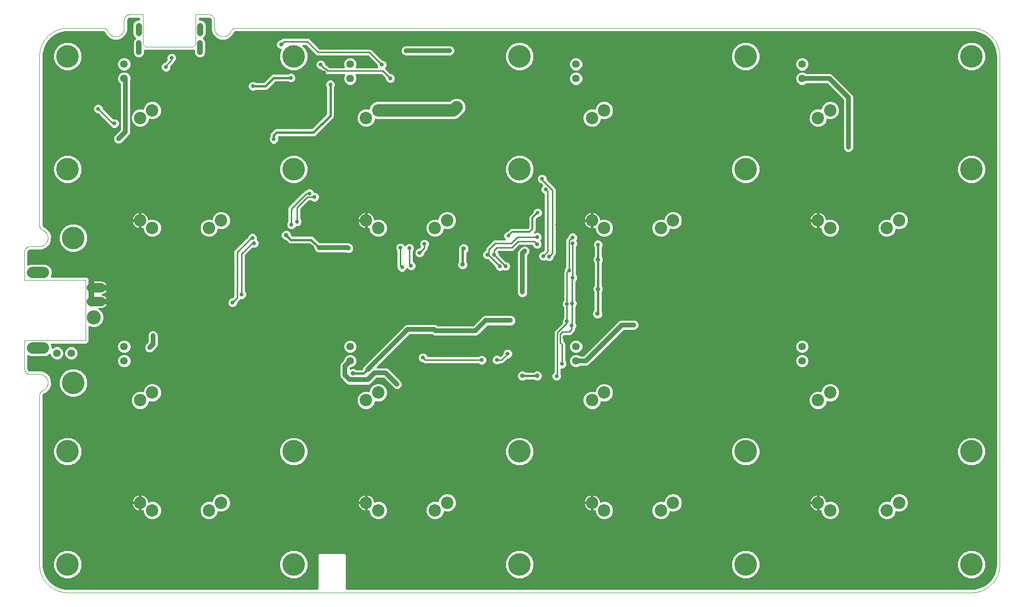
<source format=gbl>
G75*
%MOIN*%
%OFA0B0*%
%FSLAX25Y25*%
%IPPOS*%
%LPD*%
%AMOC8*
5,1,8,0,0,1.08239X$1,22.5*
%
%ADD10C,0.00004*%
%ADD11C,0.04331*%
%ADD12C,0.03937*%
%ADD13C,0.00000*%
%ADD14C,0.08661*%
%ADD15C,0.07874*%
%ADD16C,0.06693*%
%ADD17C,0.09843*%
%ADD18C,0.05315*%
%ADD19C,0.01000*%
%ADD20C,0.02578*%
%ADD21C,0.02775*%
%ADD22C,0.03169*%
%ADD23C,0.04000*%
%ADD24C,0.01600*%
%ADD25C,0.03200*%
%ADD26C,0.01200*%
%ADD27C,0.15748*%
%ADD28C,0.08661*%
%ADD29C,0.05906*%
D10*
X0049138Y0031815D02*
X0049138Y0149467D01*
X0049140Y0149590D01*
X0049146Y0149714D01*
X0049155Y0149837D01*
X0049169Y0149959D01*
X0049186Y0150081D01*
X0049207Y0150203D01*
X0049232Y0150324D01*
X0049261Y0150444D01*
X0049293Y0150563D01*
X0049330Y0150680D01*
X0049370Y0150797D01*
X0049413Y0150913D01*
X0049460Y0151027D01*
X0049511Y0151139D01*
X0049565Y0151250D01*
X0049622Y0151359D01*
X0049683Y0151466D01*
X0049748Y0151572D01*
X0049815Y0151675D01*
X0049886Y0151776D01*
X0049960Y0151875D01*
X0050037Y0151971D01*
X0050117Y0152065D01*
X0050200Y0152156D01*
X0050285Y0152245D01*
X0050374Y0152331D01*
X0050465Y0152414D01*
X0050558Y0152495D01*
X0050654Y0152572D01*
X0050753Y0152646D01*
X0050854Y0152717D01*
X0050956Y0152785D01*
X0051061Y0152850D01*
X0051168Y0152912D01*
X0051277Y0152970D01*
X0051388Y0153024D01*
X0051500Y0153075D01*
X0051639Y0153138D01*
X0051776Y0153204D01*
X0051911Y0153274D01*
X0052045Y0153347D01*
X0052176Y0153423D01*
X0052305Y0153503D01*
X0052433Y0153586D01*
X0052558Y0153673D01*
X0052681Y0153763D01*
X0052801Y0153855D01*
X0052919Y0153951D01*
X0053035Y0154050D01*
X0053148Y0154152D01*
X0053258Y0154257D01*
X0053366Y0154364D01*
X0053471Y0154474D01*
X0053573Y0154587D01*
X0053672Y0154703D01*
X0053768Y0154821D01*
X0053860Y0154941D01*
X0053950Y0155064D01*
X0054037Y0155189D01*
X0054120Y0155316D01*
X0054200Y0155446D01*
X0054277Y0155577D01*
X0054350Y0155710D01*
X0054420Y0155846D01*
X0054486Y0155982D01*
X0054549Y0156121D01*
X0054608Y0156261D01*
X0054664Y0156403D01*
X0054715Y0156546D01*
X0054764Y0156690D01*
X0054808Y0156835D01*
X0054849Y0156982D01*
X0054886Y0157130D01*
X0054919Y0157278D01*
X0054948Y0157427D01*
X0054973Y0157577D01*
X0054995Y0157728D01*
X0055013Y0157879D01*
X0055026Y0158030D01*
X0055036Y0158182D01*
X0055042Y0158334D01*
X0055044Y0158486D01*
X0055042Y0158638D01*
X0055036Y0158790D01*
X0055027Y0158942D01*
X0055013Y0159094D01*
X0054995Y0159245D01*
X0054974Y0159395D01*
X0054949Y0159545D01*
X0054919Y0159695D01*
X0054886Y0159843D01*
X0054850Y0159991D01*
X0054809Y0160137D01*
X0054765Y0160283D01*
X0054717Y0160427D01*
X0054665Y0160570D01*
X0054609Y0160712D01*
X0054550Y0160852D01*
X0054488Y0160991D01*
X0054421Y0161127D01*
X0054352Y0161263D01*
X0054278Y0161396D01*
X0054202Y0161527D01*
X0054122Y0161657D01*
X0054039Y0161784D01*
X0053952Y0161909D01*
X0053862Y0162032D01*
X0053770Y0162153D01*
X0053674Y0162271D01*
X0053575Y0162386D01*
X0053473Y0162499D01*
X0053368Y0162609D01*
X0053261Y0162717D01*
X0053150Y0162822D01*
X0053037Y0162924D01*
X0052922Y0163023D01*
X0052804Y0163119D01*
X0052683Y0163211D01*
X0052561Y0163301D01*
X0052436Y0163388D01*
X0052308Y0163471D01*
X0052179Y0163551D01*
X0052048Y0163628D01*
X0051914Y0163701D01*
X0051779Y0163771D01*
X0051642Y0163837D01*
X0051504Y0163900D01*
X0051363Y0163959D01*
X0051222Y0164014D01*
X0051079Y0164066D01*
X0050934Y0164114D01*
X0050789Y0164159D01*
X0050642Y0164199D01*
X0050495Y0164236D01*
X0050346Y0164269D01*
X0050197Y0164298D01*
X0050047Y0164324D01*
X0049897Y0164345D01*
X0049745Y0164363D01*
X0049594Y0164376D01*
X0049442Y0164386D01*
X0049290Y0164392D01*
X0049138Y0164394D01*
X0042642Y0164394D01*
X0042518Y0164396D01*
X0042395Y0164402D01*
X0042271Y0164411D01*
X0042149Y0164425D01*
X0042026Y0164442D01*
X0041904Y0164464D01*
X0041783Y0164489D01*
X0041663Y0164518D01*
X0041544Y0164550D01*
X0041425Y0164587D01*
X0041308Y0164627D01*
X0041193Y0164670D01*
X0041078Y0164718D01*
X0040966Y0164769D01*
X0040855Y0164823D01*
X0040745Y0164881D01*
X0040638Y0164942D01*
X0040532Y0165007D01*
X0040429Y0165075D01*
X0040328Y0165146D01*
X0040229Y0165220D01*
X0040132Y0165297D01*
X0040038Y0165378D01*
X0039947Y0165461D01*
X0039858Y0165547D01*
X0039772Y0165636D01*
X0039689Y0165727D01*
X0039608Y0165821D01*
X0039531Y0165918D01*
X0039457Y0166017D01*
X0039386Y0166118D01*
X0039318Y0166221D01*
X0039253Y0166327D01*
X0039192Y0166434D01*
X0039134Y0166544D01*
X0039080Y0166655D01*
X0039029Y0166767D01*
X0038981Y0166882D01*
X0038938Y0166997D01*
X0038898Y0167114D01*
X0038861Y0167233D01*
X0038829Y0167352D01*
X0038800Y0167472D01*
X0038775Y0167593D01*
X0038753Y0167715D01*
X0038736Y0167838D01*
X0038722Y0167960D01*
X0038713Y0168084D01*
X0038707Y0168207D01*
X0038705Y0168331D01*
X0038705Y0188016D01*
X0038705Y0229945D02*
X0038705Y0249630D01*
X0038707Y0249754D01*
X0038713Y0249877D01*
X0038722Y0250001D01*
X0038736Y0250123D01*
X0038753Y0250246D01*
X0038775Y0250368D01*
X0038800Y0250489D01*
X0038829Y0250609D01*
X0038861Y0250728D01*
X0038898Y0250847D01*
X0038938Y0250964D01*
X0038981Y0251079D01*
X0039029Y0251194D01*
X0039080Y0251306D01*
X0039134Y0251417D01*
X0039192Y0251527D01*
X0039253Y0251634D01*
X0039318Y0251740D01*
X0039386Y0251843D01*
X0039457Y0251944D01*
X0039531Y0252043D01*
X0039608Y0252140D01*
X0039689Y0252234D01*
X0039772Y0252325D01*
X0039858Y0252414D01*
X0039947Y0252500D01*
X0040038Y0252583D01*
X0040132Y0252664D01*
X0040229Y0252741D01*
X0040328Y0252815D01*
X0040429Y0252886D01*
X0040532Y0252954D01*
X0040638Y0253019D01*
X0040745Y0253080D01*
X0040855Y0253138D01*
X0040966Y0253192D01*
X0041078Y0253243D01*
X0041193Y0253291D01*
X0041308Y0253334D01*
X0041425Y0253374D01*
X0041544Y0253411D01*
X0041663Y0253443D01*
X0041783Y0253472D01*
X0041904Y0253497D01*
X0042026Y0253519D01*
X0042149Y0253536D01*
X0042271Y0253550D01*
X0042395Y0253559D01*
X0042518Y0253565D01*
X0042642Y0253567D01*
X0049138Y0253567D01*
X0049138Y0253566D02*
X0049290Y0253568D01*
X0049442Y0253574D01*
X0049594Y0253584D01*
X0049745Y0253597D01*
X0049897Y0253615D01*
X0050047Y0253636D01*
X0050197Y0253662D01*
X0050346Y0253691D01*
X0050495Y0253724D01*
X0050642Y0253761D01*
X0050789Y0253801D01*
X0050934Y0253846D01*
X0051079Y0253894D01*
X0051222Y0253946D01*
X0051363Y0254001D01*
X0051504Y0254060D01*
X0051642Y0254123D01*
X0051779Y0254189D01*
X0051914Y0254259D01*
X0052048Y0254332D01*
X0052179Y0254409D01*
X0052308Y0254489D01*
X0052436Y0254572D01*
X0052561Y0254659D01*
X0052683Y0254749D01*
X0052804Y0254841D01*
X0052922Y0254937D01*
X0053037Y0255036D01*
X0053150Y0255138D01*
X0053261Y0255243D01*
X0053368Y0255351D01*
X0053473Y0255461D01*
X0053575Y0255574D01*
X0053674Y0255689D01*
X0053770Y0255807D01*
X0053862Y0255928D01*
X0053952Y0256051D01*
X0054039Y0256176D01*
X0054122Y0256303D01*
X0054202Y0256433D01*
X0054278Y0256564D01*
X0054352Y0256697D01*
X0054421Y0256833D01*
X0054488Y0256969D01*
X0054550Y0257108D01*
X0054609Y0257248D01*
X0054665Y0257390D01*
X0054717Y0257533D01*
X0054765Y0257677D01*
X0054809Y0257823D01*
X0054850Y0257969D01*
X0054886Y0258117D01*
X0054919Y0258265D01*
X0054949Y0258415D01*
X0054974Y0258565D01*
X0054995Y0258715D01*
X0055013Y0258866D01*
X0055027Y0259018D01*
X0055036Y0259170D01*
X0055042Y0259322D01*
X0055044Y0259474D01*
X0055042Y0259626D01*
X0055036Y0259778D01*
X0055026Y0259930D01*
X0055013Y0260081D01*
X0054995Y0260232D01*
X0054973Y0260383D01*
X0054948Y0260533D01*
X0054919Y0260682D01*
X0054886Y0260830D01*
X0054849Y0260978D01*
X0054808Y0261125D01*
X0054764Y0261270D01*
X0054715Y0261414D01*
X0054664Y0261557D01*
X0054608Y0261699D01*
X0054549Y0261839D01*
X0054486Y0261978D01*
X0054420Y0262114D01*
X0054350Y0262250D01*
X0054277Y0262383D01*
X0054200Y0262514D01*
X0054120Y0262644D01*
X0054037Y0262771D01*
X0053950Y0262896D01*
X0053860Y0263019D01*
X0053768Y0263139D01*
X0053672Y0263257D01*
X0053573Y0263373D01*
X0053471Y0263486D01*
X0053366Y0263596D01*
X0053258Y0263703D01*
X0053148Y0263808D01*
X0053035Y0263910D01*
X0052919Y0264009D01*
X0052801Y0264105D01*
X0052681Y0264197D01*
X0052558Y0264287D01*
X0052433Y0264374D01*
X0052305Y0264457D01*
X0052176Y0264537D01*
X0052045Y0264613D01*
X0051911Y0264686D01*
X0051776Y0264756D01*
X0051639Y0264822D01*
X0051500Y0264885D01*
X0051388Y0264936D01*
X0051277Y0264990D01*
X0051168Y0265048D01*
X0051061Y0265110D01*
X0050956Y0265175D01*
X0050854Y0265243D01*
X0050753Y0265314D01*
X0050654Y0265388D01*
X0050558Y0265465D01*
X0050465Y0265546D01*
X0050374Y0265629D01*
X0050285Y0265715D01*
X0050200Y0265804D01*
X0050117Y0265895D01*
X0050037Y0265989D01*
X0049960Y0266085D01*
X0049886Y0266184D01*
X0049815Y0266285D01*
X0049748Y0266388D01*
X0049683Y0266494D01*
X0049622Y0266601D01*
X0049565Y0266710D01*
X0049511Y0266821D01*
X0049460Y0266933D01*
X0049413Y0267047D01*
X0049370Y0267163D01*
X0049330Y0267280D01*
X0049293Y0267397D01*
X0049261Y0267516D01*
X0049232Y0267636D01*
X0049207Y0267757D01*
X0049186Y0267879D01*
X0049169Y0268001D01*
X0049155Y0268123D01*
X0049146Y0268246D01*
X0049140Y0268370D01*
X0049138Y0268493D01*
X0049138Y0386146D01*
X0049144Y0386622D01*
X0049161Y0387097D01*
X0049190Y0387572D01*
X0049230Y0388046D01*
X0049282Y0388519D01*
X0049345Y0388990D01*
X0049419Y0389460D01*
X0049505Y0389928D01*
X0049602Y0390394D01*
X0049710Y0390857D01*
X0049829Y0391317D01*
X0049960Y0391775D01*
X0050101Y0392229D01*
X0050254Y0392680D01*
X0050417Y0393126D01*
X0050591Y0393569D01*
X0050776Y0394007D01*
X0050971Y0394441D01*
X0051177Y0394870D01*
X0051393Y0395294D01*
X0051619Y0395713D01*
X0051855Y0396126D01*
X0052101Y0396533D01*
X0052357Y0396934D01*
X0052623Y0397328D01*
X0052898Y0397717D01*
X0053182Y0398098D01*
X0053475Y0398472D01*
X0053777Y0398840D01*
X0054089Y0399200D01*
X0054408Y0399552D01*
X0054736Y0399896D01*
X0055073Y0400233D01*
X0055417Y0400561D01*
X0055769Y0400880D01*
X0056129Y0401192D01*
X0056497Y0401494D01*
X0056871Y0401787D01*
X0057252Y0402071D01*
X0057641Y0402346D01*
X0058035Y0402612D01*
X0058436Y0402868D01*
X0058843Y0403114D01*
X0059256Y0403350D01*
X0059675Y0403576D01*
X0060099Y0403792D01*
X0060528Y0403998D01*
X0060962Y0404193D01*
X0061400Y0404378D01*
X0061843Y0404552D01*
X0062289Y0404715D01*
X0062740Y0404868D01*
X0063194Y0405009D01*
X0063652Y0405140D01*
X0064112Y0405259D01*
X0064575Y0405367D01*
X0065041Y0405464D01*
X0065509Y0405550D01*
X0065979Y0405624D01*
X0066450Y0405687D01*
X0066923Y0405739D01*
X0067397Y0405779D01*
X0067872Y0405808D01*
X0068347Y0405825D01*
X0068823Y0405831D01*
X0093267Y0405831D01*
X0093390Y0405829D01*
X0093514Y0405823D01*
X0093637Y0405814D01*
X0093759Y0405800D01*
X0093881Y0405783D01*
X0094003Y0405762D01*
X0094124Y0405737D01*
X0094244Y0405708D01*
X0094363Y0405676D01*
X0094480Y0405639D01*
X0094597Y0405599D01*
X0094713Y0405556D01*
X0094827Y0405509D01*
X0094939Y0405458D01*
X0095050Y0405404D01*
X0095159Y0405347D01*
X0095266Y0405286D01*
X0095372Y0405221D01*
X0095475Y0405154D01*
X0095576Y0405083D01*
X0095675Y0405009D01*
X0095771Y0404932D01*
X0095865Y0404852D01*
X0095956Y0404769D01*
X0096045Y0404684D01*
X0096131Y0404595D01*
X0096214Y0404504D01*
X0096295Y0404411D01*
X0096372Y0404315D01*
X0096446Y0404216D01*
X0096517Y0404115D01*
X0096585Y0404013D01*
X0096650Y0403908D01*
X0096712Y0403801D01*
X0096770Y0403692D01*
X0096824Y0403581D01*
X0096875Y0403469D01*
X0096874Y0403469D02*
X0096937Y0403330D01*
X0097003Y0403193D01*
X0097073Y0403058D01*
X0097146Y0402924D01*
X0097222Y0402793D01*
X0097302Y0402664D01*
X0097385Y0402536D01*
X0097472Y0402411D01*
X0097562Y0402288D01*
X0097654Y0402168D01*
X0097750Y0402050D01*
X0097849Y0401934D01*
X0097951Y0401821D01*
X0098056Y0401711D01*
X0098163Y0401603D01*
X0098273Y0401498D01*
X0098386Y0401396D01*
X0098502Y0401297D01*
X0098620Y0401201D01*
X0098740Y0401109D01*
X0098863Y0401019D01*
X0098988Y0400932D01*
X0099115Y0400849D01*
X0099245Y0400769D01*
X0099376Y0400692D01*
X0099509Y0400619D01*
X0099645Y0400549D01*
X0099781Y0400483D01*
X0099920Y0400420D01*
X0100060Y0400361D01*
X0100202Y0400305D01*
X0100345Y0400254D01*
X0100489Y0400205D01*
X0100634Y0400161D01*
X0100781Y0400120D01*
X0100929Y0400083D01*
X0101077Y0400050D01*
X0101226Y0400021D01*
X0101376Y0399996D01*
X0101527Y0399974D01*
X0101678Y0399956D01*
X0101829Y0399943D01*
X0101981Y0399933D01*
X0102133Y0399927D01*
X0102285Y0399925D01*
X0102437Y0399927D01*
X0102589Y0399933D01*
X0102741Y0399942D01*
X0102893Y0399956D01*
X0103044Y0399974D01*
X0103194Y0399995D01*
X0103344Y0400020D01*
X0103494Y0400050D01*
X0103642Y0400083D01*
X0103790Y0400119D01*
X0103936Y0400160D01*
X0104082Y0400204D01*
X0104226Y0400252D01*
X0104369Y0400304D01*
X0104511Y0400360D01*
X0104651Y0400419D01*
X0104790Y0400481D01*
X0104926Y0400548D01*
X0105062Y0400617D01*
X0105195Y0400691D01*
X0105326Y0400767D01*
X0105456Y0400847D01*
X0105583Y0400930D01*
X0105708Y0401017D01*
X0105831Y0401107D01*
X0105952Y0401199D01*
X0106070Y0401295D01*
X0106185Y0401394D01*
X0106298Y0401496D01*
X0106408Y0401601D01*
X0106516Y0401708D01*
X0106621Y0401819D01*
X0106723Y0401932D01*
X0106822Y0402047D01*
X0106918Y0402165D01*
X0107010Y0402286D01*
X0107100Y0402408D01*
X0107187Y0402533D01*
X0107270Y0402661D01*
X0107350Y0402790D01*
X0107427Y0402921D01*
X0107500Y0403055D01*
X0107570Y0403190D01*
X0107636Y0403327D01*
X0107699Y0403465D01*
X0107758Y0403606D01*
X0107813Y0403747D01*
X0107865Y0403890D01*
X0107913Y0404035D01*
X0107958Y0404180D01*
X0107998Y0404327D01*
X0108035Y0404474D01*
X0108068Y0404623D01*
X0108097Y0404772D01*
X0108123Y0404922D01*
X0108144Y0405072D01*
X0108162Y0405224D01*
X0108175Y0405375D01*
X0108185Y0405527D01*
X0108191Y0405679D01*
X0108193Y0405831D01*
X0108193Y0411343D01*
X0108195Y0411467D01*
X0108201Y0411590D01*
X0108210Y0411714D01*
X0108224Y0411836D01*
X0108241Y0411959D01*
X0108263Y0412081D01*
X0108288Y0412202D01*
X0108317Y0412322D01*
X0108349Y0412441D01*
X0108386Y0412560D01*
X0108426Y0412677D01*
X0108469Y0412792D01*
X0108517Y0412907D01*
X0108568Y0413019D01*
X0108622Y0413130D01*
X0108680Y0413240D01*
X0108741Y0413347D01*
X0108806Y0413453D01*
X0108874Y0413556D01*
X0108945Y0413657D01*
X0109019Y0413756D01*
X0109096Y0413853D01*
X0109177Y0413947D01*
X0109260Y0414038D01*
X0109346Y0414127D01*
X0109435Y0414213D01*
X0109526Y0414296D01*
X0109620Y0414377D01*
X0109717Y0414454D01*
X0109816Y0414528D01*
X0109917Y0414599D01*
X0110020Y0414667D01*
X0110126Y0414732D01*
X0110233Y0414793D01*
X0110343Y0414851D01*
X0110454Y0414905D01*
X0110566Y0414956D01*
X0110681Y0415004D01*
X0110796Y0415047D01*
X0110913Y0415087D01*
X0111032Y0415124D01*
X0111151Y0415156D01*
X0111271Y0415185D01*
X0111392Y0415210D01*
X0111514Y0415232D01*
X0111637Y0415249D01*
X0111759Y0415263D01*
X0111883Y0415272D01*
X0112006Y0415278D01*
X0112130Y0415280D01*
X0121283Y0415280D01*
X0158094Y0415280D02*
X0167248Y0415280D01*
X0167372Y0415278D01*
X0167495Y0415272D01*
X0167619Y0415263D01*
X0167741Y0415249D01*
X0167864Y0415232D01*
X0167986Y0415210D01*
X0168107Y0415185D01*
X0168227Y0415156D01*
X0168346Y0415124D01*
X0168465Y0415087D01*
X0168582Y0415047D01*
X0168697Y0415004D01*
X0168812Y0414956D01*
X0168924Y0414905D01*
X0169035Y0414851D01*
X0169145Y0414793D01*
X0169252Y0414732D01*
X0169358Y0414667D01*
X0169461Y0414599D01*
X0169562Y0414528D01*
X0169661Y0414454D01*
X0169758Y0414377D01*
X0169852Y0414296D01*
X0169943Y0414213D01*
X0170032Y0414127D01*
X0170118Y0414038D01*
X0170201Y0413947D01*
X0170282Y0413853D01*
X0170359Y0413756D01*
X0170433Y0413657D01*
X0170504Y0413556D01*
X0170572Y0413453D01*
X0170637Y0413347D01*
X0170698Y0413240D01*
X0170756Y0413130D01*
X0170810Y0413019D01*
X0170861Y0412907D01*
X0170909Y0412792D01*
X0170952Y0412677D01*
X0170992Y0412560D01*
X0171029Y0412441D01*
X0171061Y0412322D01*
X0171090Y0412202D01*
X0171115Y0412081D01*
X0171137Y0411959D01*
X0171154Y0411836D01*
X0171168Y0411714D01*
X0171177Y0411590D01*
X0171183Y0411467D01*
X0171185Y0411343D01*
X0171185Y0405831D01*
X0171187Y0405679D01*
X0171193Y0405527D01*
X0171203Y0405375D01*
X0171216Y0405224D01*
X0171234Y0405072D01*
X0171255Y0404922D01*
X0171281Y0404772D01*
X0171310Y0404623D01*
X0171343Y0404474D01*
X0171380Y0404327D01*
X0171420Y0404180D01*
X0171465Y0404035D01*
X0171513Y0403890D01*
X0171565Y0403747D01*
X0171620Y0403606D01*
X0171679Y0403465D01*
X0171742Y0403327D01*
X0171808Y0403190D01*
X0171878Y0403055D01*
X0171951Y0402921D01*
X0172028Y0402790D01*
X0172108Y0402661D01*
X0172191Y0402533D01*
X0172278Y0402408D01*
X0172368Y0402286D01*
X0172460Y0402165D01*
X0172556Y0402047D01*
X0172655Y0401932D01*
X0172757Y0401819D01*
X0172862Y0401708D01*
X0172970Y0401601D01*
X0173080Y0401496D01*
X0173193Y0401394D01*
X0173308Y0401295D01*
X0173426Y0401199D01*
X0173547Y0401107D01*
X0173670Y0401017D01*
X0173795Y0400930D01*
X0173922Y0400847D01*
X0174052Y0400767D01*
X0174183Y0400691D01*
X0174316Y0400617D01*
X0174452Y0400548D01*
X0174588Y0400481D01*
X0174727Y0400419D01*
X0174867Y0400360D01*
X0175009Y0400304D01*
X0175152Y0400252D01*
X0175296Y0400204D01*
X0175442Y0400160D01*
X0175588Y0400119D01*
X0175736Y0400083D01*
X0175884Y0400050D01*
X0176034Y0400020D01*
X0176184Y0399995D01*
X0176334Y0399974D01*
X0176485Y0399956D01*
X0176637Y0399942D01*
X0176789Y0399933D01*
X0176941Y0399927D01*
X0177093Y0399925D01*
X0177245Y0399927D01*
X0177397Y0399933D01*
X0177549Y0399943D01*
X0177700Y0399956D01*
X0177851Y0399974D01*
X0178002Y0399996D01*
X0178152Y0400021D01*
X0178301Y0400050D01*
X0178449Y0400083D01*
X0178597Y0400120D01*
X0178744Y0400161D01*
X0178889Y0400205D01*
X0179033Y0400254D01*
X0179176Y0400305D01*
X0179318Y0400361D01*
X0179458Y0400420D01*
X0179597Y0400483D01*
X0179733Y0400549D01*
X0179869Y0400619D01*
X0180002Y0400692D01*
X0180133Y0400769D01*
X0180263Y0400849D01*
X0180390Y0400932D01*
X0180515Y0401019D01*
X0180638Y0401109D01*
X0180758Y0401201D01*
X0180876Y0401297D01*
X0180992Y0401396D01*
X0181105Y0401498D01*
X0181215Y0401603D01*
X0181322Y0401711D01*
X0181427Y0401821D01*
X0181529Y0401934D01*
X0181628Y0402050D01*
X0181724Y0402168D01*
X0181816Y0402288D01*
X0181906Y0402411D01*
X0181993Y0402536D01*
X0182076Y0402664D01*
X0182156Y0402793D01*
X0182232Y0402924D01*
X0182305Y0403058D01*
X0182375Y0403193D01*
X0182441Y0403330D01*
X0182504Y0403469D01*
X0182503Y0403469D02*
X0182554Y0403581D01*
X0182608Y0403692D01*
X0182666Y0403801D01*
X0182728Y0403908D01*
X0182793Y0404013D01*
X0182861Y0404115D01*
X0182932Y0404216D01*
X0183006Y0404315D01*
X0183083Y0404411D01*
X0183164Y0404504D01*
X0183247Y0404595D01*
X0183333Y0404684D01*
X0183422Y0404769D01*
X0183513Y0404852D01*
X0183607Y0404932D01*
X0183703Y0405009D01*
X0183802Y0405083D01*
X0183903Y0405154D01*
X0184006Y0405221D01*
X0184112Y0405286D01*
X0184219Y0405347D01*
X0184328Y0405404D01*
X0184439Y0405458D01*
X0184551Y0405509D01*
X0184665Y0405556D01*
X0184781Y0405599D01*
X0184898Y0405639D01*
X0185015Y0405676D01*
X0185134Y0405708D01*
X0185254Y0405737D01*
X0185375Y0405762D01*
X0185497Y0405783D01*
X0185619Y0405800D01*
X0185741Y0405814D01*
X0185864Y0405823D01*
X0185988Y0405829D01*
X0186111Y0405831D01*
X0698744Y0405831D01*
X0699220Y0405825D01*
X0699695Y0405808D01*
X0700170Y0405779D01*
X0700644Y0405739D01*
X0701117Y0405687D01*
X0701588Y0405624D01*
X0702058Y0405550D01*
X0702526Y0405464D01*
X0702992Y0405367D01*
X0703455Y0405259D01*
X0703915Y0405140D01*
X0704373Y0405009D01*
X0704827Y0404868D01*
X0705278Y0404715D01*
X0705724Y0404552D01*
X0706167Y0404378D01*
X0706605Y0404193D01*
X0707039Y0403998D01*
X0707468Y0403792D01*
X0707892Y0403576D01*
X0708311Y0403350D01*
X0708724Y0403114D01*
X0709131Y0402868D01*
X0709532Y0402612D01*
X0709926Y0402346D01*
X0710315Y0402071D01*
X0710696Y0401787D01*
X0711070Y0401494D01*
X0711438Y0401192D01*
X0711798Y0400880D01*
X0712150Y0400561D01*
X0712494Y0400233D01*
X0712831Y0399896D01*
X0713159Y0399552D01*
X0713478Y0399200D01*
X0713790Y0398840D01*
X0714092Y0398472D01*
X0714385Y0398098D01*
X0714669Y0397717D01*
X0714944Y0397328D01*
X0715210Y0396934D01*
X0715466Y0396533D01*
X0715712Y0396126D01*
X0715948Y0395713D01*
X0716174Y0395294D01*
X0716390Y0394870D01*
X0716596Y0394441D01*
X0716791Y0394007D01*
X0716976Y0393569D01*
X0717150Y0393126D01*
X0717313Y0392680D01*
X0717466Y0392229D01*
X0717607Y0391775D01*
X0717738Y0391317D01*
X0717857Y0390857D01*
X0717965Y0390394D01*
X0718062Y0389928D01*
X0718148Y0389460D01*
X0718222Y0388990D01*
X0718285Y0388519D01*
X0718337Y0388046D01*
X0718377Y0387572D01*
X0718406Y0387097D01*
X0718423Y0386622D01*
X0718429Y0386146D01*
X0718429Y0031815D01*
X0718423Y0031339D01*
X0718406Y0030864D01*
X0718377Y0030389D01*
X0718337Y0029915D01*
X0718285Y0029442D01*
X0718222Y0028971D01*
X0718148Y0028501D01*
X0718062Y0028033D01*
X0717965Y0027567D01*
X0717857Y0027104D01*
X0717738Y0026644D01*
X0717607Y0026186D01*
X0717466Y0025732D01*
X0717313Y0025281D01*
X0717150Y0024835D01*
X0716976Y0024392D01*
X0716791Y0023954D01*
X0716596Y0023520D01*
X0716390Y0023091D01*
X0716174Y0022667D01*
X0715948Y0022248D01*
X0715712Y0021835D01*
X0715466Y0021428D01*
X0715210Y0021027D01*
X0714944Y0020633D01*
X0714669Y0020244D01*
X0714385Y0019863D01*
X0714092Y0019489D01*
X0713790Y0019121D01*
X0713478Y0018761D01*
X0713159Y0018409D01*
X0712831Y0018065D01*
X0712494Y0017728D01*
X0712150Y0017400D01*
X0711798Y0017081D01*
X0711438Y0016769D01*
X0711070Y0016467D01*
X0710696Y0016174D01*
X0710315Y0015890D01*
X0709926Y0015615D01*
X0709532Y0015349D01*
X0709131Y0015093D01*
X0708724Y0014847D01*
X0708311Y0014611D01*
X0707892Y0014385D01*
X0707468Y0014169D01*
X0707039Y0013963D01*
X0706605Y0013768D01*
X0706167Y0013583D01*
X0705724Y0013409D01*
X0705278Y0013246D01*
X0704827Y0013093D01*
X0704373Y0012952D01*
X0703915Y0012821D01*
X0703455Y0012702D01*
X0702992Y0012594D01*
X0702526Y0012497D01*
X0702058Y0012411D01*
X0701588Y0012337D01*
X0701117Y0012274D01*
X0700644Y0012222D01*
X0700170Y0012182D01*
X0699695Y0012153D01*
X0699220Y0012136D01*
X0698744Y0012130D01*
X0068823Y0012130D01*
X0068347Y0012136D01*
X0067872Y0012153D01*
X0067397Y0012182D01*
X0066923Y0012222D01*
X0066450Y0012274D01*
X0065979Y0012337D01*
X0065509Y0012411D01*
X0065041Y0012497D01*
X0064575Y0012594D01*
X0064112Y0012702D01*
X0063652Y0012821D01*
X0063194Y0012952D01*
X0062740Y0013093D01*
X0062289Y0013246D01*
X0061843Y0013409D01*
X0061400Y0013583D01*
X0060962Y0013768D01*
X0060528Y0013963D01*
X0060099Y0014169D01*
X0059675Y0014385D01*
X0059256Y0014611D01*
X0058843Y0014847D01*
X0058436Y0015093D01*
X0058035Y0015349D01*
X0057641Y0015615D01*
X0057252Y0015890D01*
X0056871Y0016174D01*
X0056497Y0016467D01*
X0056129Y0016769D01*
X0055769Y0017081D01*
X0055417Y0017400D01*
X0055073Y0017728D01*
X0054736Y0018065D01*
X0054408Y0018409D01*
X0054089Y0018761D01*
X0053777Y0019121D01*
X0053475Y0019489D01*
X0053182Y0019863D01*
X0052898Y0020244D01*
X0052623Y0020633D01*
X0052357Y0021027D01*
X0052101Y0021428D01*
X0051855Y0021835D01*
X0051619Y0022248D01*
X0051393Y0022667D01*
X0051177Y0023091D01*
X0050971Y0023520D01*
X0050776Y0023954D01*
X0050591Y0024392D01*
X0050417Y0024835D01*
X0050254Y0025281D01*
X0050101Y0025732D01*
X0049960Y0026186D01*
X0049829Y0026644D01*
X0049710Y0027104D01*
X0049602Y0027567D01*
X0049505Y0028033D01*
X0049419Y0028501D01*
X0049345Y0028971D01*
X0049282Y0029442D01*
X0049230Y0029915D01*
X0049190Y0030389D01*
X0049161Y0030864D01*
X0049144Y0031339D01*
X0049138Y0031815D01*
D11*
X0118429Y0402406D02*
X0118429Y0406736D01*
X0118429Y0407524D02*
X0118429Y0403193D01*
X0160949Y0403193D02*
X0160949Y0407524D01*
X0160949Y0406736D02*
X0160949Y0402406D01*
D12*
X0160949Y0395299D02*
X0160949Y0391362D01*
X0160949Y0393134D02*
X0160949Y0389197D01*
X0118429Y0389197D02*
X0118429Y0393134D01*
X0118429Y0391362D02*
X0118429Y0395299D01*
D13*
X0121283Y0394433D02*
X0122957Y0392760D01*
X0156421Y0392760D01*
X0158094Y0394433D01*
X0158094Y0415280D01*
X0159374Y0415280D01*
X0121283Y0415280D02*
X0121283Y0394433D01*
X0121283Y0415280D02*
X0120004Y0415280D01*
X0038705Y0241756D02*
X0038705Y0229945D01*
X0081224Y0229945D01*
X0081224Y0188016D01*
X0038705Y0188016D01*
X0038705Y0176205D01*
D14*
X0119330Y0146301D03*
X0127811Y0151601D03*
X0119330Y0074809D03*
X0127811Y0069510D03*
X0167315Y0069510D03*
X0175796Y0074809D03*
X0276811Y0074809D03*
X0285291Y0069510D03*
X0324795Y0069510D03*
X0333276Y0074809D03*
X0434291Y0074809D03*
X0442771Y0069510D03*
X0482276Y0069510D03*
X0490756Y0074809D03*
X0591771Y0074809D03*
X0600252Y0069510D03*
X0639756Y0069510D03*
X0648237Y0074809D03*
X0591771Y0146301D03*
X0600252Y0151601D03*
X0442771Y0151601D03*
X0434291Y0146301D03*
X0285291Y0151601D03*
X0276811Y0146301D03*
X0285291Y0266360D03*
X0276811Y0271659D03*
X0324795Y0266360D03*
X0333276Y0271659D03*
X0434291Y0271659D03*
X0442771Y0266360D03*
X0482276Y0266360D03*
X0490756Y0271659D03*
X0591771Y0271659D03*
X0600252Y0266360D03*
X0639756Y0266360D03*
X0648237Y0271659D03*
X0591771Y0343152D03*
X0600252Y0348451D03*
X0442771Y0348451D03*
X0434291Y0343152D03*
X0285291Y0348451D03*
X0276811Y0343152D03*
X0175796Y0271659D03*
X0167315Y0266360D03*
X0127811Y0266360D03*
X0119330Y0271659D03*
X0119330Y0343152D03*
X0127811Y0348451D03*
D15*
X0052091Y0235358D02*
X0044217Y0235358D01*
X0044217Y0182602D02*
X0052091Y0182602D01*
D16*
X0085358Y0215102D02*
X0092051Y0215102D01*
X0092051Y0224748D02*
X0085358Y0224748D01*
D17*
X0086933Y0204079D03*
D18*
X0108193Y0183746D03*
X0108193Y0173746D03*
X0071264Y0179157D03*
X0061264Y0179157D03*
X0265673Y0183746D03*
X0265673Y0173746D03*
X0423154Y0173746D03*
X0423154Y0183746D03*
X0580634Y0183746D03*
X0580634Y0173746D03*
X0580634Y0370596D03*
X0580634Y0380596D03*
X0423154Y0380596D03*
X0423154Y0370596D03*
X0265673Y0370596D03*
X0265673Y0380596D03*
X0108193Y0380596D03*
X0108193Y0370596D03*
D19*
X0051748Y0029891D02*
X0052604Y0026140D01*
X0054273Y0022673D01*
X0056673Y0019665D01*
X0059681Y0017266D01*
X0063148Y0015596D01*
X0066899Y0014740D01*
X0068823Y0014632D01*
X0243101Y0014632D01*
X0243101Y0038590D01*
X0244331Y0039820D01*
X0261819Y0039820D01*
X0263049Y0038590D01*
X0263049Y0014632D01*
X0698744Y0014632D01*
X0700668Y0014740D01*
X0704419Y0015596D01*
X0707886Y0017266D01*
X0710894Y0019665D01*
X0713293Y0022673D01*
X0714963Y0026140D01*
X0715819Y0029891D01*
X0715927Y0031815D01*
X0715927Y0386146D01*
X0715819Y0388070D01*
X0714963Y0391821D01*
X0713293Y0395288D01*
X0710894Y0398296D01*
X0707886Y0400695D01*
X0704419Y0402364D01*
X0704419Y0402364D01*
X0700668Y0403221D01*
X0698744Y0403329D01*
X0186111Y0403329D01*
X0185836Y0403302D01*
X0185325Y0403094D01*
X0184931Y0402710D01*
X0184796Y0402468D01*
X0184796Y0402468D01*
X0184132Y0400946D01*
X0184132Y0400946D01*
X0181746Y0398636D01*
X0181746Y0398636D01*
X0178661Y0397406D01*
X0178661Y0397406D01*
X0175340Y0397442D01*
X0175340Y0397442D01*
X0172282Y0398737D01*
X0172282Y0398737D01*
X0169946Y0401098D01*
X0169946Y0401098D01*
X0168683Y0404170D01*
X0168683Y0404170D01*
X0168683Y0405333D01*
X0168683Y0405333D01*
X0168683Y0405897D01*
X0168683Y0406328D01*
X0168683Y0406328D01*
X0168683Y0411343D01*
X0168655Y0411622D01*
X0168441Y0412140D01*
X0168045Y0412536D01*
X0167528Y0412750D01*
X0167248Y0412778D01*
X0160594Y0412778D01*
X0160594Y0411789D01*
X0161797Y0411789D01*
X0163365Y0411140D01*
X0164565Y0409940D01*
X0165214Y0408372D01*
X0165214Y0401557D01*
X0164565Y0399989D01*
X0163365Y0398790D01*
X0163257Y0398745D01*
X0164398Y0397604D01*
X0165017Y0396108D01*
X0165017Y0388388D01*
X0164398Y0386892D01*
X0163253Y0385748D01*
X0161758Y0385128D01*
X0160140Y0385128D01*
X0158644Y0385748D01*
X0157500Y0386892D01*
X0156880Y0388388D01*
X0156880Y0390260D01*
X0122498Y0390260D01*
X0122498Y0388388D01*
X0121878Y0386892D01*
X0120734Y0385748D01*
X0119238Y0385128D01*
X0117620Y0385128D01*
X0116125Y0385748D01*
X0114980Y0386892D01*
X0114361Y0388388D01*
X0114361Y0396108D01*
X0114980Y0397604D01*
X0116121Y0398745D01*
X0116013Y0398790D01*
X0114813Y0399989D01*
X0114164Y0401557D01*
X0114164Y0408372D01*
X0114813Y0409940D01*
X0116013Y0411140D01*
X0117581Y0411789D01*
X0118783Y0411789D01*
X0118783Y0412778D01*
X0112130Y0412778D01*
X0111850Y0412750D01*
X0111333Y0412536D01*
X0110937Y0412140D01*
X0110722Y0411622D01*
X0110695Y0411343D01*
X0110695Y0406328D01*
X0110695Y0406328D01*
X0110695Y0405831D01*
X0110695Y0405333D01*
X0110695Y0405333D01*
X0110695Y0404170D01*
X0110695Y0404170D01*
X0109432Y0401098D01*
X0109432Y0401098D01*
X0107096Y0398737D01*
X0107096Y0398737D01*
X0104038Y0397442D01*
X0104038Y0397442D01*
X0100717Y0397406D01*
X0100717Y0397406D01*
X0097632Y0398636D01*
X0097632Y0398636D01*
X0095246Y0400946D01*
X0095246Y0400946D01*
X0094663Y0402281D01*
X0094582Y0402468D01*
X0094447Y0402710D01*
X0094053Y0403094D01*
X0093542Y0403302D01*
X0093267Y0403329D01*
X0068823Y0403329D01*
X0066899Y0403221D01*
X0063148Y0402364D01*
X0059681Y0400695D01*
X0056673Y0398296D01*
X0054273Y0395288D01*
X0052604Y0391821D01*
X0051748Y0388070D01*
X0051640Y0386146D01*
X0051640Y0268493D01*
X0051666Y0268218D01*
X0051874Y0267707D01*
X0052259Y0267313D01*
X0052501Y0267178D01*
X0052957Y0266979D01*
X0054023Y0266514D01*
X0054023Y0266514D01*
X0056333Y0264128D01*
X0056333Y0264128D01*
X0057563Y0261043D01*
X0057563Y0261043D01*
X0057527Y0257722D01*
X0057527Y0257722D01*
X0056231Y0254664D01*
X0056231Y0254664D01*
X0056231Y0254664D01*
X0053870Y0252328D01*
X0053870Y0252328D01*
X0050798Y0251065D01*
X0049635Y0251065D01*
X0049635Y0251065D01*
X0049082Y0251065D01*
X0048640Y0251065D01*
X0048640Y0251065D01*
X0042642Y0251065D01*
X0042362Y0251037D01*
X0041844Y0250823D01*
X0041449Y0250427D01*
X0041234Y0249910D01*
X0041207Y0249630D01*
X0041207Y0240646D01*
X0043016Y0241395D01*
X0053291Y0241395D01*
X0055510Y0240476D01*
X0057208Y0238778D01*
X0058128Y0236559D01*
X0058128Y0234157D01*
X0057418Y0232445D01*
X0081722Y0232445D01*
X0082641Y0232064D01*
X0083344Y0231361D01*
X0083724Y0230442D01*
X0083724Y0229313D01*
X0084223Y0229475D01*
X0084977Y0229594D01*
X0085169Y0229594D01*
X0085169Y0224937D01*
X0085547Y0224937D01*
X0085547Y0229594D01*
X0092433Y0229594D01*
X0093186Y0229475D01*
X0093912Y0229239D01*
X0094591Y0228893D01*
X0095208Y0228445D01*
X0095748Y0227905D01*
X0096196Y0227288D01*
X0096543Y0226608D01*
X0096778Y0225883D01*
X0096898Y0225129D01*
X0096898Y0224937D01*
X0085547Y0224937D01*
X0085547Y0224559D01*
X0085547Y0215291D01*
X0096898Y0215291D01*
X0096898Y0215484D01*
X0096778Y0216237D01*
X0096543Y0216963D01*
X0096196Y0217642D01*
X0095748Y0218260D01*
X0095208Y0218799D01*
X0094591Y0219247D01*
X0093912Y0219594D01*
X0093186Y0219829D01*
X0092582Y0219925D01*
X0093186Y0220021D01*
X0093912Y0220257D01*
X0094591Y0220603D01*
X0095208Y0221051D01*
X0095748Y0221591D01*
X0096196Y0222208D01*
X0096543Y0222888D01*
X0096778Y0223613D01*
X0096898Y0224367D01*
X0096898Y0224559D01*
X0085547Y0224559D01*
X0085169Y0224559D01*
X0085169Y0219902D01*
X0085169Y0215291D01*
X0085547Y0215291D01*
X0085547Y0214913D01*
X0096898Y0214913D01*
X0096898Y0214721D01*
X0096778Y0213967D01*
X0096543Y0213242D01*
X0096196Y0212562D01*
X0095748Y0211945D01*
X0095208Y0211406D01*
X0094591Y0210957D01*
X0093912Y0210611D01*
X0093186Y0210375D01*
X0092433Y0210256D01*
X0090367Y0210256D01*
X0090910Y0210031D01*
X0092885Y0208056D01*
X0093954Y0205475D01*
X0093954Y0202682D01*
X0092885Y0200102D01*
X0090910Y0198126D01*
X0088330Y0197057D01*
X0085536Y0197057D01*
X0083724Y0197808D01*
X0083724Y0187518D01*
X0083344Y0186600D01*
X0082641Y0185896D01*
X0081722Y0185516D01*
X0057418Y0185516D01*
X0058128Y0183803D01*
X0058128Y0182749D01*
X0058569Y0183191D01*
X0060317Y0183915D01*
X0062210Y0183915D01*
X0063959Y0183191D01*
X0065297Y0181852D01*
X0066021Y0180104D01*
X0066021Y0178211D01*
X0065297Y0176463D01*
X0063959Y0175124D01*
X0062210Y0174400D01*
X0060317Y0174400D01*
X0058569Y0175124D01*
X0057231Y0176463D01*
X0056506Y0178211D01*
X0056506Y0178481D01*
X0055510Y0177484D01*
X0053291Y0176565D01*
X0043016Y0176565D01*
X0041207Y0177315D01*
X0041207Y0168331D01*
X0041234Y0168051D01*
X0041449Y0167533D01*
X0041844Y0167138D01*
X0042362Y0166923D01*
X0042642Y0166896D01*
X0048640Y0166896D01*
X0048640Y0166896D01*
X0048995Y0166896D01*
X0049635Y0166896D01*
X0049635Y0166896D01*
X0050798Y0166896D01*
X0053870Y0165633D01*
X0053870Y0165633D01*
X0056231Y0163297D01*
X0056231Y0163297D01*
X0057527Y0160239D01*
X0057527Y0160239D01*
X0057563Y0156918D01*
X0057563Y0156918D01*
X0056333Y0153833D01*
X0056333Y0153833D01*
X0054023Y0151447D01*
X0054023Y0151447D01*
X0052501Y0150783D01*
X0052501Y0150783D01*
X0052259Y0150648D01*
X0051874Y0150253D01*
X0051666Y0149743D01*
X0051640Y0149467D01*
X0051640Y0031815D01*
X0051748Y0029891D01*
X0051728Y0030247D02*
X0058849Y0030247D01*
X0058849Y0029831D02*
X0060367Y0026165D01*
X0063173Y0023359D01*
X0066839Y0021841D01*
X0070807Y0021841D01*
X0074473Y0023359D01*
X0077278Y0026165D01*
X0078797Y0029831D01*
X0078797Y0033799D01*
X0077278Y0037465D01*
X0074473Y0040271D01*
X0070807Y0041789D01*
X0066839Y0041789D01*
X0063173Y0040271D01*
X0060367Y0037465D01*
X0058849Y0033799D01*
X0058849Y0029831D01*
X0059090Y0029248D02*
X0051895Y0029248D01*
X0052122Y0028250D02*
X0059504Y0028250D01*
X0059917Y0027251D02*
X0052350Y0027251D01*
X0052578Y0026253D02*
X0060331Y0026253D01*
X0061278Y0025254D02*
X0053030Y0025254D01*
X0053511Y0024256D02*
X0062277Y0024256D01*
X0063420Y0023257D02*
X0053992Y0023257D01*
X0054604Y0022259D02*
X0065830Y0022259D01*
X0071815Y0022259D02*
X0223311Y0022259D01*
X0224319Y0021841D02*
X0228287Y0021841D01*
X0231953Y0023359D01*
X0234759Y0026165D01*
X0236277Y0029831D01*
X0236277Y0033799D01*
X0234759Y0037465D01*
X0231953Y0040271D01*
X0228287Y0041789D01*
X0224319Y0041789D01*
X0220653Y0040271D01*
X0217848Y0037465D01*
X0216329Y0033799D01*
X0216329Y0029831D01*
X0217848Y0026165D01*
X0220653Y0023359D01*
X0224319Y0021841D01*
X0220900Y0023257D02*
X0074226Y0023257D01*
X0075369Y0024256D02*
X0219757Y0024256D01*
X0218758Y0025254D02*
X0076367Y0025254D01*
X0077315Y0026253D02*
X0217811Y0026253D01*
X0217398Y0027251D02*
X0077728Y0027251D01*
X0078142Y0028250D02*
X0216984Y0028250D01*
X0216570Y0029248D02*
X0078555Y0029248D01*
X0078797Y0030247D02*
X0216329Y0030247D01*
X0216329Y0031245D02*
X0078797Y0031245D01*
X0078797Y0032244D02*
X0216329Y0032244D01*
X0216329Y0033242D02*
X0078797Y0033242D01*
X0078614Y0034241D02*
X0216512Y0034241D01*
X0216926Y0035239D02*
X0078200Y0035239D01*
X0077787Y0036238D02*
X0217339Y0036238D01*
X0217753Y0037236D02*
X0077373Y0037236D01*
X0076508Y0038235D02*
X0218618Y0038235D01*
X0219616Y0039233D02*
X0075510Y0039233D01*
X0074511Y0040232D02*
X0220615Y0040232D01*
X0222971Y0041230D02*
X0072155Y0041230D01*
X0065490Y0041230D02*
X0051640Y0041230D01*
X0051640Y0040232D02*
X0063134Y0040232D01*
X0062136Y0039233D02*
X0051640Y0039233D01*
X0051640Y0038235D02*
X0061137Y0038235D01*
X0060273Y0037236D02*
X0051640Y0037236D01*
X0051640Y0036238D02*
X0059859Y0036238D01*
X0059445Y0035239D02*
X0051640Y0035239D01*
X0051640Y0034241D02*
X0059032Y0034241D01*
X0058849Y0033242D02*
X0051640Y0033242D01*
X0051640Y0032244D02*
X0058849Y0032244D01*
X0058849Y0031245D02*
X0051672Y0031245D01*
X0055400Y0021260D02*
X0243101Y0021260D01*
X0243101Y0020262D02*
X0056196Y0020262D01*
X0057176Y0019263D02*
X0243101Y0019263D01*
X0243101Y0018265D02*
X0058428Y0018265D01*
X0059680Y0017266D02*
X0243101Y0017266D01*
X0243101Y0016268D02*
X0061753Y0016268D01*
X0064580Y0015269D02*
X0243101Y0015269D01*
X0243101Y0022259D02*
X0229296Y0022259D01*
X0231706Y0023257D02*
X0243101Y0023257D01*
X0243101Y0024256D02*
X0232849Y0024256D01*
X0233848Y0025254D02*
X0243101Y0025254D01*
X0243101Y0026253D02*
X0234795Y0026253D01*
X0235209Y0027251D02*
X0243101Y0027251D01*
X0243101Y0028250D02*
X0235622Y0028250D01*
X0236036Y0029248D02*
X0243101Y0029248D01*
X0243101Y0030247D02*
X0236277Y0030247D01*
X0236277Y0031245D02*
X0243101Y0031245D01*
X0243101Y0032244D02*
X0236277Y0032244D01*
X0236277Y0033242D02*
X0243101Y0033242D01*
X0243101Y0034241D02*
X0236094Y0034241D01*
X0235681Y0035239D02*
X0243101Y0035239D01*
X0243101Y0036238D02*
X0235267Y0036238D01*
X0234853Y0037236D02*
X0243101Y0037236D01*
X0243101Y0038235D02*
X0233989Y0038235D01*
X0232990Y0039233D02*
X0243744Y0039233D01*
X0231992Y0040232D02*
X0378095Y0040232D01*
X0378134Y0040271D02*
X0375328Y0037465D01*
X0373809Y0033799D01*
X0373809Y0029831D01*
X0375328Y0026165D01*
X0378134Y0023359D01*
X0381799Y0021841D01*
X0385767Y0021841D01*
X0389433Y0023359D01*
X0392239Y0026165D01*
X0393757Y0029831D01*
X0393757Y0033799D01*
X0392239Y0037465D01*
X0389433Y0040271D01*
X0385767Y0041789D01*
X0381799Y0041789D01*
X0378134Y0040271D01*
X0377097Y0039233D02*
X0262406Y0039233D01*
X0263049Y0038235D02*
X0376098Y0038235D01*
X0375233Y0037236D02*
X0263049Y0037236D01*
X0263049Y0036238D02*
X0374820Y0036238D01*
X0374406Y0035239D02*
X0263049Y0035239D01*
X0263049Y0034241D02*
X0373993Y0034241D01*
X0373809Y0033242D02*
X0263049Y0033242D01*
X0263049Y0032244D02*
X0373809Y0032244D01*
X0373809Y0031245D02*
X0263049Y0031245D01*
X0263049Y0030247D02*
X0373809Y0030247D01*
X0374051Y0029248D02*
X0263049Y0029248D01*
X0263049Y0028250D02*
X0374464Y0028250D01*
X0374878Y0027251D02*
X0263049Y0027251D01*
X0263049Y0026253D02*
X0375292Y0026253D01*
X0376239Y0025254D02*
X0263049Y0025254D01*
X0263049Y0024256D02*
X0377237Y0024256D01*
X0378380Y0023257D02*
X0263049Y0023257D01*
X0263049Y0022259D02*
X0380791Y0022259D01*
X0386776Y0022259D02*
X0538271Y0022259D01*
X0539280Y0021841D02*
X0543248Y0021841D01*
X0546914Y0023359D01*
X0549719Y0026165D01*
X0551238Y0029831D01*
X0551238Y0033799D01*
X0549719Y0037465D01*
X0546914Y0040271D01*
X0543248Y0041789D01*
X0539280Y0041789D01*
X0535614Y0040271D01*
X0532808Y0037465D01*
X0531290Y0033799D01*
X0531290Y0029831D01*
X0532808Y0026165D01*
X0535614Y0023359D01*
X0539280Y0021841D01*
X0535861Y0023257D02*
X0389187Y0023257D01*
X0390330Y0024256D02*
X0534718Y0024256D01*
X0533719Y0025254D02*
X0391328Y0025254D01*
X0392275Y0026253D02*
X0532772Y0026253D01*
X0532358Y0027251D02*
X0392689Y0027251D01*
X0393102Y0028250D02*
X0531945Y0028250D01*
X0531531Y0029248D02*
X0393516Y0029248D01*
X0393757Y0030247D02*
X0531290Y0030247D01*
X0531290Y0031245D02*
X0393757Y0031245D01*
X0393757Y0032244D02*
X0531290Y0032244D01*
X0531290Y0033242D02*
X0393757Y0033242D01*
X0393574Y0034241D02*
X0531473Y0034241D01*
X0531886Y0035239D02*
X0393161Y0035239D01*
X0392747Y0036238D02*
X0532300Y0036238D01*
X0532714Y0037236D02*
X0392334Y0037236D01*
X0391469Y0038235D02*
X0533578Y0038235D01*
X0534577Y0039233D02*
X0390470Y0039233D01*
X0389472Y0040232D02*
X0535575Y0040232D01*
X0537931Y0041230D02*
X0387116Y0041230D01*
X0380451Y0041230D02*
X0229636Y0041230D01*
X0263049Y0021260D02*
X0712167Y0021260D01*
X0712963Y0022259D02*
X0701737Y0022259D01*
X0700728Y0021841D02*
X0704394Y0023359D01*
X0707200Y0026165D01*
X0708718Y0029831D01*
X0708718Y0033799D01*
X0707200Y0037465D01*
X0704394Y0040271D01*
X0700728Y0041789D01*
X0696760Y0041789D01*
X0693094Y0040271D01*
X0690289Y0037465D01*
X0688770Y0033799D01*
X0688770Y0029831D01*
X0690289Y0026165D01*
X0693094Y0023359D01*
X0696760Y0021841D01*
X0700728Y0021841D01*
X0704147Y0023257D02*
X0713575Y0023257D01*
X0714056Y0024256D02*
X0705290Y0024256D01*
X0706289Y0025254D02*
X0714536Y0025254D01*
X0714989Y0026253D02*
X0707236Y0026253D01*
X0707650Y0027251D02*
X0715217Y0027251D01*
X0715445Y0028250D02*
X0708063Y0028250D01*
X0708477Y0029248D02*
X0715672Y0029248D01*
X0715839Y0030247D02*
X0708718Y0030247D01*
X0708718Y0031245D02*
X0715895Y0031245D01*
X0715927Y0032244D02*
X0708718Y0032244D01*
X0708718Y0033242D02*
X0715927Y0033242D01*
X0715927Y0034241D02*
X0708535Y0034241D01*
X0708121Y0035239D02*
X0715927Y0035239D01*
X0715927Y0036238D02*
X0707708Y0036238D01*
X0707294Y0037236D02*
X0715927Y0037236D01*
X0715927Y0038235D02*
X0706430Y0038235D01*
X0705431Y0039233D02*
X0715927Y0039233D01*
X0715927Y0040232D02*
X0704433Y0040232D01*
X0702077Y0041230D02*
X0715927Y0041230D01*
X0715927Y0042229D02*
X0051640Y0042229D01*
X0051640Y0043227D02*
X0715927Y0043227D01*
X0715927Y0044226D02*
X0051640Y0044226D01*
X0051640Y0045224D02*
X0715927Y0045224D01*
X0715927Y0046223D02*
X0051640Y0046223D01*
X0051640Y0047221D02*
X0715927Y0047221D01*
X0715927Y0048220D02*
X0051640Y0048220D01*
X0051640Y0049219D02*
X0715927Y0049219D01*
X0715927Y0050217D02*
X0051640Y0050217D01*
X0051640Y0051216D02*
X0715927Y0051216D01*
X0715927Y0052214D02*
X0051640Y0052214D01*
X0051640Y0053213D02*
X0715927Y0053213D01*
X0715927Y0054211D02*
X0051640Y0054211D01*
X0051640Y0055210D02*
X0715927Y0055210D01*
X0715927Y0056208D02*
X0051640Y0056208D01*
X0051640Y0057207D02*
X0715927Y0057207D01*
X0715927Y0058205D02*
X0051640Y0058205D01*
X0051640Y0059204D02*
X0715927Y0059204D01*
X0715927Y0060202D02*
X0051640Y0060202D01*
X0051640Y0061201D02*
X0715927Y0061201D01*
X0715927Y0062199D02*
X0051640Y0062199D01*
X0051640Y0063198D02*
X0126245Y0063198D01*
X0126532Y0063079D02*
X0129090Y0063079D01*
X0131454Y0064058D01*
X0133263Y0065867D01*
X0134242Y0068230D01*
X0134242Y0070789D01*
X0133263Y0073152D01*
X0131454Y0074961D01*
X0129090Y0075940D01*
X0126532Y0075940D01*
X0125145Y0075366D01*
X0125017Y0076174D01*
X0124734Y0077047D01*
X0124317Y0077865D01*
X0123778Y0078607D01*
X0123129Y0079256D01*
X0122386Y0079796D01*
X0121569Y0080212D01*
X0120696Y0080496D01*
X0119830Y0080633D01*
X0119830Y0075309D01*
X0118830Y0075309D01*
X0118830Y0074309D01*
X0113506Y0074309D01*
X0113643Y0073443D01*
X0113927Y0072571D01*
X0114343Y0071753D01*
X0114883Y0071010D01*
X0115532Y0070361D01*
X0116274Y0069822D01*
X0117092Y0069405D01*
X0117965Y0069122D01*
X0118830Y0068985D01*
X0118830Y0074309D01*
X0119830Y0074309D01*
X0119830Y0068985D01*
X0120696Y0069122D01*
X0121380Y0069344D01*
X0121380Y0068230D01*
X0122359Y0065867D01*
X0124168Y0064058D01*
X0126532Y0063079D01*
X0124030Y0064196D02*
X0051640Y0064196D01*
X0051640Y0065195D02*
X0123031Y0065195D01*
X0122224Y0066193D02*
X0051640Y0066193D01*
X0051640Y0067192D02*
X0121810Y0067192D01*
X0121397Y0068190D02*
X0051640Y0068190D01*
X0051640Y0069189D02*
X0117759Y0069189D01*
X0118830Y0069189D02*
X0119830Y0069189D01*
X0119830Y0070187D02*
X0118830Y0070187D01*
X0118830Y0071186D02*
X0119830Y0071186D01*
X0119830Y0072184D02*
X0118830Y0072184D01*
X0118830Y0073183D02*
X0119830Y0073183D01*
X0119830Y0074181D02*
X0118830Y0074181D01*
X0118830Y0075180D02*
X0051640Y0075180D01*
X0051640Y0076178D02*
X0113645Y0076178D01*
X0113643Y0076174D02*
X0113506Y0075309D01*
X0118830Y0075309D01*
X0118830Y0080633D01*
X0117965Y0080496D01*
X0117092Y0080212D01*
X0116274Y0079796D01*
X0115532Y0079256D01*
X0114883Y0078607D01*
X0114343Y0077865D01*
X0113927Y0077047D01*
X0113643Y0076174D01*
X0113993Y0077177D02*
X0051640Y0077177D01*
X0051640Y0078175D02*
X0114569Y0078175D01*
X0115450Y0079174D02*
X0051640Y0079174D01*
X0051640Y0080172D02*
X0117014Y0080172D01*
X0118830Y0080172D02*
X0119830Y0080172D01*
X0119830Y0079174D02*
X0118830Y0079174D01*
X0118830Y0078175D02*
X0119830Y0078175D01*
X0119830Y0077177D02*
X0118830Y0077177D01*
X0118830Y0076178D02*
X0119830Y0076178D01*
X0121647Y0080172D02*
X0172065Y0080172D01*
X0172153Y0080261D02*
X0170344Y0078452D01*
X0169365Y0076088D01*
X0169365Y0075621D01*
X0168594Y0075940D01*
X0166036Y0075940D01*
X0163672Y0074961D01*
X0161863Y0073152D01*
X0160884Y0070789D01*
X0160884Y0068230D01*
X0161863Y0065867D01*
X0163672Y0064058D01*
X0166036Y0063079D01*
X0168594Y0063079D01*
X0170958Y0064058D01*
X0172767Y0065867D01*
X0173746Y0068230D01*
X0173746Y0068697D01*
X0174516Y0068378D01*
X0177075Y0068378D01*
X0179438Y0069357D01*
X0181247Y0071166D01*
X0182226Y0073530D01*
X0182226Y0076088D01*
X0181247Y0078452D01*
X0179438Y0080261D01*
X0177075Y0081240D01*
X0174516Y0081240D01*
X0172153Y0080261D01*
X0171066Y0079174D02*
X0123211Y0079174D01*
X0124092Y0078175D02*
X0170230Y0078175D01*
X0169816Y0077177D02*
X0124668Y0077177D01*
X0125016Y0076178D02*
X0169402Y0076178D01*
X0164200Y0075180D02*
X0130926Y0075180D01*
X0132234Y0074181D02*
X0162892Y0074181D01*
X0161894Y0073183D02*
X0133232Y0073183D01*
X0133664Y0072184D02*
X0161462Y0072184D01*
X0161049Y0071186D02*
X0134077Y0071186D01*
X0134242Y0070187D02*
X0160884Y0070187D01*
X0160884Y0069189D02*
X0134242Y0069189D01*
X0134225Y0068190D02*
X0160901Y0068190D01*
X0161315Y0067192D02*
X0133811Y0067192D01*
X0133398Y0066193D02*
X0161728Y0066193D01*
X0162536Y0065195D02*
X0132590Y0065195D01*
X0131592Y0064196D02*
X0163534Y0064196D01*
X0165749Y0063198D02*
X0129377Y0063198D01*
X0121380Y0069189D02*
X0120902Y0069189D01*
X0115772Y0070187D02*
X0051640Y0070187D01*
X0051640Y0071186D02*
X0114755Y0071186D01*
X0114124Y0072184D02*
X0051640Y0072184D01*
X0051640Y0073183D02*
X0113728Y0073183D01*
X0113526Y0074181D02*
X0051640Y0074181D01*
X0051640Y0081171D02*
X0174351Y0081171D01*
X0177241Y0081171D02*
X0331831Y0081171D01*
X0331997Y0081240D02*
X0329633Y0080261D01*
X0327824Y0078452D01*
X0326845Y0076088D01*
X0326845Y0075621D01*
X0326075Y0075940D01*
X0323516Y0075940D01*
X0321153Y0074961D01*
X0319344Y0073152D01*
X0318365Y0070789D01*
X0318365Y0068230D01*
X0319344Y0065867D01*
X0321153Y0064058D01*
X0323516Y0063079D01*
X0326075Y0063079D01*
X0328438Y0064058D01*
X0330247Y0065867D01*
X0331226Y0068230D01*
X0331226Y0068697D01*
X0331997Y0068378D01*
X0334555Y0068378D01*
X0336919Y0069357D01*
X0338728Y0071166D01*
X0339707Y0073530D01*
X0339707Y0076088D01*
X0338728Y0078452D01*
X0336919Y0080261D01*
X0334555Y0081240D01*
X0331997Y0081240D01*
X0329545Y0080172D02*
X0279127Y0080172D01*
X0279049Y0080212D02*
X0278176Y0080496D01*
X0277311Y0080633D01*
X0277311Y0075309D01*
X0276311Y0075309D01*
X0276311Y0080633D01*
X0275445Y0080496D01*
X0274572Y0080212D01*
X0273755Y0079796D01*
X0273012Y0079256D01*
X0272363Y0078607D01*
X0271824Y0077865D01*
X0271407Y0077047D01*
X0271124Y0076174D01*
X0270986Y0075309D01*
X0276311Y0075309D01*
X0276311Y0074309D01*
X0277311Y0074309D01*
X0277311Y0068985D01*
X0278176Y0069122D01*
X0278860Y0069344D01*
X0278860Y0068230D01*
X0279839Y0065867D01*
X0281648Y0064058D01*
X0284012Y0063079D01*
X0286570Y0063079D01*
X0288934Y0064058D01*
X0290743Y0065867D01*
X0291722Y0068230D01*
X0291722Y0070789D01*
X0290743Y0073152D01*
X0288934Y0074961D01*
X0286570Y0075940D01*
X0284012Y0075940D01*
X0282626Y0075366D01*
X0282498Y0076174D01*
X0282214Y0077047D01*
X0281798Y0077865D01*
X0281258Y0078607D01*
X0280609Y0079256D01*
X0279867Y0079796D01*
X0279049Y0080212D01*
X0277311Y0080172D02*
X0276311Y0080172D01*
X0276311Y0079174D02*
X0277311Y0079174D01*
X0277311Y0078175D02*
X0276311Y0078175D01*
X0276311Y0077177D02*
X0277311Y0077177D01*
X0277311Y0076178D02*
X0276311Y0076178D01*
X0276311Y0075180D02*
X0182226Y0075180D01*
X0182226Y0074181D02*
X0271007Y0074181D01*
X0270986Y0074309D02*
X0271124Y0073443D01*
X0271407Y0072571D01*
X0271824Y0071753D01*
X0272363Y0071010D01*
X0273012Y0070361D01*
X0273755Y0069822D01*
X0274572Y0069405D01*
X0275445Y0069122D01*
X0276311Y0068985D01*
X0276311Y0074309D01*
X0270986Y0074309D01*
X0271208Y0073183D02*
X0182083Y0073183D01*
X0181669Y0072184D02*
X0271604Y0072184D01*
X0272236Y0071186D02*
X0181255Y0071186D01*
X0180268Y0070187D02*
X0273252Y0070187D01*
X0275239Y0069189D02*
X0179032Y0069189D01*
X0173729Y0068190D02*
X0278877Y0068190D01*
X0278860Y0069189D02*
X0278382Y0069189D01*
X0277311Y0069189D02*
X0276311Y0069189D01*
X0276311Y0070187D02*
X0277311Y0070187D01*
X0277311Y0071186D02*
X0276311Y0071186D01*
X0276311Y0072184D02*
X0277311Y0072184D01*
X0277311Y0073183D02*
X0276311Y0073183D01*
X0276311Y0074181D02*
X0277311Y0074181D01*
X0282496Y0076178D02*
X0326883Y0076178D01*
X0327296Y0077177D02*
X0282148Y0077177D01*
X0281572Y0078175D02*
X0327710Y0078175D01*
X0328547Y0079174D02*
X0280691Y0079174D01*
X0274494Y0080172D02*
X0179526Y0080172D01*
X0180525Y0079174D02*
X0272930Y0079174D01*
X0272049Y0078175D02*
X0181362Y0078175D01*
X0181775Y0077177D02*
X0271473Y0077177D01*
X0271125Y0076178D02*
X0182189Y0076178D01*
X0173316Y0067192D02*
X0279291Y0067192D01*
X0279704Y0066193D02*
X0172902Y0066193D01*
X0172095Y0065195D02*
X0280512Y0065195D01*
X0281510Y0064196D02*
X0171096Y0064196D01*
X0168881Y0063198D02*
X0283725Y0063198D01*
X0286857Y0063198D02*
X0323230Y0063198D01*
X0321015Y0064196D02*
X0289072Y0064196D01*
X0290071Y0065195D02*
X0320016Y0065195D01*
X0319209Y0066193D02*
X0290878Y0066193D01*
X0291292Y0067192D02*
X0318795Y0067192D01*
X0318381Y0068190D02*
X0291705Y0068190D01*
X0291722Y0069189D02*
X0318365Y0069189D01*
X0318365Y0070187D02*
X0291722Y0070187D01*
X0291557Y0071186D02*
X0318529Y0071186D01*
X0318943Y0072184D02*
X0291144Y0072184D01*
X0290712Y0073183D02*
X0319374Y0073183D01*
X0320373Y0074181D02*
X0289714Y0074181D01*
X0288406Y0075180D02*
X0321680Y0075180D01*
X0331209Y0068190D02*
X0436357Y0068190D01*
X0436341Y0068230D02*
X0437320Y0065867D01*
X0439129Y0064058D01*
X0441492Y0063079D01*
X0444051Y0063079D01*
X0446414Y0064058D01*
X0448223Y0065867D01*
X0449202Y0068230D01*
X0449202Y0070789D01*
X0448223Y0073152D01*
X0446414Y0074961D01*
X0444051Y0075940D01*
X0441492Y0075940D01*
X0440106Y0075366D01*
X0439978Y0076174D01*
X0439695Y0077047D01*
X0439278Y0077865D01*
X0438738Y0078607D01*
X0438089Y0079256D01*
X0437347Y0079796D01*
X0436529Y0080212D01*
X0435656Y0080496D01*
X0434791Y0080633D01*
X0434791Y0075309D01*
X0433791Y0075309D01*
X0433791Y0080633D01*
X0432926Y0080496D01*
X0432053Y0080212D01*
X0431235Y0079796D01*
X0430493Y0079256D01*
X0429844Y0078607D01*
X0429304Y0077865D01*
X0428887Y0077047D01*
X0428604Y0076174D01*
X0428467Y0075309D01*
X0433791Y0075309D01*
X0433791Y0074309D01*
X0428467Y0074309D01*
X0428604Y0073443D01*
X0428887Y0072571D01*
X0429304Y0071753D01*
X0429844Y0071010D01*
X0430493Y0070361D01*
X0431235Y0069822D01*
X0432053Y0069405D01*
X0432926Y0069122D01*
X0433791Y0068985D01*
X0433791Y0074309D01*
X0434791Y0074309D01*
X0434791Y0068985D01*
X0435656Y0069122D01*
X0436341Y0069344D01*
X0436341Y0068230D01*
X0436341Y0069189D02*
X0435863Y0069189D01*
X0434791Y0069189D02*
X0433791Y0069189D01*
X0433791Y0070187D02*
X0434791Y0070187D01*
X0434791Y0071186D02*
X0433791Y0071186D01*
X0433791Y0072184D02*
X0434791Y0072184D01*
X0434791Y0073183D02*
X0433791Y0073183D01*
X0433791Y0074181D02*
X0434791Y0074181D01*
X0433791Y0075180D02*
X0339707Y0075180D01*
X0339707Y0074181D02*
X0428487Y0074181D01*
X0428689Y0073183D02*
X0339563Y0073183D01*
X0339149Y0072184D02*
X0429084Y0072184D01*
X0429716Y0071186D02*
X0338736Y0071186D01*
X0337749Y0070187D02*
X0430732Y0070187D01*
X0432719Y0069189D02*
X0336512Y0069189D01*
X0330796Y0067192D02*
X0436771Y0067192D01*
X0437185Y0066193D02*
X0330382Y0066193D01*
X0329575Y0065195D02*
X0437992Y0065195D01*
X0438991Y0064196D02*
X0328576Y0064196D01*
X0326361Y0063198D02*
X0441206Y0063198D01*
X0444337Y0063198D02*
X0480710Y0063198D01*
X0480997Y0063079D02*
X0483555Y0063079D01*
X0485918Y0064058D01*
X0487727Y0065867D01*
X0488706Y0068230D01*
X0488706Y0068697D01*
X0489477Y0068378D01*
X0492035Y0068378D01*
X0494399Y0069357D01*
X0496208Y0071166D01*
X0497187Y0073530D01*
X0497187Y0076088D01*
X0496208Y0078452D01*
X0494399Y0080261D01*
X0492035Y0081240D01*
X0489477Y0081240D01*
X0487114Y0080261D01*
X0485305Y0078452D01*
X0484326Y0076088D01*
X0484326Y0075621D01*
X0483555Y0075940D01*
X0480997Y0075940D01*
X0478633Y0074961D01*
X0476824Y0073152D01*
X0475845Y0070789D01*
X0475845Y0068230D01*
X0476824Y0065867D01*
X0478633Y0064058D01*
X0480997Y0063079D01*
X0478495Y0064196D02*
X0446552Y0064196D01*
X0447551Y0065195D02*
X0477496Y0065195D01*
X0476689Y0066193D02*
X0448358Y0066193D01*
X0448772Y0067192D02*
X0476275Y0067192D01*
X0475862Y0068190D02*
X0449185Y0068190D01*
X0449202Y0069189D02*
X0475845Y0069189D01*
X0475845Y0070187D02*
X0449202Y0070187D01*
X0449038Y0071186D02*
X0476010Y0071186D01*
X0476423Y0072184D02*
X0448624Y0072184D01*
X0448193Y0073183D02*
X0476855Y0073183D01*
X0477853Y0074181D02*
X0447194Y0074181D01*
X0445887Y0075180D02*
X0479161Y0075180D01*
X0484363Y0076178D02*
X0439977Y0076178D01*
X0439628Y0077177D02*
X0484777Y0077177D01*
X0485190Y0078175D02*
X0439052Y0078175D01*
X0438172Y0079174D02*
X0486027Y0079174D01*
X0487025Y0080172D02*
X0436608Y0080172D01*
X0434791Y0080172D02*
X0433791Y0080172D01*
X0433791Y0079174D02*
X0434791Y0079174D01*
X0434791Y0078175D02*
X0433791Y0078175D01*
X0433791Y0077177D02*
X0434791Y0077177D01*
X0434791Y0076178D02*
X0433791Y0076178D01*
X0431974Y0080172D02*
X0337007Y0080172D01*
X0338005Y0079174D02*
X0430410Y0079174D01*
X0429530Y0078175D02*
X0338842Y0078175D01*
X0339256Y0077177D02*
X0428954Y0077177D01*
X0428605Y0076178D02*
X0339669Y0076178D01*
X0334721Y0081171D02*
X0489311Y0081171D01*
X0492201Y0081171D02*
X0646792Y0081171D01*
X0646957Y0081240D02*
X0644594Y0080261D01*
X0642785Y0078452D01*
X0641806Y0076088D01*
X0641806Y0075621D01*
X0641035Y0075940D01*
X0638477Y0075940D01*
X0636113Y0074961D01*
X0634304Y0073152D01*
X0633325Y0070789D01*
X0633325Y0068230D01*
X0634304Y0065867D01*
X0636113Y0064058D01*
X0638477Y0063079D01*
X0641035Y0063079D01*
X0643399Y0064058D01*
X0645208Y0065867D01*
X0646187Y0068230D01*
X0646187Y0068697D01*
X0646957Y0068378D01*
X0649516Y0068378D01*
X0651879Y0069357D01*
X0653688Y0071166D01*
X0654667Y0073530D01*
X0654667Y0076088D01*
X0653688Y0078452D01*
X0651879Y0080261D01*
X0649516Y0081240D01*
X0646957Y0081240D01*
X0644506Y0080172D02*
X0594088Y0080172D01*
X0594010Y0080212D02*
X0593137Y0080496D01*
X0592271Y0080633D01*
X0592271Y0075309D01*
X0591271Y0075309D01*
X0591271Y0074309D01*
X0585947Y0074309D01*
X0586084Y0073443D01*
X0586368Y0072571D01*
X0586784Y0071753D01*
X0587324Y0071010D01*
X0587973Y0070361D01*
X0588715Y0069822D01*
X0589533Y0069405D01*
X0590406Y0069122D01*
X0591271Y0068985D01*
X0591271Y0074309D01*
X0592271Y0074309D01*
X0592271Y0068985D01*
X0593137Y0069122D01*
X0593821Y0069344D01*
X0593821Y0068230D01*
X0594800Y0065867D01*
X0596609Y0064058D01*
X0598973Y0063079D01*
X0601531Y0063079D01*
X0603894Y0064058D01*
X0605703Y0065867D01*
X0606682Y0068230D01*
X0606682Y0070789D01*
X0605703Y0073152D01*
X0603894Y0074961D01*
X0601531Y0075940D01*
X0598973Y0075940D01*
X0597586Y0075366D01*
X0597458Y0076174D01*
X0597175Y0077047D01*
X0596758Y0077865D01*
X0596219Y0078607D01*
X0595570Y0079256D01*
X0594827Y0079796D01*
X0594010Y0080212D01*
X0592271Y0080172D02*
X0591271Y0080172D01*
X0591271Y0080633D02*
X0590406Y0080496D01*
X0589533Y0080212D01*
X0588715Y0079796D01*
X0587973Y0079256D01*
X0587324Y0078607D01*
X0586784Y0077865D01*
X0586368Y0077047D01*
X0586084Y0076174D01*
X0585947Y0075309D01*
X0591271Y0075309D01*
X0591271Y0080633D01*
X0591271Y0079174D02*
X0592271Y0079174D01*
X0592271Y0078175D02*
X0591271Y0078175D01*
X0591271Y0077177D02*
X0592271Y0077177D01*
X0592271Y0076178D02*
X0591271Y0076178D01*
X0591271Y0075180D02*
X0497187Y0075180D01*
X0497187Y0074181D02*
X0585967Y0074181D01*
X0586169Y0073183D02*
X0497043Y0073183D01*
X0496630Y0072184D02*
X0586565Y0072184D01*
X0587196Y0071186D02*
X0496216Y0071186D01*
X0495229Y0070187D02*
X0588213Y0070187D01*
X0590200Y0069189D02*
X0493992Y0069189D01*
X0488690Y0068190D02*
X0593838Y0068190D01*
X0593821Y0069189D02*
X0593343Y0069189D01*
X0592271Y0069189D02*
X0591271Y0069189D01*
X0591271Y0070187D02*
X0592271Y0070187D01*
X0592271Y0071186D02*
X0591271Y0071186D01*
X0591271Y0072184D02*
X0592271Y0072184D01*
X0592271Y0073183D02*
X0591271Y0073183D01*
X0591271Y0074181D02*
X0592271Y0074181D01*
X0597457Y0076178D02*
X0641843Y0076178D01*
X0642257Y0077177D02*
X0597109Y0077177D01*
X0596533Y0078175D02*
X0642670Y0078175D01*
X0643507Y0079174D02*
X0595652Y0079174D01*
X0589455Y0080172D02*
X0494487Y0080172D01*
X0495486Y0079174D02*
X0587890Y0079174D01*
X0587010Y0078175D02*
X0496322Y0078175D01*
X0496736Y0077177D02*
X0586434Y0077177D01*
X0586086Y0076178D02*
X0497150Y0076178D01*
X0488276Y0067192D02*
X0594251Y0067192D01*
X0594665Y0066193D02*
X0487863Y0066193D01*
X0487055Y0065195D02*
X0595472Y0065195D01*
X0596471Y0064196D02*
X0486057Y0064196D01*
X0483842Y0063198D02*
X0598686Y0063198D01*
X0601818Y0063198D02*
X0638190Y0063198D01*
X0635975Y0064196D02*
X0604033Y0064196D01*
X0605031Y0065195D02*
X0634977Y0065195D01*
X0634169Y0066193D02*
X0605839Y0066193D01*
X0606252Y0067192D02*
X0633756Y0067192D01*
X0633342Y0068190D02*
X0606666Y0068190D01*
X0606682Y0069189D02*
X0633325Y0069189D01*
X0633325Y0070187D02*
X0606682Y0070187D01*
X0606518Y0071186D02*
X0633490Y0071186D01*
X0633903Y0072184D02*
X0606104Y0072184D01*
X0605673Y0073183D02*
X0634335Y0073183D01*
X0635333Y0074181D02*
X0604675Y0074181D01*
X0603367Y0075180D02*
X0636641Y0075180D01*
X0646170Y0068190D02*
X0715927Y0068190D01*
X0715927Y0067192D02*
X0645757Y0067192D01*
X0645343Y0066193D02*
X0715927Y0066193D01*
X0715927Y0065195D02*
X0644536Y0065195D01*
X0643537Y0064196D02*
X0715927Y0064196D01*
X0715927Y0063198D02*
X0641322Y0063198D01*
X0651473Y0069189D02*
X0715927Y0069189D01*
X0715927Y0070187D02*
X0652709Y0070187D01*
X0653696Y0071186D02*
X0715927Y0071186D01*
X0715927Y0072184D02*
X0654110Y0072184D01*
X0654524Y0073183D02*
X0715927Y0073183D01*
X0715927Y0074181D02*
X0654667Y0074181D01*
X0654667Y0075180D02*
X0715927Y0075180D01*
X0715927Y0076178D02*
X0654630Y0076178D01*
X0654216Y0077177D02*
X0715927Y0077177D01*
X0715927Y0078175D02*
X0653803Y0078175D01*
X0652966Y0079174D02*
X0715927Y0079174D01*
X0715927Y0080172D02*
X0651967Y0080172D01*
X0649681Y0081171D02*
X0715927Y0081171D01*
X0715927Y0082169D02*
X0051640Y0082169D01*
X0051640Y0083168D02*
X0715927Y0083168D01*
X0715927Y0084166D02*
X0051640Y0084166D01*
X0051640Y0085165D02*
X0715927Y0085165D01*
X0715927Y0086163D02*
X0051640Y0086163D01*
X0051640Y0087162D02*
X0715927Y0087162D01*
X0715927Y0088160D02*
X0051640Y0088160D01*
X0051640Y0089159D02*
X0715927Y0089159D01*
X0715927Y0090157D02*
X0051640Y0090157D01*
X0051640Y0091156D02*
X0715927Y0091156D01*
X0715927Y0092154D02*
X0051640Y0092154D01*
X0051640Y0093153D02*
X0715927Y0093153D01*
X0715927Y0094152D02*
X0051640Y0094152D01*
X0051640Y0095150D02*
X0715927Y0095150D01*
X0715927Y0096149D02*
X0051640Y0096149D01*
X0051640Y0097147D02*
X0715927Y0097147D01*
X0715927Y0098146D02*
X0051640Y0098146D01*
X0051640Y0099144D02*
X0715927Y0099144D01*
X0715927Y0100143D02*
X0051640Y0100143D01*
X0051640Y0101141D02*
X0065487Y0101141D01*
X0066839Y0100581D02*
X0070807Y0100581D01*
X0074473Y0102100D01*
X0077278Y0104905D01*
X0078797Y0108571D01*
X0078797Y0112539D01*
X0077278Y0116205D01*
X0074473Y0119011D01*
X0070807Y0120529D01*
X0066839Y0120529D01*
X0063173Y0119011D01*
X0060367Y0116205D01*
X0058849Y0112539D01*
X0058849Y0108571D01*
X0060367Y0104905D01*
X0063173Y0102100D01*
X0066839Y0100581D01*
X0063133Y0102140D02*
X0051640Y0102140D01*
X0051640Y0103138D02*
X0062134Y0103138D01*
X0061136Y0104137D02*
X0051640Y0104137D01*
X0051640Y0105135D02*
X0060272Y0105135D01*
X0059858Y0106134D02*
X0051640Y0106134D01*
X0051640Y0107132D02*
X0059445Y0107132D01*
X0059031Y0108131D02*
X0051640Y0108131D01*
X0051640Y0109129D02*
X0058849Y0109129D01*
X0058849Y0110128D02*
X0051640Y0110128D01*
X0051640Y0111126D02*
X0058849Y0111126D01*
X0058849Y0112125D02*
X0051640Y0112125D01*
X0051640Y0113123D02*
X0059091Y0113123D01*
X0059504Y0114122D02*
X0051640Y0114122D01*
X0051640Y0115120D02*
X0059918Y0115120D01*
X0060332Y0116119D02*
X0051640Y0116119D01*
X0051640Y0117117D02*
X0061280Y0117117D01*
X0062278Y0118116D02*
X0051640Y0118116D01*
X0051640Y0119114D02*
X0063423Y0119114D01*
X0065834Y0120113D02*
X0051640Y0120113D01*
X0051640Y0121111D02*
X0715927Y0121111D01*
X0715927Y0120113D02*
X0701733Y0120113D01*
X0700728Y0120529D02*
X0696760Y0120529D01*
X0693094Y0119011D01*
X0690289Y0116205D01*
X0688770Y0112539D01*
X0688770Y0108571D01*
X0690289Y0104905D01*
X0693094Y0102100D01*
X0696760Y0100581D01*
X0700728Y0100581D01*
X0704394Y0102100D01*
X0707200Y0104905D01*
X0708718Y0108571D01*
X0708718Y0112539D01*
X0707200Y0116205D01*
X0704394Y0119011D01*
X0700728Y0120529D01*
X0704144Y0119114D02*
X0715927Y0119114D01*
X0715927Y0118116D02*
X0705289Y0118116D01*
X0706287Y0117117D02*
X0715927Y0117117D01*
X0715927Y0116119D02*
X0707235Y0116119D01*
X0707649Y0115120D02*
X0715927Y0115120D01*
X0715927Y0114122D02*
X0708063Y0114122D01*
X0708476Y0113123D02*
X0715927Y0113123D01*
X0715927Y0112125D02*
X0708718Y0112125D01*
X0708718Y0111126D02*
X0715927Y0111126D01*
X0715927Y0110128D02*
X0708718Y0110128D01*
X0708718Y0109129D02*
X0715927Y0109129D01*
X0715927Y0108131D02*
X0708536Y0108131D01*
X0708122Y0107132D02*
X0715927Y0107132D01*
X0715927Y0106134D02*
X0707708Y0106134D01*
X0707295Y0105135D02*
X0715927Y0105135D01*
X0715927Y0104137D02*
X0706431Y0104137D01*
X0705432Y0103138D02*
X0715927Y0103138D01*
X0715927Y0102140D02*
X0704434Y0102140D01*
X0702080Y0101141D02*
X0715927Y0101141D01*
X0695408Y0101141D02*
X0544600Y0101141D01*
X0543248Y0100581D02*
X0546914Y0102100D01*
X0549719Y0104905D01*
X0551238Y0108571D01*
X0551238Y0112539D01*
X0549719Y0116205D01*
X0546914Y0119011D01*
X0543248Y0120529D01*
X0539280Y0120529D01*
X0535614Y0119011D01*
X0532808Y0116205D01*
X0531290Y0112539D01*
X0531290Y0108571D01*
X0532808Y0104905D01*
X0535614Y0102100D01*
X0539280Y0100581D01*
X0543248Y0100581D01*
X0546954Y0102140D02*
X0693054Y0102140D01*
X0692056Y0103138D02*
X0547952Y0103138D01*
X0548951Y0104137D02*
X0691057Y0104137D01*
X0690193Y0105135D02*
X0549815Y0105135D01*
X0550228Y0106134D02*
X0689780Y0106134D01*
X0689366Y0107132D02*
X0550642Y0107132D01*
X0551055Y0108131D02*
X0688953Y0108131D01*
X0688770Y0109129D02*
X0551238Y0109129D01*
X0551238Y0110128D02*
X0688770Y0110128D01*
X0688770Y0111126D02*
X0551238Y0111126D01*
X0551238Y0112125D02*
X0688770Y0112125D01*
X0689012Y0113123D02*
X0550996Y0113123D01*
X0550582Y0114122D02*
X0689426Y0114122D01*
X0689839Y0115120D02*
X0550169Y0115120D01*
X0549755Y0116119D02*
X0690253Y0116119D01*
X0691201Y0117117D02*
X0548807Y0117117D01*
X0547808Y0118116D02*
X0692199Y0118116D01*
X0693344Y0119114D02*
X0546663Y0119114D01*
X0544253Y0120113D02*
X0695755Y0120113D01*
X0715927Y0122110D02*
X0051640Y0122110D01*
X0051640Y0123108D02*
X0715927Y0123108D01*
X0715927Y0124107D02*
X0051640Y0124107D01*
X0051640Y0125105D02*
X0715927Y0125105D01*
X0715927Y0126104D02*
X0051640Y0126104D01*
X0051640Y0127102D02*
X0715927Y0127102D01*
X0715927Y0128101D02*
X0051640Y0128101D01*
X0051640Y0129099D02*
X0715927Y0129099D01*
X0715927Y0130098D02*
X0051640Y0130098D01*
X0051640Y0131096D02*
X0715927Y0131096D01*
X0715927Y0132095D02*
X0051640Y0132095D01*
X0051640Y0133093D02*
X0715927Y0133093D01*
X0715927Y0134092D02*
X0051640Y0134092D01*
X0051640Y0135090D02*
X0715927Y0135090D01*
X0715927Y0136089D02*
X0051640Y0136089D01*
X0051640Y0137088D02*
X0715927Y0137088D01*
X0715927Y0138086D02*
X0051640Y0138086D01*
X0051640Y0139085D02*
X0715927Y0139085D01*
X0715927Y0140083D02*
X0593563Y0140083D01*
X0593050Y0139871D02*
X0595414Y0140850D01*
X0597223Y0142659D01*
X0598202Y0145022D01*
X0598202Y0145489D01*
X0598973Y0145170D01*
X0601531Y0145170D01*
X0603894Y0146149D01*
X0605703Y0147958D01*
X0606682Y0150321D01*
X0606682Y0152880D01*
X0605703Y0155243D01*
X0603894Y0157052D01*
X0601531Y0158031D01*
X0598973Y0158031D01*
X0596609Y0157052D01*
X0594800Y0155243D01*
X0593821Y0152880D01*
X0593821Y0152413D01*
X0593050Y0152732D01*
X0590492Y0152732D01*
X0588129Y0151753D01*
X0586320Y0149944D01*
X0585341Y0147581D01*
X0585341Y0145022D01*
X0586320Y0142659D01*
X0588129Y0140850D01*
X0590492Y0139871D01*
X0593050Y0139871D01*
X0595646Y0141082D02*
X0715927Y0141082D01*
X0715927Y0142080D02*
X0596644Y0142080D01*
X0597397Y0143079D02*
X0715927Y0143079D01*
X0715927Y0144077D02*
X0597810Y0144077D01*
X0598202Y0145076D02*
X0715927Y0145076D01*
X0715927Y0146074D02*
X0603714Y0146074D01*
X0604818Y0147073D02*
X0715927Y0147073D01*
X0715927Y0148071D02*
X0605750Y0148071D01*
X0606164Y0149070D02*
X0715927Y0149070D01*
X0715927Y0150068D02*
X0606578Y0150068D01*
X0606682Y0151067D02*
X0715927Y0151067D01*
X0715927Y0152065D02*
X0606682Y0152065D01*
X0606606Y0153064D02*
X0715927Y0153064D01*
X0715927Y0154062D02*
X0606193Y0154062D01*
X0605779Y0155061D02*
X0715927Y0155061D01*
X0715927Y0156059D02*
X0604888Y0156059D01*
X0603881Y0157058D02*
X0715927Y0157058D01*
X0715927Y0158056D02*
X0302050Y0158056D01*
X0302050Y0158141D02*
X0301487Y0159501D01*
X0293613Y0167375D01*
X0293613Y0167375D01*
X0292572Y0168416D01*
X0291212Y0168980D01*
X0284448Y0168980D01*
X0307363Y0191894D01*
X0322802Y0191894D01*
X0323026Y0191670D01*
X0324386Y0191107D01*
X0353811Y0191107D01*
X0355171Y0191670D01*
X0361694Y0198194D01*
X0378220Y0198194D01*
X0379580Y0198757D01*
X0380621Y0199798D01*
X0381184Y0201158D01*
X0381184Y0202630D01*
X0380621Y0203990D01*
X0379580Y0205030D01*
X0378220Y0205594D01*
X0359425Y0205594D01*
X0358066Y0205030D01*
X0351542Y0198507D01*
X0326655Y0198507D01*
X0326431Y0198731D01*
X0325071Y0199294D01*
X0305095Y0199294D01*
X0303735Y0198731D01*
X0302694Y0197690D01*
X0274741Y0169738D01*
X0274178Y0168378D01*
X0274178Y0168043D01*
X0273921Y0167786D01*
X0269952Y0167786D01*
X0269729Y0168009D01*
X0268375Y0168570D01*
X0266909Y0168570D01*
X0265830Y0168123D01*
X0265830Y0168670D01*
X0266148Y0168989D01*
X0266620Y0168989D01*
X0268368Y0169713D01*
X0269706Y0171051D01*
X0270431Y0172800D01*
X0270431Y0174692D01*
X0269706Y0176441D01*
X0268368Y0177779D01*
X0266620Y0178504D01*
X0264727Y0178504D01*
X0262978Y0177779D01*
X0261640Y0176441D01*
X0260916Y0174692D01*
X0260916Y0174221D01*
X0258993Y0172299D01*
X0258430Y0170939D01*
X0258430Y0162969D01*
X0258993Y0161609D01*
X0260034Y0160568D01*
X0263184Y0157418D01*
X0264544Y0156855D01*
X0278614Y0156855D01*
X0279974Y0157418D01*
X0284135Y0161580D01*
X0288944Y0161580D01*
X0296255Y0154269D01*
X0297614Y0153706D01*
X0299086Y0153706D01*
X0300446Y0154269D01*
X0301487Y0155310D01*
X0302050Y0156670D01*
X0302050Y0158141D01*
X0301672Y0159055D02*
X0715927Y0159055D01*
X0715927Y0160053D02*
X0411251Y0160053D01*
X0411534Y0160170D02*
X0412515Y0161152D01*
X0413045Y0162433D01*
X0413045Y0163821D01*
X0412761Y0164506D01*
X0412761Y0168091D01*
X0414005Y0168091D01*
X0415286Y0168622D01*
X0416267Y0169603D01*
X0416798Y0170885D01*
X0416798Y0172272D01*
X0416267Y0173554D01*
X0415911Y0173911D01*
X0415911Y0185875D01*
X0415515Y0186831D01*
X0414730Y0187616D01*
X0414730Y0191368D01*
X0414782Y0191420D01*
X0418946Y0191420D01*
X0419902Y0191816D01*
X0422369Y0194283D01*
X0422765Y0195238D01*
X0422765Y0196179D01*
X0423121Y0196536D01*
X0423652Y0197818D01*
X0423652Y0199205D01*
X0423121Y0200487D01*
X0422998Y0200610D01*
X0422998Y0211373D01*
X0423354Y0211729D01*
X0423885Y0213011D01*
X0423885Y0214398D01*
X0423354Y0215680D01*
X0422998Y0216037D01*
X0422998Y0229089D01*
X0423748Y0229840D01*
X0424279Y0231121D01*
X0424279Y0232509D01*
X0423748Y0233790D01*
X0423332Y0234206D01*
X0423332Y0253230D01*
X0423689Y0253587D01*
X0424220Y0254869D01*
X0424220Y0256256D01*
X0423689Y0257538D01*
X0423591Y0257635D01*
X0423748Y0257792D01*
X0424279Y0259074D01*
X0424279Y0260461D01*
X0423748Y0261743D01*
X0422767Y0262724D01*
X0421485Y0263255D01*
X0420098Y0263255D01*
X0418816Y0262724D01*
X0417835Y0261743D01*
X0417304Y0260461D01*
X0417304Y0260351D01*
X0416041Y0259088D01*
X0415645Y0258132D01*
X0415645Y0239056D01*
X0415288Y0238699D01*
X0414757Y0237417D01*
X0414757Y0236913D01*
X0414619Y0236775D01*
X0414223Y0235819D01*
X0414223Y0215836D01*
X0413866Y0215479D01*
X0413335Y0214198D01*
X0413335Y0212810D01*
X0413866Y0211529D01*
X0414223Y0211172D01*
X0414223Y0203800D01*
X0413898Y0203475D01*
X0413367Y0202194D01*
X0413367Y0200806D01*
X0413569Y0200317D01*
X0407957Y0194705D01*
X0407561Y0193749D01*
X0407561Y0166062D01*
X0406602Y0165102D01*
X0406071Y0163821D01*
X0406071Y0162433D01*
X0406602Y0161152D01*
X0407583Y0160170D01*
X0408864Y0159640D01*
X0410252Y0159640D01*
X0411534Y0160170D01*
X0412415Y0161052D02*
X0715927Y0161052D01*
X0715927Y0162050D02*
X0412887Y0162050D01*
X0413045Y0163049D02*
X0715927Y0163049D01*
X0715927Y0164047D02*
X0412952Y0164047D01*
X0412761Y0165046D02*
X0715927Y0165046D01*
X0715927Y0166044D02*
X0412761Y0166044D01*
X0412761Y0167043D02*
X0715927Y0167043D01*
X0715927Y0168041D02*
X0412761Y0168041D01*
X0415704Y0169040D02*
X0422083Y0169040D01*
X0422207Y0168989D02*
X0424100Y0168989D01*
X0425848Y0169713D01*
X0426182Y0170046D01*
X0430781Y0170046D01*
X0432141Y0170609D01*
X0456576Y0195044D01*
X0464047Y0195044D01*
X0465407Y0195607D01*
X0466448Y0196648D01*
X0467011Y0198008D01*
X0467011Y0199480D01*
X0466448Y0200840D01*
X0465407Y0201881D01*
X0464047Y0202444D01*
X0454307Y0202444D01*
X0452947Y0201881D01*
X0428513Y0177446D01*
X0426182Y0177446D01*
X0425848Y0177779D01*
X0424100Y0178504D01*
X0422207Y0178504D01*
X0420459Y0177779D01*
X0419120Y0176441D01*
X0418396Y0174692D01*
X0418396Y0172800D01*
X0419120Y0171051D01*
X0420459Y0169713D01*
X0422207Y0168989D01*
X0424224Y0169040D02*
X0579564Y0169040D01*
X0579688Y0168989D02*
X0581580Y0168989D01*
X0583329Y0169713D01*
X0584667Y0171051D01*
X0585391Y0172800D01*
X0585391Y0174692D01*
X0584667Y0176441D01*
X0583329Y0177779D01*
X0581580Y0178504D01*
X0579688Y0178504D01*
X0577939Y0177779D01*
X0576601Y0176441D01*
X0575876Y0174692D01*
X0575876Y0172800D01*
X0576601Y0171051D01*
X0577939Y0169713D01*
X0579688Y0168989D01*
X0581704Y0169040D02*
X0715927Y0169040D01*
X0715927Y0170038D02*
X0583654Y0170038D01*
X0584653Y0171037D02*
X0715927Y0171037D01*
X0715927Y0172035D02*
X0585075Y0172035D01*
X0585391Y0173034D02*
X0715927Y0173034D01*
X0715927Y0174032D02*
X0585391Y0174032D01*
X0585251Y0175031D02*
X0715927Y0175031D01*
X0715927Y0176029D02*
X0584838Y0176029D01*
X0584080Y0177028D02*
X0715927Y0177028D01*
X0715927Y0178026D02*
X0582732Y0178026D01*
X0581668Y0179025D02*
X0715927Y0179025D01*
X0715927Y0180023D02*
X0583639Y0180023D01*
X0583329Y0179713D02*
X0584667Y0181051D01*
X0585391Y0182800D01*
X0585391Y0184692D01*
X0584667Y0186441D01*
X0583329Y0187779D01*
X0581580Y0188504D01*
X0579688Y0188504D01*
X0577939Y0187779D01*
X0576601Y0186441D01*
X0575876Y0184692D01*
X0575876Y0182800D01*
X0576601Y0181051D01*
X0577939Y0179713D01*
X0579688Y0178989D01*
X0581580Y0178989D01*
X0583329Y0179713D01*
X0584638Y0181022D02*
X0715927Y0181022D01*
X0715927Y0182021D02*
X0585069Y0182021D01*
X0585391Y0183019D02*
X0715927Y0183019D01*
X0715927Y0184018D02*
X0585391Y0184018D01*
X0585257Y0185016D02*
X0715927Y0185016D01*
X0715927Y0186015D02*
X0584844Y0186015D01*
X0584095Y0187013D02*
X0715927Y0187013D01*
X0715927Y0188012D02*
X0582768Y0188012D01*
X0578500Y0188012D02*
X0449543Y0188012D01*
X0450542Y0189010D02*
X0715927Y0189010D01*
X0715927Y0190009D02*
X0451540Y0190009D01*
X0452539Y0191007D02*
X0715927Y0191007D01*
X0715927Y0192006D02*
X0453537Y0192006D01*
X0454536Y0193004D02*
X0715927Y0193004D01*
X0715927Y0194003D02*
X0455534Y0194003D01*
X0456533Y0195001D02*
X0715927Y0195001D01*
X0715927Y0196000D02*
X0465799Y0196000D01*
X0466593Y0196998D02*
X0715927Y0196998D01*
X0715927Y0197997D02*
X0467006Y0197997D01*
X0467011Y0198995D02*
X0715927Y0198995D01*
X0715927Y0199994D02*
X0466798Y0199994D01*
X0466295Y0200992D02*
X0715927Y0200992D01*
X0715927Y0201991D02*
X0465141Y0201991D01*
X0453213Y0201991D02*
X0422998Y0201991D01*
X0422998Y0202989D02*
X0437248Y0202989D01*
X0437381Y0202934D02*
X0438847Y0202934D01*
X0440201Y0203495D01*
X0441238Y0204531D01*
X0441798Y0205885D01*
X0441798Y0207351D01*
X0441281Y0208599D01*
X0441281Y0221504D01*
X0441505Y0221728D01*
X0442066Y0223082D01*
X0442066Y0224547D01*
X0441505Y0225902D01*
X0441408Y0225998D01*
X0441408Y0242103D01*
X0441631Y0242326D01*
X0442192Y0243681D01*
X0442192Y0245146D01*
X0441631Y0246500D01*
X0441408Y0246724D01*
X0441408Y0252743D01*
X0441464Y0252799D01*
X0441995Y0254081D01*
X0441995Y0255468D01*
X0441464Y0256750D01*
X0440483Y0257731D01*
X0439202Y0258262D01*
X0437814Y0258262D01*
X0436532Y0257731D01*
X0435551Y0256750D01*
X0435020Y0255468D01*
X0435020Y0254081D01*
X0435551Y0252799D01*
X0435608Y0252743D01*
X0435608Y0246724D01*
X0435385Y0246500D01*
X0434824Y0245146D01*
X0434824Y0243681D01*
X0435385Y0242326D01*
X0435608Y0242103D01*
X0435608Y0226251D01*
X0435258Y0225902D01*
X0434697Y0224547D01*
X0434697Y0223082D01*
X0435258Y0221728D01*
X0435481Y0221504D01*
X0435481Y0209196D01*
X0434991Y0208705D01*
X0434430Y0207351D01*
X0434430Y0205885D01*
X0434991Y0204531D01*
X0436027Y0203495D01*
X0437381Y0202934D01*
X0438981Y0202989D02*
X0715927Y0202989D01*
X0715927Y0203988D02*
X0440694Y0203988D01*
X0441426Y0204986D02*
X0715927Y0204986D01*
X0715927Y0205985D02*
X0441798Y0205985D01*
X0441798Y0206983D02*
X0715927Y0206983D01*
X0715927Y0207982D02*
X0441537Y0207982D01*
X0441281Y0208980D02*
X0715927Y0208980D01*
X0715927Y0209979D02*
X0441281Y0209979D01*
X0441281Y0210977D02*
X0715927Y0210977D01*
X0715927Y0211976D02*
X0441281Y0211976D01*
X0441281Y0212974D02*
X0715927Y0212974D01*
X0715927Y0213973D02*
X0441281Y0213973D01*
X0441281Y0214971D02*
X0715927Y0214971D01*
X0715927Y0215970D02*
X0441281Y0215970D01*
X0441281Y0216968D02*
X0715927Y0216968D01*
X0715927Y0217967D02*
X0441281Y0217967D01*
X0441281Y0218965D02*
X0715927Y0218965D01*
X0715927Y0219964D02*
X0441281Y0219964D01*
X0441281Y0220962D02*
X0715927Y0220962D01*
X0715927Y0221961D02*
X0441601Y0221961D01*
X0442015Y0222959D02*
X0715927Y0222959D01*
X0715927Y0223958D02*
X0442066Y0223958D01*
X0441896Y0224956D02*
X0715927Y0224956D01*
X0715927Y0225955D02*
X0441451Y0225955D01*
X0441408Y0226954D02*
X0715927Y0226954D01*
X0715927Y0227952D02*
X0441408Y0227952D01*
X0441408Y0228951D02*
X0715927Y0228951D01*
X0715927Y0229949D02*
X0441408Y0229949D01*
X0441408Y0230948D02*
X0715927Y0230948D01*
X0715927Y0231946D02*
X0441408Y0231946D01*
X0441408Y0232945D02*
X0715927Y0232945D01*
X0715927Y0233943D02*
X0441408Y0233943D01*
X0441408Y0234942D02*
X0715927Y0234942D01*
X0715927Y0235940D02*
X0441408Y0235940D01*
X0441408Y0236939D02*
X0715927Y0236939D01*
X0715927Y0237937D02*
X0441408Y0237937D01*
X0441408Y0238936D02*
X0715927Y0238936D01*
X0715927Y0239934D02*
X0441408Y0239934D01*
X0441408Y0240933D02*
X0715927Y0240933D01*
X0715927Y0241931D02*
X0441408Y0241931D01*
X0441881Y0242930D02*
X0715927Y0242930D01*
X0715927Y0243928D02*
X0442192Y0243928D01*
X0442192Y0244927D02*
X0715927Y0244927D01*
X0715927Y0245925D02*
X0441869Y0245925D01*
X0441408Y0246924D02*
X0715927Y0246924D01*
X0715927Y0247922D02*
X0441408Y0247922D01*
X0441408Y0248921D02*
X0715927Y0248921D01*
X0715927Y0249919D02*
X0441408Y0249919D01*
X0441408Y0250918D02*
X0715927Y0250918D01*
X0715927Y0251916D02*
X0441408Y0251916D01*
X0441512Y0252915D02*
X0715927Y0252915D01*
X0715927Y0253913D02*
X0441926Y0253913D01*
X0441995Y0254912D02*
X0715927Y0254912D01*
X0715927Y0255910D02*
X0441812Y0255910D01*
X0441306Y0256909D02*
X0715927Y0256909D01*
X0715927Y0257907D02*
X0440058Y0257907D01*
X0441492Y0259929D02*
X0444051Y0259929D01*
X0446414Y0260908D01*
X0448223Y0262717D01*
X0449202Y0265081D01*
X0449202Y0267639D01*
X0448223Y0270003D01*
X0446414Y0271812D01*
X0444051Y0272791D01*
X0441492Y0272791D01*
X0440106Y0272217D01*
X0439978Y0273025D01*
X0439695Y0273897D01*
X0439278Y0274715D01*
X0438738Y0275458D01*
X0438089Y0276107D01*
X0437347Y0276646D01*
X0436529Y0277063D01*
X0435656Y0277346D01*
X0434791Y0277483D01*
X0434791Y0272159D01*
X0433791Y0272159D01*
X0433791Y0271159D01*
X0434791Y0271159D01*
X0434791Y0265835D01*
X0435656Y0265972D01*
X0436341Y0266194D01*
X0436341Y0265081D01*
X0437320Y0262717D01*
X0439129Y0260908D01*
X0441492Y0259929D01*
X0439142Y0260903D02*
X0424096Y0260903D01*
X0424279Y0259904D02*
X0715927Y0259904D01*
X0715927Y0258906D02*
X0424209Y0258906D01*
X0423795Y0257907D02*
X0436958Y0257907D01*
X0435710Y0256909D02*
X0423949Y0256909D01*
X0424220Y0255910D02*
X0435204Y0255910D01*
X0435020Y0254912D02*
X0424220Y0254912D01*
X0423824Y0253913D02*
X0435090Y0253913D01*
X0435504Y0252915D02*
X0423332Y0252915D01*
X0423332Y0251916D02*
X0435608Y0251916D01*
X0435608Y0250918D02*
X0423332Y0250918D01*
X0423332Y0249919D02*
X0435608Y0249919D01*
X0435608Y0248921D02*
X0423332Y0248921D01*
X0423332Y0247922D02*
X0435608Y0247922D01*
X0435608Y0246924D02*
X0423332Y0246924D01*
X0423332Y0245925D02*
X0435146Y0245925D01*
X0434824Y0244927D02*
X0423332Y0244927D01*
X0423332Y0243928D02*
X0434824Y0243928D01*
X0435135Y0242930D02*
X0423332Y0242930D01*
X0423332Y0241931D02*
X0435608Y0241931D01*
X0435608Y0240933D02*
X0423332Y0240933D01*
X0423332Y0239934D02*
X0435608Y0239934D01*
X0435608Y0238936D02*
X0423332Y0238936D01*
X0423332Y0237937D02*
X0435608Y0237937D01*
X0435608Y0236939D02*
X0423332Y0236939D01*
X0423332Y0235940D02*
X0435608Y0235940D01*
X0435608Y0234942D02*
X0423332Y0234942D01*
X0423595Y0233943D02*
X0435608Y0233943D01*
X0435608Y0232945D02*
X0424098Y0232945D01*
X0424279Y0231946D02*
X0435608Y0231946D01*
X0435608Y0230948D02*
X0424207Y0230948D01*
X0423793Y0229949D02*
X0435608Y0229949D01*
X0435608Y0228951D02*
X0422998Y0228951D01*
X0422998Y0227952D02*
X0435608Y0227952D01*
X0435608Y0226954D02*
X0422998Y0226954D01*
X0422998Y0225955D02*
X0435312Y0225955D01*
X0434867Y0224956D02*
X0422998Y0224956D01*
X0422998Y0223958D02*
X0434697Y0223958D01*
X0434748Y0222959D02*
X0422998Y0222959D01*
X0422998Y0221961D02*
X0435161Y0221961D01*
X0435481Y0220962D02*
X0422998Y0220962D01*
X0422998Y0219964D02*
X0435481Y0219964D01*
X0435481Y0218965D02*
X0422998Y0218965D01*
X0422998Y0217967D02*
X0435481Y0217967D01*
X0435481Y0216968D02*
X0422998Y0216968D01*
X0423064Y0215970D02*
X0435481Y0215970D01*
X0435481Y0214971D02*
X0423648Y0214971D01*
X0423885Y0213973D02*
X0435481Y0213973D01*
X0435481Y0212974D02*
X0423870Y0212974D01*
X0423456Y0211976D02*
X0435481Y0211976D01*
X0435481Y0210977D02*
X0422998Y0210977D01*
X0422998Y0209979D02*
X0435481Y0209979D01*
X0435266Y0208980D02*
X0422998Y0208980D01*
X0422998Y0207982D02*
X0434691Y0207982D01*
X0434430Y0206983D02*
X0422998Y0206983D01*
X0422998Y0205985D02*
X0434430Y0205985D01*
X0434802Y0204986D02*
X0422998Y0204986D01*
X0422998Y0203988D02*
X0435534Y0203988D01*
X0423326Y0199994D02*
X0451060Y0199994D01*
X0450062Y0198995D02*
X0423652Y0198995D01*
X0423652Y0197997D02*
X0449063Y0197997D01*
X0448065Y0196998D02*
X0423313Y0196998D01*
X0422765Y0196000D02*
X0447066Y0196000D01*
X0446068Y0195001D02*
X0422667Y0195001D01*
X0422089Y0194003D02*
X0445069Y0194003D01*
X0444071Y0193004D02*
X0421091Y0193004D01*
X0420092Y0192006D02*
X0443072Y0192006D01*
X0442074Y0191007D02*
X0414730Y0191007D01*
X0414730Y0190009D02*
X0441075Y0190009D01*
X0440077Y0189010D02*
X0414730Y0189010D01*
X0414730Y0188012D02*
X0421019Y0188012D01*
X0420459Y0187779D02*
X0419120Y0186441D01*
X0418396Y0184692D01*
X0418396Y0182800D01*
X0419120Y0181051D01*
X0420459Y0179713D01*
X0422207Y0178989D01*
X0424100Y0178989D01*
X0425848Y0179713D01*
X0427187Y0181051D01*
X0427911Y0182800D01*
X0427911Y0184692D01*
X0427187Y0186441D01*
X0425848Y0187779D01*
X0424100Y0188504D01*
X0422207Y0188504D01*
X0420459Y0187779D01*
X0419692Y0187013D02*
X0415333Y0187013D01*
X0415853Y0186015D02*
X0418944Y0186015D01*
X0418530Y0185016D02*
X0415911Y0185016D01*
X0415911Y0184018D02*
X0418396Y0184018D01*
X0418396Y0183019D02*
X0415911Y0183019D01*
X0415911Y0182021D02*
X0418719Y0182021D01*
X0419150Y0181022D02*
X0415911Y0181022D01*
X0415911Y0180023D02*
X0420148Y0180023D01*
X0421055Y0178026D02*
X0415911Y0178026D01*
X0415911Y0177028D02*
X0419707Y0177028D01*
X0418950Y0176029D02*
X0415911Y0176029D01*
X0415911Y0175031D02*
X0418536Y0175031D01*
X0418396Y0174032D02*
X0415911Y0174032D01*
X0416483Y0173034D02*
X0418396Y0173034D01*
X0418713Y0172035D02*
X0416798Y0172035D01*
X0416798Y0171037D02*
X0419135Y0171037D01*
X0420133Y0170038D02*
X0416448Y0170038D01*
X0413311Y0171579D02*
X0413311Y0185358D01*
X0412130Y0186539D01*
X0412130Y0192445D01*
X0413705Y0194020D01*
X0418429Y0194020D01*
X0420165Y0195755D01*
X0420165Y0198511D01*
X0420398Y0198744D01*
X0420398Y0213705D01*
X0420398Y0231421D01*
X0420791Y0231815D01*
X0420732Y0231874D01*
X0420732Y0255562D01*
X0418245Y0257615D02*
X0420398Y0259768D01*
X0420791Y0259768D01*
X0418245Y0257615D02*
X0418245Y0236724D01*
X0416823Y0235302D01*
X0416823Y0213504D01*
X0416823Y0201531D01*
X0416854Y0201500D01*
X0416854Y0199925D01*
X0410161Y0193232D01*
X0410161Y0163730D01*
X0409558Y0163127D01*
X0406071Y0163049D02*
X0399672Y0163049D01*
X0399672Y0162578D02*
X0399672Y0164044D01*
X0399112Y0165398D01*
X0398075Y0166434D01*
X0396721Y0166995D01*
X0395255Y0166995D01*
X0393901Y0166434D01*
X0393678Y0166211D01*
X0388062Y0166211D01*
X0387839Y0166434D01*
X0386485Y0166995D01*
X0385019Y0166995D01*
X0383665Y0166434D01*
X0382629Y0165398D01*
X0382068Y0164044D01*
X0382068Y0162578D01*
X0382629Y0161224D01*
X0383665Y0160188D01*
X0385019Y0159627D01*
X0386485Y0159627D01*
X0387839Y0160188D01*
X0388062Y0160411D01*
X0393678Y0160411D01*
X0393901Y0160188D01*
X0395255Y0159627D01*
X0396721Y0159627D01*
X0398075Y0160188D01*
X0399112Y0161224D01*
X0399672Y0162578D01*
X0399454Y0162050D02*
X0406229Y0162050D01*
X0406701Y0161052D02*
X0398939Y0161052D01*
X0397751Y0160053D02*
X0407866Y0160053D01*
X0406165Y0164047D02*
X0399671Y0164047D01*
X0399257Y0165046D02*
X0406578Y0165046D01*
X0407544Y0166044D02*
X0398465Y0166044D01*
X0394226Y0160053D02*
X0387514Y0160053D01*
X0383989Y0160053D02*
X0300935Y0160053D01*
X0299937Y0161052D02*
X0382801Y0161052D01*
X0382286Y0162050D02*
X0298938Y0162050D01*
X0297940Y0163049D02*
X0382068Y0163049D01*
X0382069Y0164047D02*
X0296941Y0164047D01*
X0295943Y0165046D02*
X0382483Y0165046D01*
X0383275Y0166044D02*
X0294944Y0166044D01*
X0293946Y0167043D02*
X0407561Y0167043D01*
X0407561Y0168041D02*
X0292947Y0168041D01*
X0288503Y0173034D02*
X0314434Y0173034D01*
X0314500Y0172968D02*
X0315782Y0172437D01*
X0316286Y0172437D01*
X0316592Y0172130D01*
X0317548Y0171735D01*
X0355074Y0171735D01*
X0355430Y0171378D01*
X0356712Y0170847D01*
X0358099Y0170847D01*
X0359381Y0171378D01*
X0360362Y0172359D01*
X0360893Y0173641D01*
X0360893Y0175028D01*
X0360362Y0176310D01*
X0359381Y0177291D01*
X0358099Y0177822D01*
X0356712Y0177822D01*
X0355430Y0177291D01*
X0355074Y0176935D01*
X0319832Y0176935D01*
X0319432Y0177900D01*
X0318451Y0178881D01*
X0317169Y0179412D01*
X0315782Y0179412D01*
X0314500Y0178881D01*
X0313519Y0177900D01*
X0312988Y0176618D01*
X0312988Y0175231D01*
X0313519Y0173949D01*
X0314500Y0172968D01*
X0313484Y0174032D02*
X0289501Y0174032D01*
X0290500Y0175031D02*
X0313071Y0175031D01*
X0312988Y0176029D02*
X0291498Y0176029D01*
X0292497Y0177028D02*
X0313158Y0177028D01*
X0313646Y0178026D02*
X0293495Y0178026D01*
X0294494Y0179025D02*
X0314848Y0179025D01*
X0318103Y0179025D02*
X0372028Y0179025D01*
X0372028Y0178855D02*
X0370238Y0177064D01*
X0369899Y0177403D01*
X0368617Y0177934D01*
X0367229Y0177934D01*
X0365948Y0177403D01*
X0364967Y0176422D01*
X0364436Y0175141D01*
X0364436Y0173753D01*
X0364967Y0172471D01*
X0365948Y0171490D01*
X0367229Y0170959D01*
X0368617Y0170959D01*
X0369899Y0171490D01*
X0370255Y0171847D01*
X0371814Y0171847D01*
X0372770Y0172243D01*
X0373501Y0172974D01*
X0375705Y0175178D01*
X0376209Y0175178D01*
X0377491Y0175709D01*
X0378472Y0176690D01*
X0379003Y0177972D01*
X0379003Y0179359D01*
X0378472Y0180641D01*
X0377491Y0181622D01*
X0376209Y0182153D01*
X0374822Y0182153D01*
X0373540Y0181622D01*
X0372559Y0180641D01*
X0372028Y0179359D01*
X0372028Y0178855D01*
X0371200Y0178026D02*
X0319305Y0178026D01*
X0319793Y0177028D02*
X0355167Y0177028D01*
X0357406Y0174335D02*
X0318065Y0174335D01*
X0316475Y0175924D01*
X0316822Y0172035D02*
X0287504Y0172035D01*
X0286506Y0171037D02*
X0356254Y0171037D01*
X0358557Y0171037D02*
X0367043Y0171037D01*
X0368804Y0171037D02*
X0407561Y0171037D01*
X0407561Y0172035D02*
X0372270Y0172035D01*
X0373561Y0173034D02*
X0407561Y0173034D01*
X0407561Y0174032D02*
X0374560Y0174032D01*
X0375558Y0175031D02*
X0407561Y0175031D01*
X0407561Y0176029D02*
X0377812Y0176029D01*
X0378612Y0177028D02*
X0407561Y0177028D01*
X0407561Y0178026D02*
X0379003Y0178026D01*
X0379003Y0179025D02*
X0407561Y0179025D01*
X0407561Y0180023D02*
X0378728Y0180023D01*
X0378091Y0181022D02*
X0407561Y0181022D01*
X0407561Y0182021D02*
X0376529Y0182021D01*
X0374503Y0182021D02*
X0297489Y0182021D01*
X0298488Y0183019D02*
X0407561Y0183019D01*
X0407561Y0184018D02*
X0299486Y0184018D01*
X0300485Y0185016D02*
X0407561Y0185016D01*
X0407561Y0186015D02*
X0301483Y0186015D01*
X0302482Y0187013D02*
X0407561Y0187013D01*
X0407561Y0188012D02*
X0303480Y0188012D01*
X0304479Y0189010D02*
X0407561Y0189010D01*
X0407561Y0190009D02*
X0305477Y0190009D01*
X0306476Y0191007D02*
X0407561Y0191007D01*
X0407561Y0192006D02*
X0355506Y0192006D01*
X0356504Y0193004D02*
X0407561Y0193004D01*
X0407666Y0194003D02*
X0357503Y0194003D01*
X0358501Y0195001D02*
X0408253Y0195001D01*
X0409252Y0196000D02*
X0359500Y0196000D01*
X0360498Y0196998D02*
X0410250Y0196998D01*
X0411249Y0197997D02*
X0361497Y0197997D01*
X0356024Y0202989D02*
X0093954Y0202989D01*
X0093954Y0203988D02*
X0357023Y0203988D01*
X0358021Y0204986D02*
X0093954Y0204986D01*
X0093743Y0205985D02*
X0414223Y0205985D01*
X0414223Y0206983D02*
X0093330Y0206983D01*
X0092916Y0207982D02*
X0414223Y0207982D01*
X0414223Y0208980D02*
X0091961Y0208980D01*
X0090963Y0209979D02*
X0414223Y0209979D01*
X0414223Y0210977D02*
X0094619Y0210977D01*
X0095770Y0211976D02*
X0181368Y0211976D01*
X0181808Y0211536D02*
X0183090Y0211005D01*
X0184477Y0211005D01*
X0185759Y0211536D01*
X0186740Y0212517D01*
X0187271Y0213798D01*
X0187271Y0214303D01*
X0188406Y0215438D01*
X0189137Y0216169D01*
X0189297Y0216555D01*
X0189389Y0216517D01*
X0190776Y0216517D01*
X0192058Y0217047D01*
X0193039Y0218028D01*
X0193570Y0219310D01*
X0193570Y0220698D01*
X0193039Y0221979D01*
X0192683Y0222336D01*
X0192683Y0247273D01*
X0197840Y0252431D01*
X0198050Y0252343D01*
X0199438Y0252343D01*
X0200720Y0252874D01*
X0201701Y0253855D01*
X0202231Y0255137D01*
X0202231Y0256524D01*
X0201701Y0257806D01*
X0200976Y0258531D01*
X0201050Y0258712D01*
X0201050Y0260099D01*
X0200519Y0261381D01*
X0199538Y0262362D01*
X0198257Y0262893D01*
X0196869Y0262893D01*
X0195588Y0262362D01*
X0194607Y0261381D01*
X0194254Y0260529D01*
X0184729Y0251004D01*
X0184333Y0250049D01*
X0184333Y0218719D01*
X0183594Y0217980D01*
X0183090Y0217980D01*
X0181808Y0217449D01*
X0180827Y0216468D01*
X0180296Y0215186D01*
X0180296Y0213798D01*
X0180827Y0212517D01*
X0181808Y0211536D01*
X0180637Y0212974D02*
X0096406Y0212974D01*
X0096779Y0213973D02*
X0180296Y0213973D01*
X0180296Y0214971D02*
X0085547Y0214971D01*
X0085547Y0215970D02*
X0085169Y0215970D01*
X0085169Y0216968D02*
X0085547Y0216968D01*
X0085547Y0217967D02*
X0085169Y0217967D01*
X0085169Y0218965D02*
X0085547Y0218965D01*
X0085547Y0219964D02*
X0085169Y0219964D01*
X0085169Y0220962D02*
X0085547Y0220962D01*
X0085547Y0221961D02*
X0085169Y0221961D01*
X0085169Y0222959D02*
X0085547Y0222959D01*
X0085547Y0223958D02*
X0085169Y0223958D01*
X0085169Y0224956D02*
X0085547Y0224956D01*
X0085547Y0225955D02*
X0085169Y0225955D01*
X0085169Y0226954D02*
X0085547Y0226954D01*
X0085547Y0227952D02*
X0085169Y0227952D01*
X0085169Y0228951D02*
X0085547Y0228951D01*
X0083724Y0229949D02*
X0184333Y0229949D01*
X0184333Y0228951D02*
X0094479Y0228951D01*
X0095701Y0227952D02*
X0184333Y0227952D01*
X0184333Y0226954D02*
X0096367Y0226954D01*
X0096755Y0225955D02*
X0184333Y0225955D01*
X0184333Y0224956D02*
X0096898Y0224956D01*
X0096833Y0223958D02*
X0184333Y0223958D01*
X0184333Y0222959D02*
X0096566Y0222959D01*
X0096017Y0221961D02*
X0184333Y0221961D01*
X0184333Y0220962D02*
X0095086Y0220962D01*
X0094979Y0218965D02*
X0184333Y0218965D01*
X0184333Y0219964D02*
X0092826Y0219964D01*
X0095961Y0217967D02*
X0183059Y0217967D01*
X0181328Y0216968D02*
X0096540Y0216968D01*
X0096821Y0215970D02*
X0180621Y0215970D01*
X0183783Y0214492D02*
X0186933Y0217642D01*
X0186933Y0249531D01*
X0196807Y0259406D01*
X0197563Y0259406D01*
X0199999Y0261901D02*
X0217501Y0261901D01*
X0217501Y0262075D02*
X0217501Y0260610D01*
X0218062Y0259256D01*
X0219098Y0258219D01*
X0220452Y0257658D01*
X0220768Y0257658D01*
X0221876Y0256550D01*
X0222692Y0255734D01*
X0223758Y0255293D01*
X0237307Y0255293D01*
X0240320Y0252280D01*
X0240320Y0251945D01*
X0240883Y0250585D01*
X0241924Y0249544D01*
X0243284Y0248981D01*
X0262806Y0248981D01*
X0263756Y0248587D01*
X0265228Y0248587D01*
X0266588Y0249151D01*
X0267629Y0250192D01*
X0268192Y0251551D01*
X0268192Y0253023D01*
X0267629Y0254383D01*
X0266194Y0255818D01*
X0264834Y0256381D01*
X0244421Y0256381D01*
X0240966Y0259836D01*
X0240151Y0260651D01*
X0239085Y0261093D01*
X0225536Y0261093D01*
X0224869Y0261759D01*
X0224869Y0262075D01*
X0224308Y0263429D01*
X0223272Y0264466D01*
X0221918Y0265027D01*
X0220452Y0265027D01*
X0219098Y0264466D01*
X0218062Y0263429D01*
X0217501Y0262075D01*
X0217842Y0262900D02*
X0172842Y0262900D01*
X0172767Y0262717D02*
X0173746Y0265081D01*
X0173746Y0265548D01*
X0174516Y0265229D01*
X0177075Y0265229D01*
X0179438Y0266208D01*
X0181247Y0268017D01*
X0182226Y0270380D01*
X0182226Y0272938D01*
X0181247Y0275302D01*
X0179438Y0277111D01*
X0177075Y0278090D01*
X0174516Y0278090D01*
X0172153Y0277111D01*
X0170344Y0275302D01*
X0169365Y0272938D01*
X0169365Y0272472D01*
X0168594Y0272791D01*
X0166036Y0272791D01*
X0163672Y0271812D01*
X0161863Y0270003D01*
X0160884Y0267639D01*
X0160884Y0265081D01*
X0161863Y0262717D01*
X0163672Y0260908D01*
X0166036Y0259929D01*
X0168594Y0259929D01*
X0170958Y0260908D01*
X0172767Y0262717D01*
X0171951Y0261901D02*
X0195127Y0261901D01*
X0194409Y0260903D02*
X0170945Y0260903D01*
X0173256Y0263898D02*
X0218531Y0263898D01*
X0220139Y0264897D02*
X0173670Y0264897D01*
X0178685Y0265895D02*
X0222724Y0265895D01*
X0222753Y0265866D02*
X0224035Y0265335D01*
X0225422Y0265335D01*
X0226704Y0265866D01*
X0227685Y0266847D01*
X0227888Y0267338D01*
X0227972Y0267304D01*
X0229359Y0267304D01*
X0230641Y0267835D01*
X0231622Y0268816D01*
X0232153Y0270098D01*
X0232153Y0271485D01*
X0231622Y0272767D01*
X0231265Y0273123D01*
X0231265Y0279557D01*
X0237097Y0285389D01*
X0238538Y0285389D01*
X0238895Y0285032D01*
X0240176Y0284502D01*
X0241564Y0284502D01*
X0242846Y0285032D01*
X0243827Y0286014D01*
X0244357Y0287295D01*
X0244357Y0288683D01*
X0243827Y0289964D01*
X0242846Y0290945D01*
X0241564Y0291476D01*
X0240687Y0291476D01*
X0240283Y0292452D01*
X0239302Y0293433D01*
X0238020Y0293964D01*
X0236633Y0293964D01*
X0235351Y0293433D01*
X0234995Y0293076D01*
X0234841Y0293076D01*
X0233885Y0292681D01*
X0222524Y0281319D01*
X0222128Y0280364D01*
X0222128Y0271155D01*
X0221772Y0270798D01*
X0221241Y0269517D01*
X0221241Y0268129D01*
X0221772Y0266847D01*
X0222753Y0265866D01*
X0222231Y0264897D02*
X0278937Y0264897D01*
X0278860Y0265081D02*
X0279839Y0262717D01*
X0281648Y0260908D01*
X0284012Y0259929D01*
X0286570Y0259929D01*
X0288934Y0260908D01*
X0290743Y0262717D01*
X0291722Y0265081D01*
X0291722Y0267639D01*
X0290743Y0270003D01*
X0288934Y0271812D01*
X0286570Y0272791D01*
X0284012Y0272791D01*
X0282626Y0272217D01*
X0282498Y0273025D01*
X0282214Y0273897D01*
X0281798Y0274715D01*
X0281258Y0275458D01*
X0280609Y0276107D01*
X0279867Y0276646D01*
X0279049Y0277063D01*
X0278176Y0277346D01*
X0277311Y0277483D01*
X0277311Y0272159D01*
X0276311Y0272159D01*
X0276311Y0277483D01*
X0275445Y0277346D01*
X0274572Y0277063D01*
X0273755Y0276646D01*
X0273012Y0276107D01*
X0272363Y0275458D01*
X0271824Y0274715D01*
X0271407Y0273897D01*
X0271124Y0273025D01*
X0270986Y0272159D01*
X0276311Y0272159D01*
X0276311Y0271159D01*
X0277311Y0271159D01*
X0277311Y0265835D01*
X0278176Y0265972D01*
X0278860Y0266194D01*
X0278860Y0265081D01*
X0278860Y0265895D02*
X0277692Y0265895D01*
X0277311Y0265895D02*
X0276311Y0265895D01*
X0276311Y0265835D02*
X0276311Y0271159D01*
X0270986Y0271159D01*
X0271124Y0270294D01*
X0271407Y0269421D01*
X0271824Y0268603D01*
X0272363Y0267861D01*
X0273012Y0267212D01*
X0273755Y0266672D01*
X0274572Y0266256D01*
X0275445Y0265972D01*
X0276311Y0265835D01*
X0275929Y0265895D02*
X0226733Y0265895D01*
X0227704Y0266894D02*
X0273450Y0266894D01*
X0272340Y0267892D02*
X0230698Y0267892D01*
X0231653Y0268891D02*
X0271677Y0268891D01*
X0271255Y0269890D02*
X0232067Y0269890D01*
X0232153Y0270888D02*
X0271029Y0270888D01*
X0271101Y0272885D02*
X0231504Y0272885D01*
X0231265Y0273884D02*
X0271403Y0273884D01*
X0271945Y0274882D02*
X0231265Y0274882D01*
X0231265Y0275881D02*
X0272786Y0275881D01*
X0274212Y0276879D02*
X0231265Y0276879D01*
X0231265Y0277878D02*
X0331484Y0277878D01*
X0331997Y0278090D02*
X0329633Y0277111D01*
X0327824Y0275302D01*
X0326845Y0272938D01*
X0326845Y0272472D01*
X0326075Y0272791D01*
X0323516Y0272791D01*
X0321153Y0271812D01*
X0319344Y0270003D01*
X0318365Y0267639D01*
X0318365Y0265081D01*
X0319344Y0262717D01*
X0321153Y0260908D01*
X0323516Y0259929D01*
X0326075Y0259929D01*
X0328438Y0260908D01*
X0330247Y0262717D01*
X0331226Y0265081D01*
X0331226Y0265548D01*
X0331997Y0265229D01*
X0334555Y0265229D01*
X0336919Y0266208D01*
X0338728Y0268017D01*
X0339707Y0270380D01*
X0339707Y0272938D01*
X0338728Y0275302D01*
X0336919Y0277111D01*
X0334555Y0278090D01*
X0331997Y0278090D01*
X0329401Y0276879D02*
X0279409Y0276879D01*
X0280835Y0275881D02*
X0328403Y0275881D01*
X0327650Y0274882D02*
X0281676Y0274882D01*
X0282219Y0273884D02*
X0327237Y0273884D01*
X0326845Y0272885D02*
X0282520Y0272885D01*
X0277311Y0272885D02*
X0276311Y0272885D01*
X0276311Y0271887D02*
X0231986Y0271887D01*
X0228665Y0270791D02*
X0228665Y0280634D01*
X0236020Y0287989D01*
X0240870Y0287989D01*
X0244357Y0287863D02*
X0400869Y0287863D01*
X0400869Y0288861D02*
X0244284Y0288861D01*
X0243870Y0289860D02*
X0400869Y0289860D01*
X0400869Y0289882D02*
X0400869Y0251002D01*
X0400129Y0250263D01*
X0399625Y0250263D01*
X0398343Y0249732D01*
X0397362Y0248751D01*
X0396831Y0247469D01*
X0396831Y0246082D01*
X0397362Y0244800D01*
X0398343Y0243819D01*
X0399625Y0243288D01*
X0401013Y0243288D01*
X0402006Y0243700D01*
X0402280Y0243425D01*
X0403562Y0242894D01*
X0404950Y0242894D01*
X0406231Y0243425D01*
X0407212Y0244406D01*
X0407743Y0245688D01*
X0407743Y0246192D01*
X0408091Y0246540D01*
X0408822Y0247271D01*
X0409218Y0248227D01*
X0409218Y0293356D01*
X0408822Y0294311D01*
X0402894Y0300240D01*
X0402894Y0301406D01*
X0402363Y0302688D01*
X0401382Y0303669D01*
X0400100Y0304200D01*
X0398713Y0304200D01*
X0397431Y0303669D01*
X0396450Y0302688D01*
X0395919Y0301406D01*
X0395919Y0300019D01*
X0396450Y0298737D01*
X0397431Y0297756D01*
X0398443Y0297337D01*
X0399755Y0296025D01*
X0398937Y0295208D01*
X0398406Y0293926D01*
X0398406Y0292539D01*
X0398937Y0291257D01*
X0399918Y0290276D01*
X0400869Y0289882D01*
X0399336Y0290858D02*
X0242933Y0290858D01*
X0240530Y0291857D02*
X0398689Y0291857D01*
X0398406Y0292855D02*
X0239880Y0292855D01*
X0238286Y0293854D02*
X0398406Y0293854D01*
X0398790Y0294852D02*
X0051640Y0294852D01*
X0051640Y0293854D02*
X0236368Y0293854D01*
X0234307Y0292855D02*
X0051640Y0292855D01*
X0051640Y0291857D02*
X0233062Y0291857D01*
X0232063Y0290858D02*
X0051640Y0290858D01*
X0051640Y0289860D02*
X0231065Y0289860D01*
X0230066Y0288861D02*
X0051640Y0288861D01*
X0051640Y0287863D02*
X0229068Y0287863D01*
X0228069Y0286864D02*
X0051640Y0286864D01*
X0051640Y0285866D02*
X0227071Y0285866D01*
X0226072Y0284867D02*
X0051640Y0284867D01*
X0051640Y0283869D02*
X0225074Y0283869D01*
X0224075Y0282870D02*
X0051640Y0282870D01*
X0051640Y0281872D02*
X0223077Y0281872D01*
X0222339Y0280873D02*
X0051640Y0280873D01*
X0051640Y0279875D02*
X0222128Y0279875D01*
X0222128Y0278876D02*
X0051640Y0278876D01*
X0051640Y0277878D02*
X0174004Y0277878D01*
X0171921Y0276879D02*
X0121929Y0276879D01*
X0121569Y0277063D02*
X0120696Y0277346D01*
X0119830Y0277483D01*
X0119830Y0272159D01*
X0118830Y0272159D01*
X0118830Y0271159D01*
X0113506Y0271159D01*
X0113643Y0270294D01*
X0113927Y0269421D01*
X0114343Y0268603D01*
X0114883Y0267861D01*
X0115532Y0267212D01*
X0116274Y0266672D01*
X0117092Y0266256D01*
X0117965Y0265972D01*
X0118830Y0265835D01*
X0118830Y0271159D01*
X0119830Y0271159D01*
X0119830Y0265835D01*
X0120696Y0265972D01*
X0121380Y0266194D01*
X0121380Y0265081D01*
X0122359Y0262717D01*
X0124168Y0260908D01*
X0126532Y0259929D01*
X0129090Y0259929D01*
X0131454Y0260908D01*
X0133263Y0262717D01*
X0134242Y0265081D01*
X0134242Y0267639D01*
X0133263Y0270003D01*
X0131454Y0271812D01*
X0129090Y0272791D01*
X0126532Y0272791D01*
X0125145Y0272217D01*
X0125017Y0273025D01*
X0124734Y0273897D01*
X0124317Y0274715D01*
X0123778Y0275458D01*
X0123129Y0276107D01*
X0122386Y0276646D01*
X0121569Y0277063D01*
X0119830Y0276879D02*
X0118830Y0276879D01*
X0118830Y0277483D02*
X0117965Y0277346D01*
X0117092Y0277063D01*
X0116274Y0276646D01*
X0115532Y0276107D01*
X0114883Y0275458D01*
X0114343Y0274715D01*
X0113927Y0273897D01*
X0113643Y0273025D01*
X0113506Y0272159D01*
X0118830Y0272159D01*
X0118830Y0277483D01*
X0118830Y0275881D02*
X0119830Y0275881D01*
X0119830Y0274882D02*
X0118830Y0274882D01*
X0118830Y0273884D02*
X0119830Y0273884D01*
X0119830Y0272885D02*
X0118830Y0272885D01*
X0118830Y0271887D02*
X0051640Y0271887D01*
X0051640Y0272885D02*
X0113621Y0272885D01*
X0113922Y0273884D02*
X0051640Y0273884D01*
X0051640Y0274882D02*
X0114465Y0274882D01*
X0115306Y0275881D02*
X0051640Y0275881D01*
X0051640Y0276879D02*
X0116732Y0276879D01*
X0118830Y0270888D02*
X0119830Y0270888D01*
X0119830Y0269890D02*
X0118830Y0269890D01*
X0118830Y0268891D02*
X0119830Y0268891D01*
X0119830Y0267892D02*
X0118830Y0267892D01*
X0118830Y0266894D02*
X0119830Y0266894D01*
X0119830Y0265895D02*
X0118830Y0265895D01*
X0118449Y0265895D02*
X0080442Y0265895D01*
X0081215Y0265122D02*
X0078410Y0267928D01*
X0074744Y0269446D01*
X0070776Y0269446D01*
X0067110Y0267928D01*
X0064304Y0265122D01*
X0062786Y0261456D01*
X0062786Y0257488D01*
X0064304Y0253823D01*
X0067110Y0251017D01*
X0070776Y0249498D01*
X0074744Y0249498D01*
X0078410Y0251017D01*
X0081215Y0253823D01*
X0082734Y0257488D01*
X0082734Y0261456D01*
X0081215Y0265122D01*
X0081309Y0264897D02*
X0121456Y0264897D01*
X0121380Y0265895D02*
X0120212Y0265895D01*
X0121870Y0263898D02*
X0081722Y0263898D01*
X0082136Y0262900D02*
X0122283Y0262900D01*
X0123175Y0261901D02*
X0082550Y0261901D01*
X0082734Y0260903D02*
X0124181Y0260903D01*
X0131440Y0260903D02*
X0163686Y0260903D01*
X0162679Y0261901D02*
X0132447Y0261901D01*
X0133338Y0262900D02*
X0161788Y0262900D01*
X0161374Y0263898D02*
X0133752Y0263898D01*
X0134165Y0264897D02*
X0160961Y0264897D01*
X0160884Y0265895D02*
X0134242Y0265895D01*
X0134242Y0266894D02*
X0160884Y0266894D01*
X0160989Y0267892D02*
X0134137Y0267892D01*
X0133723Y0268891D02*
X0161403Y0268891D01*
X0161817Y0269890D02*
X0133309Y0269890D01*
X0132377Y0270888D02*
X0162749Y0270888D01*
X0163853Y0271887D02*
X0131273Y0271887D01*
X0125040Y0272885D02*
X0169365Y0272885D01*
X0169756Y0273884D02*
X0124738Y0273884D01*
X0124196Y0274882D02*
X0170170Y0274882D01*
X0170923Y0275881D02*
X0123355Y0275881D01*
X0113549Y0270888D02*
X0051640Y0270888D01*
X0051640Y0269890D02*
X0113775Y0269890D01*
X0114197Y0268891D02*
X0076085Y0268891D01*
X0078445Y0267892D02*
X0114860Y0267892D01*
X0115969Y0266894D02*
X0079444Y0266894D01*
X0069435Y0268891D02*
X0051640Y0268891D01*
X0051799Y0267892D02*
X0067075Y0267892D01*
X0066076Y0266894D02*
X0053152Y0266894D01*
X0054621Y0265895D02*
X0065077Y0265895D01*
X0064211Y0264897D02*
X0055588Y0264897D01*
X0056424Y0263898D02*
X0063797Y0263898D01*
X0063384Y0262900D02*
X0056822Y0262900D01*
X0057220Y0261901D02*
X0062970Y0261901D01*
X0062786Y0260903D02*
X0057561Y0260903D01*
X0057550Y0259904D02*
X0062786Y0259904D01*
X0062786Y0258906D02*
X0057540Y0258906D01*
X0057529Y0257907D02*
X0062786Y0257907D01*
X0063026Y0256909D02*
X0057183Y0256909D01*
X0056759Y0255910D02*
X0063440Y0255910D01*
X0063853Y0254912D02*
X0056336Y0254912D01*
X0055473Y0253913D02*
X0064267Y0253913D01*
X0065212Y0252915D02*
X0054464Y0252915D01*
X0052869Y0251916D02*
X0066211Y0251916D01*
X0067349Y0250918D02*
X0042073Y0250918D01*
X0041238Y0249919D02*
X0069760Y0249919D01*
X0075760Y0249919D02*
X0184333Y0249919D01*
X0184333Y0248921D02*
X0041207Y0248921D01*
X0041207Y0247922D02*
X0184333Y0247922D01*
X0184333Y0246924D02*
X0041207Y0246924D01*
X0041207Y0245925D02*
X0184333Y0245925D01*
X0184333Y0244927D02*
X0041207Y0244927D01*
X0041207Y0243928D02*
X0184333Y0243928D01*
X0184333Y0242930D02*
X0041207Y0242930D01*
X0041207Y0241931D02*
X0184333Y0241931D01*
X0184333Y0240933D02*
X0054408Y0240933D01*
X0056052Y0239934D02*
X0184333Y0239934D01*
X0184333Y0238936D02*
X0057051Y0238936D01*
X0057557Y0237937D02*
X0184333Y0237937D01*
X0184333Y0236939D02*
X0057970Y0236939D01*
X0058128Y0235940D02*
X0184333Y0235940D01*
X0184333Y0234942D02*
X0058128Y0234942D01*
X0058039Y0233943D02*
X0184333Y0233943D01*
X0184333Y0232945D02*
X0057625Y0232945D01*
X0041899Y0240933D02*
X0041207Y0240933D01*
X0078170Y0250918D02*
X0184693Y0250918D01*
X0185641Y0251916D02*
X0079309Y0251916D01*
X0080308Y0252915D02*
X0186639Y0252915D01*
X0187638Y0253913D02*
X0081253Y0253913D01*
X0081667Y0254912D02*
X0188636Y0254912D01*
X0189635Y0255910D02*
X0082080Y0255910D01*
X0082494Y0256909D02*
X0190634Y0256909D01*
X0191632Y0257907D02*
X0082734Y0257907D01*
X0082734Y0258906D02*
X0192631Y0258906D01*
X0193629Y0259904D02*
X0082734Y0259904D01*
X0082759Y0231946D02*
X0184333Y0231946D01*
X0184333Y0230948D02*
X0083515Y0230948D01*
X0093668Y0201991D02*
X0355026Y0201991D01*
X0354027Y0200992D02*
X0093254Y0200992D01*
X0092778Y0199994D02*
X0353029Y0199994D01*
X0352030Y0198995D02*
X0325793Y0198995D01*
X0304372Y0198995D02*
X0091779Y0198995D01*
X0090597Y0197997D02*
X0303000Y0197997D01*
X0302002Y0196998D02*
X0083724Y0196998D01*
X0083724Y0196000D02*
X0301003Y0196000D01*
X0300005Y0195001D02*
X0083724Y0195001D01*
X0083724Y0194003D02*
X0125778Y0194003D01*
X0126176Y0194400D02*
X0125135Y0193360D01*
X0124572Y0192000D01*
X0124572Y0186891D01*
X0122773Y0185092D01*
X0122209Y0183732D01*
X0122209Y0182260D01*
X0122773Y0180900D01*
X0123814Y0179859D01*
X0125173Y0179296D01*
X0126645Y0179296D01*
X0128005Y0179859D01*
X0130368Y0182222D01*
X0131408Y0183262D01*
X0131972Y0184622D01*
X0131972Y0192000D01*
X0131408Y0193360D01*
X0130368Y0194400D01*
X0129008Y0194964D01*
X0127536Y0194964D01*
X0126176Y0194400D01*
X0124988Y0193004D02*
X0083724Y0193004D01*
X0083724Y0192006D02*
X0124574Y0192006D01*
X0124572Y0191007D02*
X0083724Y0191007D01*
X0083724Y0190009D02*
X0124572Y0190009D01*
X0124572Y0189010D02*
X0083724Y0189010D01*
X0083724Y0188012D02*
X0106059Y0188012D01*
X0105498Y0187779D02*
X0104160Y0186441D01*
X0103435Y0184692D01*
X0103435Y0182800D01*
X0104160Y0181051D01*
X0105498Y0179713D01*
X0107247Y0178989D01*
X0109139Y0178989D01*
X0110888Y0179713D01*
X0112226Y0181051D01*
X0112950Y0182800D01*
X0112950Y0184692D01*
X0112226Y0186441D01*
X0110888Y0187779D01*
X0109139Y0188504D01*
X0107247Y0188504D01*
X0105498Y0187779D01*
X0104732Y0187013D02*
X0083515Y0187013D01*
X0082759Y0186015D02*
X0103983Y0186015D01*
X0103569Y0185016D02*
X0057625Y0185016D01*
X0058039Y0184018D02*
X0103435Y0184018D01*
X0103435Y0183019D02*
X0074130Y0183019D01*
X0073959Y0183191D02*
X0072210Y0183915D01*
X0070317Y0183915D01*
X0068569Y0183191D01*
X0067231Y0181852D01*
X0066506Y0180104D01*
X0066506Y0178211D01*
X0067231Y0176463D01*
X0068569Y0175124D01*
X0070317Y0174400D01*
X0072210Y0174400D01*
X0073959Y0175124D01*
X0075297Y0176463D01*
X0076021Y0178211D01*
X0076021Y0180104D01*
X0075297Y0181852D01*
X0073959Y0183191D01*
X0075129Y0182021D02*
X0103758Y0182021D01*
X0104189Y0181022D02*
X0075641Y0181022D01*
X0076021Y0180023D02*
X0105187Y0180023D01*
X0106095Y0178026D02*
X0075945Y0178026D01*
X0076021Y0179025D02*
X0107159Y0179025D01*
X0107247Y0178504D02*
X0105498Y0177779D01*
X0104160Y0176441D01*
X0103435Y0174692D01*
X0103435Y0172800D01*
X0104160Y0171051D01*
X0105498Y0169713D01*
X0107247Y0168989D01*
X0109139Y0168989D01*
X0110888Y0169713D01*
X0112226Y0171051D01*
X0112950Y0172800D01*
X0112950Y0174692D01*
X0112226Y0176441D01*
X0110888Y0177779D01*
X0109139Y0178504D01*
X0107247Y0178504D01*
X0109227Y0179025D02*
X0264639Y0179025D01*
X0264727Y0178989D02*
X0266620Y0178989D01*
X0268368Y0179713D01*
X0269706Y0181051D01*
X0270431Y0182800D01*
X0270431Y0184692D01*
X0269706Y0186441D01*
X0268368Y0187779D01*
X0266620Y0188504D01*
X0264727Y0188504D01*
X0262978Y0187779D01*
X0261640Y0186441D01*
X0260916Y0184692D01*
X0260916Y0182800D01*
X0261640Y0181051D01*
X0262978Y0179713D01*
X0264727Y0178989D01*
X0263575Y0178026D02*
X0110291Y0178026D01*
X0111639Y0177028D02*
X0262227Y0177028D01*
X0261470Y0176029D02*
X0112397Y0176029D01*
X0112810Y0175031D02*
X0261056Y0175031D01*
X0260727Y0174032D02*
X0112950Y0174032D01*
X0112950Y0173034D02*
X0259728Y0173034D01*
X0258884Y0172035D02*
X0112634Y0172035D01*
X0112212Y0171037D02*
X0258471Y0171037D01*
X0258430Y0170038D02*
X0111213Y0170038D01*
X0109263Y0169040D02*
X0258430Y0169040D01*
X0258430Y0168041D02*
X0075760Y0168041D01*
X0074744Y0168462D02*
X0078410Y0166944D01*
X0081215Y0164138D01*
X0082734Y0160472D01*
X0082734Y0156504D01*
X0081215Y0152838D01*
X0078410Y0150033D01*
X0074744Y0148514D01*
X0070776Y0148514D01*
X0067110Y0150033D01*
X0064304Y0152838D01*
X0062786Y0156504D01*
X0062786Y0160472D01*
X0064304Y0164138D01*
X0067110Y0166944D01*
X0070776Y0168462D01*
X0074744Y0168462D01*
X0078170Y0167043D02*
X0258430Y0167043D01*
X0258430Y0166044D02*
X0079309Y0166044D01*
X0080308Y0165046D02*
X0258430Y0165046D01*
X0258430Y0164047D02*
X0081253Y0164047D01*
X0081667Y0163049D02*
X0258430Y0163049D01*
X0258810Y0162050D02*
X0082080Y0162050D01*
X0082494Y0161052D02*
X0259550Y0161052D01*
X0260549Y0160053D02*
X0082734Y0160053D01*
X0082734Y0159055D02*
X0261547Y0159055D01*
X0262546Y0158056D02*
X0082734Y0158056D01*
X0082734Y0157058D02*
X0124181Y0157058D01*
X0124168Y0157052D02*
X0122359Y0155243D01*
X0121380Y0152880D01*
X0121380Y0152413D01*
X0120609Y0152732D01*
X0118051Y0152732D01*
X0115688Y0151753D01*
X0113879Y0149944D01*
X0112900Y0147581D01*
X0112900Y0145022D01*
X0113879Y0142659D01*
X0115688Y0140850D01*
X0118051Y0139871D01*
X0120609Y0139871D01*
X0122973Y0140850D01*
X0124782Y0142659D01*
X0125761Y0145022D01*
X0125761Y0145489D01*
X0126532Y0145170D01*
X0129090Y0145170D01*
X0131454Y0146149D01*
X0133263Y0147958D01*
X0134242Y0150321D01*
X0134242Y0152880D01*
X0133263Y0155243D01*
X0131454Y0157052D01*
X0129090Y0158031D01*
X0126532Y0158031D01*
X0124168Y0157052D01*
X0123175Y0156059D02*
X0082550Y0156059D01*
X0082136Y0155061D02*
X0122284Y0155061D01*
X0121870Y0154062D02*
X0081722Y0154062D01*
X0081309Y0153064D02*
X0121456Y0153064D01*
X0116441Y0152065D02*
X0080442Y0152065D01*
X0079444Y0151067D02*
X0115001Y0151067D01*
X0114003Y0150068D02*
X0078445Y0150068D01*
X0076085Y0149070D02*
X0113516Y0149070D01*
X0113103Y0148071D02*
X0051640Y0148071D01*
X0051640Y0147073D02*
X0112900Y0147073D01*
X0112900Y0146074D02*
X0051640Y0146074D01*
X0051640Y0145076D02*
X0112900Y0145076D01*
X0113291Y0144077D02*
X0051640Y0144077D01*
X0051640Y0143079D02*
X0113705Y0143079D01*
X0114457Y0142080D02*
X0051640Y0142080D01*
X0051640Y0141082D02*
X0115456Y0141082D01*
X0117539Y0140083D02*
X0051640Y0140083D01*
X0051640Y0149070D02*
X0069435Y0149070D01*
X0067074Y0150068D02*
X0051799Y0150068D01*
X0053152Y0151067D02*
X0066076Y0151067D01*
X0065077Y0152065D02*
X0054621Y0152065D01*
X0055588Y0153064D02*
X0064211Y0153064D01*
X0063797Y0154062D02*
X0056424Y0154062D01*
X0056822Y0155061D02*
X0063384Y0155061D01*
X0062970Y0156059D02*
X0057220Y0156059D01*
X0057561Y0157058D02*
X0062786Y0157058D01*
X0062786Y0158056D02*
X0057550Y0158056D01*
X0057540Y0159055D02*
X0062786Y0159055D01*
X0062786Y0160053D02*
X0057529Y0160053D01*
X0057183Y0161052D02*
X0063026Y0161052D01*
X0063440Y0162050D02*
X0056759Y0162050D01*
X0056336Y0163049D02*
X0063853Y0163049D01*
X0064267Y0164047D02*
X0055473Y0164047D01*
X0054464Y0165046D02*
X0065212Y0165046D01*
X0066211Y0166044D02*
X0052869Y0166044D01*
X0042073Y0167043D02*
X0067349Y0167043D01*
X0069760Y0168041D02*
X0041238Y0168041D01*
X0041207Y0169040D02*
X0107123Y0169040D01*
X0105173Y0170038D02*
X0041207Y0170038D01*
X0041207Y0171037D02*
X0104174Y0171037D01*
X0103752Y0172035D02*
X0041207Y0172035D01*
X0041207Y0173034D02*
X0103435Y0173034D01*
X0103435Y0174032D02*
X0041207Y0174032D01*
X0041207Y0175031D02*
X0058794Y0175031D01*
X0057664Y0176029D02*
X0041207Y0176029D01*
X0041207Y0177028D02*
X0041899Y0177028D01*
X0054408Y0177028D02*
X0056996Y0177028D01*
X0056583Y0178026D02*
X0056052Y0178026D01*
X0058128Y0183019D02*
X0058397Y0183019D01*
X0064130Y0183019D02*
X0068397Y0183019D01*
X0067399Y0182021D02*
X0065129Y0182021D01*
X0065641Y0181022D02*
X0066887Y0181022D01*
X0066506Y0180023D02*
X0066021Y0180023D01*
X0066021Y0179025D02*
X0066506Y0179025D01*
X0066583Y0178026D02*
X0065945Y0178026D01*
X0065531Y0177028D02*
X0066996Y0177028D01*
X0067664Y0176029D02*
X0064864Y0176029D01*
X0063733Y0175031D02*
X0068794Y0175031D01*
X0073733Y0175031D02*
X0103576Y0175031D01*
X0103989Y0176029D02*
X0074864Y0176029D01*
X0075531Y0177028D02*
X0104747Y0177028D01*
X0111198Y0180023D02*
X0123649Y0180023D01*
X0122722Y0181022D02*
X0112197Y0181022D01*
X0112628Y0182021D02*
X0122309Y0182021D01*
X0122209Y0183019D02*
X0112950Y0183019D01*
X0112950Y0184018D02*
X0122328Y0184018D01*
X0122741Y0185016D02*
X0112816Y0185016D01*
X0112403Y0186015D02*
X0123695Y0186015D01*
X0124572Y0187013D02*
X0111654Y0187013D01*
X0110327Y0188012D02*
X0124572Y0188012D01*
X0131972Y0188012D02*
X0263539Y0188012D01*
X0262212Y0187013D02*
X0131972Y0187013D01*
X0131972Y0186015D02*
X0261463Y0186015D01*
X0261050Y0185016D02*
X0131972Y0185016D01*
X0131721Y0184018D02*
X0260916Y0184018D01*
X0260916Y0183019D02*
X0131165Y0183019D01*
X0130166Y0182021D02*
X0261239Y0182021D01*
X0261669Y0181022D02*
X0129168Y0181022D01*
X0128169Y0180023D02*
X0262668Y0180023D01*
X0266707Y0179025D02*
X0284029Y0179025D01*
X0285027Y0180023D02*
X0268679Y0180023D01*
X0269677Y0181022D02*
X0286026Y0181022D01*
X0287024Y0182021D02*
X0270108Y0182021D01*
X0270431Y0183019D02*
X0288023Y0183019D01*
X0289021Y0184018D02*
X0270431Y0184018D01*
X0270297Y0185016D02*
X0290020Y0185016D01*
X0291018Y0186015D02*
X0269883Y0186015D01*
X0269134Y0187013D02*
X0292017Y0187013D01*
X0293015Y0188012D02*
X0267807Y0188012D01*
X0267771Y0178026D02*
X0283030Y0178026D01*
X0282032Y0177028D02*
X0269119Y0177028D01*
X0269877Y0176029D02*
X0281033Y0176029D01*
X0280035Y0175031D02*
X0270290Y0175031D01*
X0270431Y0174032D02*
X0279036Y0174032D01*
X0278038Y0173034D02*
X0270431Y0173034D01*
X0270114Y0172035D02*
X0277039Y0172035D01*
X0276041Y0171037D02*
X0269692Y0171037D01*
X0268694Y0170038D02*
X0275042Y0170038D01*
X0274452Y0169040D02*
X0266743Y0169040D01*
X0269651Y0168041D02*
X0274176Y0168041D01*
X0284509Y0169040D02*
X0407561Y0169040D01*
X0407561Y0170038D02*
X0285507Y0170038D01*
X0283607Y0161052D02*
X0289472Y0161052D01*
X0290470Y0160053D02*
X0282609Y0160053D01*
X0281610Y0159055D02*
X0291469Y0159055D01*
X0292467Y0158056D02*
X0280612Y0158056D01*
X0281648Y0157052D02*
X0284012Y0158031D01*
X0286570Y0158031D01*
X0288934Y0157052D01*
X0290743Y0155243D01*
X0291722Y0152880D01*
X0291722Y0150321D01*
X0290743Y0147958D01*
X0288934Y0146149D01*
X0286570Y0145170D01*
X0284012Y0145170D01*
X0283241Y0145489D01*
X0283241Y0145022D01*
X0282262Y0142659D01*
X0280453Y0140850D01*
X0278090Y0139871D01*
X0275532Y0139871D01*
X0273168Y0140850D01*
X0271359Y0142659D01*
X0270380Y0145022D01*
X0270380Y0147581D01*
X0271359Y0149944D01*
X0273168Y0151753D01*
X0275532Y0152732D01*
X0278090Y0152732D01*
X0278860Y0152413D01*
X0278860Y0152880D01*
X0279839Y0155243D01*
X0281648Y0157052D01*
X0281662Y0157058D02*
X0279103Y0157058D01*
X0280655Y0156059D02*
X0132447Y0156059D01*
X0133338Y0155061D02*
X0279764Y0155061D01*
X0279350Y0154062D02*
X0133752Y0154062D01*
X0134165Y0153064D02*
X0278937Y0153064D01*
X0273921Y0152065D02*
X0134242Y0152065D01*
X0134242Y0151067D02*
X0272482Y0151067D01*
X0271483Y0150068D02*
X0134137Y0150068D01*
X0133723Y0149070D02*
X0270997Y0149070D01*
X0270583Y0148071D02*
X0133309Y0148071D01*
X0132377Y0147073D02*
X0270380Y0147073D01*
X0270380Y0146074D02*
X0131273Y0146074D01*
X0125761Y0145076D02*
X0270380Y0145076D01*
X0270771Y0144077D02*
X0125370Y0144077D01*
X0124956Y0143079D02*
X0271185Y0143079D01*
X0271938Y0142080D02*
X0124203Y0142080D01*
X0123205Y0141082D02*
X0272936Y0141082D01*
X0275019Y0140083D02*
X0121122Y0140083D01*
X0131440Y0157058D02*
X0264054Y0157058D01*
X0283241Y0145076D02*
X0427860Y0145076D01*
X0427860Y0145022D02*
X0428839Y0142659D01*
X0430648Y0140850D01*
X0433012Y0139871D01*
X0435570Y0139871D01*
X0437934Y0140850D01*
X0439743Y0142659D01*
X0440722Y0145022D01*
X0440722Y0145489D01*
X0441492Y0145170D01*
X0444051Y0145170D01*
X0446414Y0146149D01*
X0448223Y0147958D01*
X0449202Y0150321D01*
X0449202Y0152880D01*
X0448223Y0155243D01*
X0446414Y0157052D01*
X0444051Y0158031D01*
X0441492Y0158031D01*
X0439129Y0157052D01*
X0437320Y0155243D01*
X0436341Y0152880D01*
X0436341Y0152413D01*
X0435570Y0152732D01*
X0433012Y0152732D01*
X0430648Y0151753D01*
X0428839Y0149944D01*
X0427860Y0147581D01*
X0427860Y0145022D01*
X0428252Y0144077D02*
X0282850Y0144077D01*
X0282436Y0143079D02*
X0428665Y0143079D01*
X0429418Y0142080D02*
X0281684Y0142080D01*
X0280685Y0141082D02*
X0430416Y0141082D01*
X0432499Y0140083D02*
X0278602Y0140083D01*
X0288753Y0146074D02*
X0427860Y0146074D01*
X0427860Y0147073D02*
X0289858Y0147073D01*
X0290790Y0148071D02*
X0428063Y0148071D01*
X0428477Y0149070D02*
X0291203Y0149070D01*
X0291617Y0150068D02*
X0428963Y0150068D01*
X0429962Y0151067D02*
X0291722Y0151067D01*
X0291722Y0152065D02*
X0431402Y0152065D01*
X0436417Y0153064D02*
X0291646Y0153064D01*
X0291232Y0154062D02*
X0296753Y0154062D01*
X0295463Y0155061D02*
X0290818Y0155061D01*
X0289927Y0156059D02*
X0294464Y0156059D01*
X0293466Y0157058D02*
X0288921Y0157058D01*
X0299947Y0154062D02*
X0436831Y0154062D01*
X0437244Y0155061D02*
X0301238Y0155061D01*
X0301798Y0156059D02*
X0438136Y0156059D01*
X0439142Y0157058D02*
X0302050Y0157058D01*
X0295492Y0180023D02*
X0372304Y0180023D01*
X0372940Y0181022D02*
X0296491Y0181022D01*
X0294014Y0189010D02*
X0131972Y0189010D01*
X0131972Y0190009D02*
X0295012Y0190009D01*
X0296011Y0191007D02*
X0131972Y0191007D01*
X0131969Y0192006D02*
X0297009Y0192006D01*
X0298008Y0193004D02*
X0131556Y0193004D01*
X0130765Y0194003D02*
X0299006Y0194003D01*
X0359644Y0177028D02*
X0365572Y0177028D01*
X0364804Y0176029D02*
X0360478Y0176029D01*
X0360892Y0175031D02*
X0364436Y0175031D01*
X0364436Y0174032D02*
X0360893Y0174032D01*
X0360641Y0173034D02*
X0364734Y0173034D01*
X0365403Y0172035D02*
X0360038Y0172035D01*
X0367923Y0174447D02*
X0371297Y0174447D01*
X0375516Y0178665D01*
X0379818Y0198995D02*
X0412247Y0198995D01*
X0413246Y0199994D02*
X0380702Y0199994D01*
X0381116Y0200992D02*
X0413367Y0200992D01*
X0413367Y0201991D02*
X0381184Y0201991D01*
X0381035Y0202989D02*
X0413696Y0202989D01*
X0414223Y0203988D02*
X0380622Y0203988D01*
X0379624Y0204986D02*
X0414223Y0204986D01*
X0413681Y0211976D02*
X0186199Y0211976D01*
X0186930Y0212974D02*
X0413335Y0212974D01*
X0413335Y0213973D02*
X0187271Y0213973D01*
X0187940Y0214971D02*
X0413656Y0214971D01*
X0414223Y0215970D02*
X0188938Y0215970D01*
X0188406Y0215438D02*
X0188406Y0215438D01*
X0191867Y0216968D02*
X0414223Y0216968D01*
X0414223Y0217967D02*
X0386701Y0217967D01*
X0386488Y0217879D02*
X0387848Y0218442D01*
X0388889Y0219483D01*
X0389452Y0220843D01*
X0389452Y0247211D01*
X0390463Y0248223D01*
X0391027Y0249583D01*
X0391027Y0251055D01*
X0390463Y0252415D01*
X0389423Y0253456D01*
X0388063Y0254019D01*
X0386591Y0254019D01*
X0385231Y0253456D01*
X0383656Y0251881D01*
X0382615Y0250840D01*
X0382052Y0249480D01*
X0382052Y0220843D01*
X0382615Y0219483D01*
X0383656Y0218442D01*
X0385016Y0217879D01*
X0386488Y0217879D01*
X0384803Y0217967D02*
X0192978Y0217967D01*
X0193427Y0218965D02*
X0383133Y0218965D01*
X0382416Y0219964D02*
X0193570Y0219964D01*
X0193460Y0220962D02*
X0382052Y0220962D01*
X0382052Y0221961D02*
X0193047Y0221961D01*
X0192683Y0222959D02*
X0382052Y0222959D01*
X0382052Y0223958D02*
X0192683Y0223958D01*
X0192683Y0224956D02*
X0382052Y0224956D01*
X0382052Y0225955D02*
X0192683Y0225955D01*
X0192683Y0226954D02*
X0382052Y0226954D01*
X0382052Y0227952D02*
X0192683Y0227952D01*
X0192683Y0228951D02*
X0382052Y0228951D01*
X0382052Y0229949D02*
X0192683Y0229949D01*
X0192683Y0230948D02*
X0382052Y0230948D01*
X0382052Y0231946D02*
X0192683Y0231946D01*
X0192683Y0232945D02*
X0382052Y0232945D01*
X0382052Y0233943D02*
X0192683Y0233943D01*
X0192683Y0234942D02*
X0382052Y0234942D01*
X0382052Y0235940D02*
X0303857Y0235940D01*
X0303869Y0235945D02*
X0304850Y0236926D01*
X0305309Y0238034D01*
X0306217Y0237126D01*
X0307499Y0236595D01*
X0308887Y0236595D01*
X0310168Y0237126D01*
X0311149Y0238107D01*
X0311680Y0239389D01*
X0311680Y0240776D01*
X0311149Y0242058D01*
X0310168Y0243039D01*
X0309612Y0243270D01*
X0309612Y0249955D01*
X0309968Y0250312D01*
X0310499Y0251594D01*
X0310499Y0252981D01*
X0309968Y0254263D01*
X0308987Y0255244D01*
X0307705Y0255775D01*
X0306318Y0255775D01*
X0305036Y0255244D01*
X0304055Y0254263D01*
X0303944Y0253993D01*
X0303669Y0254657D01*
X0302688Y0255638D01*
X0301406Y0256168D01*
X0300019Y0256168D01*
X0298737Y0255638D01*
X0297756Y0254657D01*
X0297225Y0253375D01*
X0297225Y0251987D01*
X0297756Y0250706D01*
X0298113Y0250349D01*
X0298113Y0239565D01*
X0298406Y0238856D01*
X0298406Y0238208D01*
X0298937Y0236926D01*
X0299918Y0235945D01*
X0301200Y0235414D01*
X0302587Y0235414D01*
X0303869Y0235945D01*
X0304855Y0236939D02*
X0306670Y0236939D01*
X0305407Y0237937D02*
X0305269Y0237937D01*
X0301894Y0238902D02*
X0300713Y0240083D01*
X0300713Y0252681D01*
X0302030Y0255910D02*
X0313970Y0255910D01*
X0313970Y0255946D02*
X0313970Y0254559D01*
X0314501Y0253277D01*
X0314531Y0253247D01*
X0313909Y0252625D01*
X0313405Y0252625D01*
X0312123Y0252094D01*
X0311142Y0251113D01*
X0310611Y0249831D01*
X0310611Y0248444D01*
X0311142Y0247162D01*
X0312123Y0246181D01*
X0313405Y0245650D01*
X0314792Y0245650D01*
X0316074Y0246181D01*
X0317055Y0247162D01*
X0317586Y0248444D01*
X0317586Y0248948D01*
X0318930Y0250293D01*
X0319662Y0251024D01*
X0320057Y0251980D01*
X0320057Y0252921D01*
X0320414Y0253277D01*
X0320945Y0254559D01*
X0320945Y0255946D01*
X0320414Y0257228D01*
X0319433Y0258209D01*
X0318151Y0258740D01*
X0316764Y0258740D01*
X0315482Y0258209D01*
X0314501Y0257228D01*
X0313970Y0255946D01*
X0313970Y0254912D02*
X0309319Y0254912D01*
X0310113Y0253913D02*
X0314238Y0253913D01*
X0314199Y0252915D02*
X0310499Y0252915D01*
X0310499Y0251916D02*
X0311945Y0251916D01*
X0311061Y0250918D02*
X0310219Y0250918D01*
X0310647Y0249919D02*
X0309612Y0249919D01*
X0309612Y0248921D02*
X0310611Y0248921D01*
X0310827Y0247922D02*
X0309612Y0247922D01*
X0309612Y0246924D02*
X0311381Y0246924D01*
X0312741Y0245925D02*
X0309612Y0245925D01*
X0309612Y0244927D02*
X0341120Y0244927D01*
X0341120Y0245925D02*
X0315456Y0245925D01*
X0316816Y0246924D02*
X0341120Y0246924D01*
X0341120Y0247922D02*
X0317370Y0247922D01*
X0317586Y0248921D02*
X0341120Y0248921D01*
X0341120Y0249919D02*
X0318557Y0249919D01*
X0319555Y0250918D02*
X0341120Y0250918D01*
X0341120Y0251683D02*
X0341120Y0243252D01*
X0340896Y0243029D01*
X0340335Y0241675D01*
X0340335Y0240209D01*
X0340896Y0238855D01*
X0341933Y0237818D01*
X0343287Y0237257D01*
X0344753Y0237257D01*
X0346107Y0237818D01*
X0347143Y0238855D01*
X0347704Y0240209D01*
X0347704Y0241675D01*
X0347143Y0243029D01*
X0346920Y0243252D01*
X0346920Y0248796D01*
X0347930Y0249807D01*
X0348491Y0251161D01*
X0348491Y0252627D01*
X0347930Y0253981D01*
X0346894Y0255017D01*
X0345540Y0255578D01*
X0344074Y0255578D01*
X0342720Y0255017D01*
X0341684Y0253981D01*
X0341123Y0252627D01*
X0341123Y0251691D01*
X0341120Y0251683D01*
X0341123Y0251916D02*
X0320031Y0251916D01*
X0320057Y0252915D02*
X0341242Y0252915D01*
X0341656Y0253913D02*
X0320677Y0253913D01*
X0320945Y0254912D02*
X0342615Y0254912D01*
X0346999Y0254912D02*
X0362259Y0254912D01*
X0363257Y0255910D02*
X0320945Y0255910D01*
X0320546Y0256909D02*
X0364256Y0256909D01*
X0364650Y0257303D02*
X0361051Y0253704D01*
X0360319Y0252973D01*
X0359924Y0252017D01*
X0359924Y0250900D01*
X0359367Y0250670D01*
X0358386Y0249689D01*
X0357855Y0248407D01*
X0357855Y0247020D01*
X0358386Y0245738D01*
X0359367Y0244757D01*
X0360649Y0244226D01*
X0361790Y0244226D01*
X0366517Y0239499D01*
X0366517Y0238995D01*
X0367047Y0237714D01*
X0368028Y0236732D01*
X0369310Y0236202D01*
X0370698Y0236202D01*
X0371979Y0236732D01*
X0371988Y0236741D01*
X0373260Y0236214D01*
X0374647Y0236214D01*
X0375929Y0236745D01*
X0376910Y0237726D01*
X0377441Y0239008D01*
X0377441Y0240395D01*
X0376910Y0241677D01*
X0375929Y0242658D01*
X0374647Y0243189D01*
X0374143Y0243189D01*
X0369554Y0247778D01*
X0369554Y0248407D01*
X0369023Y0249689D01*
X0368872Y0249840D01*
X0369112Y0250081D01*
X0378789Y0250081D01*
X0379744Y0250477D01*
X0380476Y0251208D01*
X0383679Y0254412D01*
X0392501Y0254412D01*
X0392501Y0254350D01*
X0393032Y0253068D01*
X0394013Y0252087D01*
X0395294Y0251556D01*
X0396682Y0251556D01*
X0397964Y0252087D01*
X0398945Y0253068D01*
X0399476Y0254350D01*
X0399476Y0255737D01*
X0398945Y0257019D01*
X0398361Y0257602D01*
X0398945Y0258186D01*
X0399476Y0259468D01*
X0399476Y0260855D01*
X0398945Y0262137D01*
X0397964Y0263118D01*
X0396682Y0263649D01*
X0395294Y0263649D01*
X0394164Y0263181D01*
X0394368Y0263384D01*
X0395128Y0264144D01*
X0395539Y0265136D01*
X0395539Y0272429D01*
X0396811Y0273702D01*
X0397056Y0273702D01*
X0398302Y0274218D01*
X0399255Y0275171D01*
X0399771Y0276416D01*
X0399771Y0277765D01*
X0399255Y0279010D01*
X0398302Y0279964D01*
X0397056Y0280480D01*
X0395708Y0280480D01*
X0394462Y0279964D01*
X0393509Y0279010D01*
X0392993Y0277765D01*
X0392993Y0277520D01*
X0391309Y0275836D01*
X0390550Y0275077D01*
X0390139Y0274084D01*
X0390139Y0266792D01*
X0389752Y0266405D01*
X0378128Y0266405D01*
X0377136Y0265994D01*
X0376376Y0265234D01*
X0375480Y0264338D01*
X0375235Y0264338D01*
X0373990Y0263822D01*
X0373036Y0262869D01*
X0372520Y0261623D01*
X0372520Y0260275D01*
X0373036Y0259029D01*
X0373635Y0258431D01*
X0366337Y0258431D01*
X0365382Y0258035D01*
X0364650Y0257303D01*
X0365254Y0257907D02*
X0319735Y0257907D01*
X0321166Y0260903D02*
X0288921Y0260903D01*
X0289927Y0261901D02*
X0320160Y0261901D01*
X0319268Y0262900D02*
X0290818Y0262900D01*
X0291232Y0263898D02*
X0318855Y0263898D01*
X0318441Y0264897D02*
X0291646Y0264897D01*
X0291722Y0265895D02*
X0318365Y0265895D01*
X0318365Y0266894D02*
X0291722Y0266894D01*
X0291617Y0267892D02*
X0318470Y0267892D01*
X0318883Y0268891D02*
X0291203Y0268891D01*
X0290790Y0269890D02*
X0319297Y0269890D01*
X0320229Y0270888D02*
X0289858Y0270888D01*
X0288753Y0271887D02*
X0321333Y0271887D01*
X0331150Y0264897D02*
X0376039Y0264897D01*
X0377038Y0265895D02*
X0336165Y0265895D01*
X0337605Y0266894D02*
X0390139Y0266894D01*
X0390139Y0267892D02*
X0338604Y0267892D01*
X0339090Y0268891D02*
X0390139Y0268891D01*
X0390139Y0269890D02*
X0339503Y0269890D01*
X0339707Y0270888D02*
X0390139Y0270888D01*
X0390139Y0271887D02*
X0339707Y0271887D01*
X0339707Y0272885D02*
X0390139Y0272885D01*
X0390139Y0273884D02*
X0339315Y0273884D01*
X0338902Y0274882D02*
X0390469Y0274882D01*
X0391354Y0275881D02*
X0338149Y0275881D01*
X0337150Y0276879D02*
X0392352Y0276879D01*
X0393040Y0277878D02*
X0335068Y0277878D01*
X0330736Y0263898D02*
X0374175Y0263898D01*
X0373068Y0262900D02*
X0330323Y0262900D01*
X0329431Y0261901D02*
X0372636Y0261901D01*
X0372520Y0260903D02*
X0328425Y0260903D01*
X0317457Y0255253D02*
X0317457Y0252497D01*
X0314098Y0249138D01*
X0309612Y0243928D02*
X0341120Y0243928D01*
X0340855Y0242930D02*
X0310278Y0242930D01*
X0311202Y0241931D02*
X0340442Y0241931D01*
X0340335Y0240933D02*
X0311616Y0240933D01*
X0311680Y0239934D02*
X0340449Y0239934D01*
X0340863Y0238936D02*
X0311493Y0238936D01*
X0310979Y0237937D02*
X0341814Y0237937D01*
X0346225Y0237937D02*
X0366955Y0237937D01*
X0366541Y0238936D02*
X0347177Y0238936D01*
X0347590Y0239934D02*
X0366082Y0239934D01*
X0365083Y0240933D02*
X0347704Y0240933D01*
X0347598Y0241931D02*
X0364085Y0241931D01*
X0363086Y0242930D02*
X0347184Y0242930D01*
X0346920Y0243928D02*
X0362088Y0243928D01*
X0359197Y0244927D02*
X0346920Y0244927D01*
X0346920Y0245925D02*
X0358308Y0245925D01*
X0357895Y0246924D02*
X0346920Y0246924D01*
X0346920Y0247922D02*
X0357855Y0247922D01*
X0358068Y0248921D02*
X0347044Y0248921D01*
X0347977Y0249919D02*
X0358616Y0249919D01*
X0359924Y0250918D02*
X0348391Y0250918D01*
X0348491Y0251916D02*
X0359924Y0251916D01*
X0360295Y0252915D02*
X0348372Y0252915D01*
X0347958Y0253913D02*
X0361260Y0253913D01*
X0362524Y0251500D02*
X0362524Y0247713D01*
X0361980Y0247713D01*
X0361343Y0247713D01*
X0361980Y0247713D02*
X0370004Y0239689D01*
X0367822Y0236939D02*
X0309716Y0236939D01*
X0308193Y0240083D02*
X0307012Y0241264D01*
X0307012Y0252287D01*
X0304704Y0254912D02*
X0303414Y0254912D01*
X0299396Y0255910D02*
X0265971Y0255910D01*
X0267100Y0254912D02*
X0298011Y0254912D01*
X0297448Y0253913D02*
X0267823Y0253913D01*
X0268192Y0252915D02*
X0297225Y0252915D01*
X0297255Y0251916D02*
X0268192Y0251916D01*
X0267930Y0250918D02*
X0297668Y0250918D01*
X0298113Y0249919D02*
X0267357Y0249919D01*
X0266033Y0248921D02*
X0298113Y0248921D01*
X0298113Y0247922D02*
X0193331Y0247922D01*
X0192683Y0246924D02*
X0298113Y0246924D01*
X0298113Y0245925D02*
X0192683Y0245925D01*
X0192683Y0244927D02*
X0298113Y0244927D01*
X0298113Y0243928D02*
X0192683Y0243928D01*
X0192683Y0242930D02*
X0298113Y0242930D01*
X0298113Y0241931D02*
X0192683Y0241931D01*
X0192683Y0240933D02*
X0298113Y0240933D01*
X0298113Y0239934D02*
X0192683Y0239934D01*
X0192683Y0238936D02*
X0298373Y0238936D01*
X0298518Y0237937D02*
X0192683Y0237937D01*
X0192683Y0236939D02*
X0298932Y0236939D01*
X0299930Y0235940D02*
X0192683Y0235940D01*
X0190083Y0248350D02*
X0197563Y0255831D01*
X0198744Y0255831D01*
X0202231Y0255910D02*
X0222516Y0255910D01*
X0221517Y0256909D02*
X0202072Y0256909D01*
X0201599Y0257907D02*
X0219851Y0257907D01*
X0218411Y0258906D02*
X0201050Y0258906D01*
X0201050Y0259904D02*
X0217793Y0259904D01*
X0217501Y0260903D02*
X0200717Y0260903D01*
X0202138Y0254912D02*
X0237688Y0254912D01*
X0238686Y0253913D02*
X0201725Y0253913D01*
X0200760Y0252915D02*
X0239685Y0252915D01*
X0240332Y0251916D02*
X0197326Y0251916D01*
X0196327Y0250918D02*
X0240745Y0250918D01*
X0241549Y0249919D02*
X0195328Y0249919D01*
X0194330Y0248921D02*
X0262951Y0248921D01*
X0243893Y0256909D02*
X0314369Y0256909D01*
X0315180Y0257907D02*
X0242895Y0257907D01*
X0241896Y0258906D02*
X0373160Y0258906D01*
X0372674Y0259904D02*
X0240898Y0259904D01*
X0239543Y0260903D02*
X0281662Y0260903D01*
X0280655Y0261901D02*
X0224869Y0261901D01*
X0224528Y0262900D02*
X0279764Y0262900D01*
X0279350Y0263898D02*
X0223839Y0263898D01*
X0221753Y0266894D02*
X0180125Y0266894D01*
X0181123Y0267892D02*
X0221339Y0267892D01*
X0221241Y0268891D02*
X0181610Y0268891D01*
X0182023Y0269890D02*
X0221395Y0269890D01*
X0221862Y0270888D02*
X0182226Y0270888D01*
X0182226Y0271887D02*
X0222128Y0271887D01*
X0222128Y0272885D02*
X0182226Y0272885D01*
X0181835Y0273884D02*
X0222128Y0273884D01*
X0222128Y0274882D02*
X0181421Y0274882D01*
X0180669Y0275881D02*
X0222128Y0275881D01*
X0222128Y0276879D02*
X0179670Y0276879D01*
X0177587Y0277878D02*
X0222128Y0277878D01*
X0224728Y0279846D02*
X0235358Y0290476D01*
X0237327Y0290476D01*
X0236576Y0284867D02*
X0239294Y0284867D01*
X0242446Y0284867D02*
X0400869Y0284867D01*
X0400869Y0283869D02*
X0235577Y0283869D01*
X0234579Y0282870D02*
X0400869Y0282870D01*
X0400869Y0281872D02*
X0233580Y0281872D01*
X0232582Y0280873D02*
X0400869Y0280873D01*
X0400869Y0279875D02*
X0398391Y0279875D01*
X0399310Y0278876D02*
X0400869Y0278876D01*
X0400869Y0277878D02*
X0399724Y0277878D01*
X0399771Y0276879D02*
X0400869Y0276879D01*
X0400869Y0275881D02*
X0399549Y0275881D01*
X0398966Y0274882D02*
X0400869Y0274882D01*
X0400869Y0273884D02*
X0397495Y0273884D01*
X0395995Y0272885D02*
X0400869Y0272885D01*
X0400869Y0271887D02*
X0395539Y0271887D01*
X0395539Y0270888D02*
X0400869Y0270888D01*
X0400869Y0269890D02*
X0395539Y0269890D01*
X0395539Y0268891D02*
X0400869Y0268891D01*
X0400869Y0267892D02*
X0395539Y0267892D01*
X0395539Y0266894D02*
X0400869Y0266894D01*
X0400869Y0265895D02*
X0395539Y0265895D01*
X0395439Y0264897D02*
X0400869Y0264897D01*
X0400869Y0263898D02*
X0394882Y0263898D01*
X0398182Y0262900D02*
X0400869Y0262900D01*
X0400869Y0261901D02*
X0399042Y0261901D01*
X0399456Y0260903D02*
X0400869Y0260903D01*
X0400869Y0259904D02*
X0399476Y0259904D01*
X0399243Y0258906D02*
X0400869Y0258906D01*
X0400869Y0257907D02*
X0398666Y0257907D01*
X0398990Y0256909D02*
X0400869Y0256909D01*
X0400869Y0255910D02*
X0399404Y0255910D01*
X0399476Y0254912D02*
X0400869Y0254912D01*
X0400869Y0253913D02*
X0399295Y0253913D01*
X0398792Y0252915D02*
X0400869Y0252915D01*
X0400869Y0251916D02*
X0397552Y0251916D01*
X0398795Y0249919D02*
X0391027Y0249919D01*
X0391027Y0250918D02*
X0400784Y0250918D01*
X0403469Y0249925D02*
X0403469Y0291657D01*
X0401894Y0293232D01*
X0399580Y0295851D02*
X0051640Y0295851D01*
X0051640Y0296849D02*
X0398930Y0296849D01*
X0397339Y0297848D02*
X0386773Y0297848D01*
X0385767Y0297431D02*
X0389433Y0298950D01*
X0392239Y0301756D01*
X0393757Y0305422D01*
X0393757Y0309389D01*
X0392239Y0313055D01*
X0389433Y0315861D01*
X0385767Y0317380D01*
X0381799Y0317380D01*
X0378134Y0315861D01*
X0375328Y0313055D01*
X0373809Y0309389D01*
X0373809Y0305422D01*
X0375328Y0301756D01*
X0378134Y0298950D01*
X0381799Y0297431D01*
X0385767Y0297431D01*
X0389183Y0298846D02*
X0396405Y0298846D01*
X0395991Y0299845D02*
X0390328Y0299845D01*
X0391327Y0300843D02*
X0395919Y0300843D01*
X0396099Y0301842D02*
X0392275Y0301842D01*
X0392688Y0302840D02*
X0396602Y0302840D01*
X0397841Y0303839D02*
X0393102Y0303839D01*
X0393516Y0304837D02*
X0531532Y0304837D01*
X0531290Y0305422D02*
X0532808Y0301756D01*
X0535614Y0298950D01*
X0539280Y0297431D01*
X0543248Y0297431D01*
X0546914Y0298950D01*
X0549719Y0301756D01*
X0551238Y0305422D01*
X0551238Y0309389D01*
X0549719Y0313055D01*
X0546914Y0315861D01*
X0543248Y0317380D01*
X0539280Y0317380D01*
X0535614Y0315861D01*
X0532808Y0313055D01*
X0531290Y0309389D01*
X0531290Y0305422D01*
X0531290Y0305836D02*
X0393757Y0305836D01*
X0393757Y0306834D02*
X0531290Y0306834D01*
X0531290Y0307833D02*
X0393757Y0307833D01*
X0393757Y0308831D02*
X0531290Y0308831D01*
X0531472Y0309830D02*
X0393575Y0309830D01*
X0393161Y0310828D02*
X0531886Y0310828D01*
X0532299Y0311827D02*
X0392748Y0311827D01*
X0392334Y0312825D02*
X0532713Y0312825D01*
X0533577Y0313824D02*
X0391470Y0313824D01*
X0390472Y0314823D02*
X0534575Y0314823D01*
X0535574Y0315821D02*
X0389473Y0315821D01*
X0387119Y0316820D02*
X0537928Y0316820D01*
X0544600Y0316820D02*
X0695408Y0316820D01*
X0696760Y0317380D02*
X0693094Y0315861D01*
X0690289Y0313055D01*
X0688770Y0309389D01*
X0688770Y0305422D01*
X0690289Y0301756D01*
X0693094Y0298950D01*
X0696760Y0297431D01*
X0700728Y0297431D01*
X0704394Y0298950D01*
X0707200Y0301756D01*
X0708718Y0305422D01*
X0708718Y0309389D01*
X0707200Y0313055D01*
X0704394Y0315861D01*
X0700728Y0317380D01*
X0696760Y0317380D01*
X0693054Y0315821D02*
X0546954Y0315821D01*
X0547952Y0314823D02*
X0692056Y0314823D01*
X0691057Y0313824D02*
X0548951Y0313824D01*
X0549815Y0312825D02*
X0690193Y0312825D01*
X0689780Y0311827D02*
X0550228Y0311827D01*
X0550642Y0310828D02*
X0689366Y0310828D01*
X0688953Y0309830D02*
X0551055Y0309830D01*
X0551238Y0308831D02*
X0688770Y0308831D01*
X0688770Y0307833D02*
X0551238Y0307833D01*
X0551238Y0306834D02*
X0688770Y0306834D01*
X0688770Y0305836D02*
X0551238Y0305836D01*
X0550996Y0304837D02*
X0689012Y0304837D01*
X0689426Y0303839D02*
X0550582Y0303839D01*
X0550169Y0302840D02*
X0689839Y0302840D01*
X0690253Y0301842D02*
X0549755Y0301842D01*
X0548807Y0300843D02*
X0691201Y0300843D01*
X0692199Y0299845D02*
X0547808Y0299845D01*
X0546663Y0298846D02*
X0693344Y0298846D01*
X0695755Y0297848D02*
X0544253Y0297848D01*
X0538275Y0297848D02*
X0405286Y0297848D01*
X0406284Y0296849D02*
X0715927Y0296849D01*
X0715927Y0295851D02*
X0407283Y0295851D01*
X0408281Y0294852D02*
X0715927Y0294852D01*
X0715927Y0293854D02*
X0409012Y0293854D01*
X0409218Y0292855D02*
X0715927Y0292855D01*
X0715927Y0291857D02*
X0409218Y0291857D01*
X0409218Y0290858D02*
X0715927Y0290858D01*
X0715927Y0289860D02*
X0409218Y0289860D01*
X0409218Y0288861D02*
X0715927Y0288861D01*
X0715927Y0287863D02*
X0409218Y0287863D01*
X0409218Y0286864D02*
X0715927Y0286864D01*
X0715927Y0285866D02*
X0409218Y0285866D01*
X0409218Y0284867D02*
X0715927Y0284867D01*
X0715927Y0283869D02*
X0409218Y0283869D01*
X0409218Y0282870D02*
X0715927Y0282870D01*
X0715927Y0281872D02*
X0409218Y0281872D01*
X0409218Y0280873D02*
X0715927Y0280873D01*
X0715927Y0279875D02*
X0409218Y0279875D01*
X0409218Y0278876D02*
X0715927Y0278876D01*
X0715927Y0277878D02*
X0650028Y0277878D01*
X0649516Y0278090D02*
X0646957Y0278090D01*
X0644594Y0277111D01*
X0642785Y0275302D01*
X0641806Y0272938D01*
X0641806Y0272472D01*
X0641035Y0272791D01*
X0638477Y0272791D01*
X0636113Y0271812D01*
X0634304Y0270003D01*
X0633325Y0267639D01*
X0633325Y0265081D01*
X0634304Y0262717D01*
X0636113Y0260908D01*
X0638477Y0259929D01*
X0641035Y0259929D01*
X0643399Y0260908D01*
X0645208Y0262717D01*
X0646187Y0265081D01*
X0646187Y0265548D01*
X0646957Y0265229D01*
X0649516Y0265229D01*
X0651879Y0266208D01*
X0653688Y0268017D01*
X0654667Y0270380D01*
X0654667Y0272938D01*
X0653688Y0275302D01*
X0651879Y0277111D01*
X0649516Y0278090D01*
X0652111Y0276879D02*
X0715927Y0276879D01*
X0715927Y0275881D02*
X0653110Y0275881D01*
X0653862Y0274882D02*
X0715927Y0274882D01*
X0715927Y0273884D02*
X0654276Y0273884D01*
X0654667Y0272885D02*
X0715927Y0272885D01*
X0715927Y0271887D02*
X0654667Y0271887D01*
X0654667Y0270888D02*
X0715927Y0270888D01*
X0715927Y0269890D02*
X0654464Y0269890D01*
X0654050Y0268891D02*
X0715927Y0268891D01*
X0715927Y0267892D02*
X0653564Y0267892D01*
X0652566Y0266894D02*
X0715927Y0266894D01*
X0715927Y0265895D02*
X0651126Y0265895D01*
X0646111Y0264897D02*
X0715927Y0264897D01*
X0715927Y0263898D02*
X0645697Y0263898D01*
X0645283Y0262900D02*
X0715927Y0262900D01*
X0715927Y0261901D02*
X0644392Y0261901D01*
X0643386Y0260903D02*
X0715927Y0260903D01*
X0715927Y0297848D02*
X0701733Y0297848D01*
X0704144Y0298846D02*
X0715927Y0298846D01*
X0715927Y0299845D02*
X0705289Y0299845D01*
X0706287Y0300843D02*
X0715927Y0300843D01*
X0715927Y0301842D02*
X0707235Y0301842D01*
X0707649Y0302840D02*
X0715927Y0302840D01*
X0715927Y0303839D02*
X0708063Y0303839D01*
X0708476Y0304837D02*
X0715927Y0304837D01*
X0715927Y0305836D02*
X0708718Y0305836D01*
X0708718Y0306834D02*
X0715927Y0306834D01*
X0715927Y0307833D02*
X0708718Y0307833D01*
X0708718Y0308831D02*
X0715927Y0308831D01*
X0715927Y0309830D02*
X0708536Y0309830D01*
X0708122Y0310828D02*
X0715927Y0310828D01*
X0715927Y0311827D02*
X0707708Y0311827D01*
X0707295Y0312825D02*
X0715927Y0312825D01*
X0715927Y0313824D02*
X0706431Y0313824D01*
X0705432Y0314823D02*
X0715927Y0314823D01*
X0715927Y0315821D02*
X0704434Y0315821D01*
X0702080Y0316820D02*
X0715927Y0316820D01*
X0715927Y0317818D02*
X0051640Y0317818D01*
X0051640Y0316820D02*
X0065487Y0316820D01*
X0066839Y0317380D02*
X0063173Y0315861D01*
X0060367Y0313055D01*
X0058849Y0309389D01*
X0058849Y0305422D01*
X0060367Y0301756D01*
X0063173Y0298950D01*
X0066839Y0297431D01*
X0070807Y0297431D01*
X0074473Y0298950D01*
X0077278Y0301756D01*
X0078797Y0305422D01*
X0078797Y0309389D01*
X0077278Y0313055D01*
X0074473Y0315861D01*
X0070807Y0317380D01*
X0066839Y0317380D01*
X0063133Y0315821D02*
X0051640Y0315821D01*
X0051640Y0314823D02*
X0062134Y0314823D01*
X0061136Y0313824D02*
X0051640Y0313824D01*
X0051640Y0312825D02*
X0060272Y0312825D01*
X0059858Y0311827D02*
X0051640Y0311827D01*
X0051640Y0310828D02*
X0059445Y0310828D01*
X0059031Y0309830D02*
X0051640Y0309830D01*
X0051640Y0308831D02*
X0058849Y0308831D01*
X0058849Y0307833D02*
X0051640Y0307833D01*
X0051640Y0306834D02*
X0058849Y0306834D01*
X0058849Y0305836D02*
X0051640Y0305836D01*
X0051640Y0304837D02*
X0059091Y0304837D01*
X0059504Y0303839D02*
X0051640Y0303839D01*
X0051640Y0302840D02*
X0059918Y0302840D01*
X0060332Y0301842D02*
X0051640Y0301842D01*
X0051640Y0300843D02*
X0061280Y0300843D01*
X0062278Y0299845D02*
X0051640Y0299845D01*
X0051640Y0298846D02*
X0063423Y0298846D01*
X0065834Y0297848D02*
X0051640Y0297848D01*
X0071812Y0297848D02*
X0223314Y0297848D01*
X0224319Y0297431D02*
X0228287Y0297431D01*
X0231953Y0298950D01*
X0234759Y0301756D01*
X0236277Y0305422D01*
X0236277Y0309389D01*
X0234759Y0313055D01*
X0231953Y0315861D01*
X0228287Y0317380D01*
X0224319Y0317380D01*
X0220653Y0315861D01*
X0217848Y0313055D01*
X0216329Y0309389D01*
X0216329Y0305422D01*
X0217848Y0301756D01*
X0220653Y0298950D01*
X0224319Y0297431D01*
X0220903Y0298846D02*
X0074222Y0298846D01*
X0075368Y0299845D02*
X0219758Y0299845D01*
X0218760Y0300843D02*
X0076366Y0300843D01*
X0077314Y0301842D02*
X0217812Y0301842D01*
X0217398Y0302840D02*
X0077728Y0302840D01*
X0078141Y0303839D02*
X0216985Y0303839D01*
X0216571Y0304837D02*
X0078555Y0304837D01*
X0078797Y0305836D02*
X0216329Y0305836D01*
X0216329Y0306834D02*
X0078797Y0306834D01*
X0078797Y0307833D02*
X0216329Y0307833D01*
X0216329Y0308831D02*
X0078797Y0308831D01*
X0078614Y0309830D02*
X0216512Y0309830D01*
X0216925Y0310828D02*
X0078201Y0310828D01*
X0077787Y0311827D02*
X0217339Y0311827D01*
X0217752Y0312825D02*
X0077374Y0312825D01*
X0076510Y0313824D02*
X0218616Y0313824D01*
X0219615Y0314823D02*
X0075511Y0314823D01*
X0074513Y0315821D02*
X0220613Y0315821D01*
X0222967Y0316820D02*
X0072159Y0316820D01*
X0051640Y0318817D02*
X0715927Y0318817D01*
X0715927Y0319815D02*
X0615205Y0319815D01*
X0615013Y0319623D02*
X0616054Y0320664D01*
X0616617Y0322024D01*
X0616617Y0358141D01*
X0616054Y0359501D01*
X0615013Y0360542D01*
X0602863Y0372692D01*
X0602863Y0372692D01*
X0601822Y0373733D01*
X0600462Y0374296D01*
X0583662Y0374296D01*
X0583329Y0374630D01*
X0581580Y0375354D01*
X0579688Y0375354D01*
X0577939Y0374630D01*
X0576601Y0373291D01*
X0575876Y0371543D01*
X0575876Y0369650D01*
X0576601Y0367902D01*
X0577939Y0366563D01*
X0579688Y0365839D01*
X0581580Y0365839D01*
X0583329Y0366563D01*
X0583662Y0366896D01*
X0598194Y0366896D01*
X0609217Y0355873D01*
X0609217Y0322024D01*
X0609781Y0320664D01*
X0610821Y0319623D01*
X0612181Y0319060D01*
X0613653Y0319060D01*
X0615013Y0319623D01*
X0616116Y0320814D02*
X0715927Y0320814D01*
X0715927Y0321812D02*
X0616530Y0321812D01*
X0616617Y0322811D02*
X0715927Y0322811D01*
X0715927Y0323809D02*
X0616617Y0323809D01*
X0616617Y0324808D02*
X0715927Y0324808D01*
X0715927Y0325806D02*
X0616617Y0325806D01*
X0616617Y0326805D02*
X0715927Y0326805D01*
X0715927Y0327803D02*
X0616617Y0327803D01*
X0616617Y0328802D02*
X0715927Y0328802D01*
X0715927Y0329800D02*
X0616617Y0329800D01*
X0616617Y0330799D02*
X0715927Y0330799D01*
X0715927Y0331797D02*
X0616617Y0331797D01*
X0616617Y0332796D02*
X0715927Y0332796D01*
X0715927Y0333794D02*
X0616617Y0333794D01*
X0616617Y0334793D02*
X0715927Y0334793D01*
X0715927Y0335791D02*
X0616617Y0335791D01*
X0616617Y0336790D02*
X0715927Y0336790D01*
X0715927Y0337788D02*
X0616617Y0337788D01*
X0616617Y0338787D02*
X0715927Y0338787D01*
X0715927Y0339785D02*
X0616617Y0339785D01*
X0616617Y0340784D02*
X0715927Y0340784D01*
X0715927Y0341782D02*
X0616617Y0341782D01*
X0616617Y0342781D02*
X0715927Y0342781D01*
X0715927Y0343779D02*
X0616617Y0343779D01*
X0616617Y0344778D02*
X0715927Y0344778D01*
X0715927Y0345776D02*
X0616617Y0345776D01*
X0616617Y0346775D02*
X0715927Y0346775D01*
X0715927Y0347773D02*
X0616617Y0347773D01*
X0616617Y0348772D02*
X0715927Y0348772D01*
X0715927Y0349770D02*
X0616617Y0349770D01*
X0616617Y0350769D02*
X0715927Y0350769D01*
X0715927Y0351767D02*
X0616617Y0351767D01*
X0616617Y0352766D02*
X0715927Y0352766D01*
X0715927Y0353764D02*
X0616617Y0353764D01*
X0616617Y0354763D02*
X0715927Y0354763D01*
X0715927Y0355761D02*
X0616617Y0355761D01*
X0616617Y0356760D02*
X0715927Y0356760D01*
X0715927Y0357759D02*
X0616617Y0357759D01*
X0616362Y0358757D02*
X0715927Y0358757D01*
X0715927Y0359756D02*
X0615800Y0359756D01*
X0615013Y0360542D02*
X0615013Y0360542D01*
X0614801Y0360754D02*
X0715927Y0360754D01*
X0715927Y0361753D02*
X0613803Y0361753D01*
X0612804Y0362751D02*
X0715927Y0362751D01*
X0715927Y0363750D02*
X0611806Y0363750D01*
X0610807Y0364748D02*
X0715927Y0364748D01*
X0715927Y0365747D02*
X0609809Y0365747D01*
X0608810Y0366745D02*
X0715927Y0366745D01*
X0715927Y0367744D02*
X0607812Y0367744D01*
X0606813Y0368742D02*
X0715927Y0368742D01*
X0715927Y0369741D02*
X0605815Y0369741D01*
X0604816Y0370739D02*
X0715927Y0370739D01*
X0715927Y0371738D02*
X0603818Y0371738D01*
X0602819Y0372736D02*
X0715927Y0372736D01*
X0715927Y0373735D02*
X0601819Y0373735D01*
X0598345Y0366745D02*
X0583511Y0366745D01*
X0577757Y0366745D02*
X0426030Y0366745D01*
X0425848Y0366563D02*
X0427187Y0367902D01*
X0427911Y0369650D01*
X0427911Y0371543D01*
X0427187Y0373291D01*
X0425848Y0374630D01*
X0424100Y0375354D01*
X0422207Y0375354D01*
X0420459Y0374630D01*
X0419120Y0373291D01*
X0418396Y0371543D01*
X0418396Y0369650D01*
X0419120Y0367902D01*
X0420459Y0366563D01*
X0422207Y0365839D01*
X0424100Y0365839D01*
X0425848Y0366563D01*
X0427029Y0367744D02*
X0576759Y0367744D01*
X0576252Y0368742D02*
X0427535Y0368742D01*
X0427911Y0369741D02*
X0575876Y0369741D01*
X0575876Y0370739D02*
X0427911Y0370739D01*
X0427830Y0371738D02*
X0575957Y0371738D01*
X0576371Y0372736D02*
X0427417Y0372736D01*
X0426743Y0373735D02*
X0577044Y0373735D01*
X0578189Y0374733D02*
X0425599Y0374733D01*
X0425848Y0376563D02*
X0427187Y0377902D01*
X0427911Y0379650D01*
X0427911Y0381543D01*
X0427187Y0383291D01*
X0425848Y0384630D01*
X0424100Y0385354D01*
X0422207Y0385354D01*
X0420459Y0384630D01*
X0419120Y0383291D01*
X0418396Y0381543D01*
X0418396Y0379650D01*
X0419120Y0377902D01*
X0420459Y0376563D01*
X0422207Y0375839D01*
X0424100Y0375839D01*
X0425848Y0376563D01*
X0426015Y0376730D02*
X0537931Y0376730D01*
X0539280Y0376172D02*
X0543248Y0376172D01*
X0546914Y0377690D01*
X0549719Y0380496D01*
X0551238Y0384162D01*
X0551238Y0388130D01*
X0549719Y0391795D01*
X0546914Y0394601D01*
X0543248Y0396120D01*
X0539280Y0396120D01*
X0535614Y0394601D01*
X0532808Y0391795D01*
X0531290Y0388130D01*
X0531290Y0384162D01*
X0532808Y0380496D01*
X0535614Y0377690D01*
X0539280Y0376172D01*
X0535575Y0377729D02*
X0427014Y0377729D01*
X0427529Y0378727D02*
X0534577Y0378727D01*
X0533578Y0379726D02*
X0427911Y0379726D01*
X0427911Y0380724D02*
X0532714Y0380724D01*
X0532300Y0381723D02*
X0427836Y0381723D01*
X0427423Y0382721D02*
X0531886Y0382721D01*
X0531473Y0383720D02*
X0426758Y0383720D01*
X0425634Y0384718D02*
X0531290Y0384718D01*
X0531290Y0385717D02*
X0393757Y0385717D01*
X0393757Y0386715D02*
X0531290Y0386715D01*
X0531290Y0387714D02*
X0393757Y0387714D01*
X0393757Y0388130D02*
X0392239Y0391795D01*
X0389433Y0394601D01*
X0385767Y0396120D01*
X0381799Y0396120D01*
X0378134Y0394601D01*
X0375328Y0391795D01*
X0373809Y0388130D01*
X0373809Y0384162D01*
X0375328Y0380496D01*
X0378134Y0377690D01*
X0381799Y0376172D01*
X0385767Y0376172D01*
X0389433Y0377690D01*
X0392239Y0380496D01*
X0393757Y0384162D01*
X0393757Y0388130D01*
X0393516Y0388712D02*
X0531531Y0388712D01*
X0531945Y0389711D02*
X0393102Y0389711D01*
X0392689Y0390709D02*
X0532358Y0390709D01*
X0532772Y0391708D02*
X0392275Y0391708D01*
X0391328Y0392706D02*
X0533719Y0392706D01*
X0534718Y0393705D02*
X0390330Y0393705D01*
X0389187Y0394703D02*
X0535861Y0394703D01*
X0538271Y0395702D02*
X0386776Y0395702D01*
X0380791Y0395702D02*
X0240109Y0395702D01*
X0241107Y0394703D02*
X0378380Y0394703D01*
X0377237Y0393705D02*
X0335888Y0393705D01*
X0335701Y0393783D02*
X0303914Y0393783D01*
X0302554Y0393219D01*
X0301513Y0392179D01*
X0300950Y0390819D01*
X0300950Y0389347D01*
X0301513Y0387987D01*
X0302554Y0386946D01*
X0303914Y0386383D01*
X0335701Y0386383D01*
X0337060Y0386946D01*
X0338101Y0387987D01*
X0338665Y0389347D01*
X0338665Y0390819D01*
X0338101Y0392179D01*
X0337060Y0393219D01*
X0335701Y0393783D01*
X0337573Y0392706D02*
X0376239Y0392706D01*
X0375292Y0391708D02*
X0338296Y0391708D01*
X0338665Y0390709D02*
X0374878Y0390709D01*
X0374464Y0389711D02*
X0338665Y0389711D01*
X0338402Y0388712D02*
X0374051Y0388712D01*
X0373809Y0387714D02*
X0337828Y0387714D01*
X0336504Y0386715D02*
X0373809Y0386715D01*
X0373809Y0385717D02*
X0285921Y0385717D01*
X0286919Y0384718D02*
X0373809Y0384718D01*
X0373992Y0383720D02*
X0288433Y0383720D01*
X0288414Y0383728D02*
X0287910Y0383728D01*
X0281263Y0390374D01*
X0281263Y0390374D01*
X0280532Y0391106D01*
X0279576Y0391502D01*
X0244309Y0391502D01*
X0237225Y0398586D01*
X0236269Y0398982D01*
X0219093Y0398982D01*
X0218137Y0398586D01*
X0217452Y0397901D01*
X0216948Y0397901D01*
X0215666Y0397370D01*
X0214685Y0396389D01*
X0214154Y0395107D01*
X0214154Y0393720D01*
X0214685Y0392438D01*
X0215666Y0391457D01*
X0216948Y0390926D01*
X0217487Y0390926D01*
X0216329Y0388130D01*
X0216329Y0384162D01*
X0217848Y0380496D01*
X0220653Y0377690D01*
X0224319Y0376172D01*
X0228287Y0376172D01*
X0231953Y0377690D01*
X0234759Y0380496D01*
X0236277Y0384162D01*
X0236277Y0388130D01*
X0234759Y0391795D01*
X0232772Y0393782D01*
X0234675Y0393782D01*
X0241028Y0387429D01*
X0241759Y0386697D01*
X0242715Y0386302D01*
X0277982Y0386302D01*
X0284233Y0380051D01*
X0284233Y0379546D01*
X0284663Y0378509D01*
X0269958Y0378509D01*
X0270431Y0379650D01*
X0270431Y0381543D01*
X0269706Y0383291D01*
X0268368Y0384630D01*
X0266620Y0385354D01*
X0264727Y0385354D01*
X0262978Y0384630D01*
X0261640Y0383291D01*
X0260916Y0381543D01*
X0260916Y0379650D01*
X0261388Y0378509D01*
X0251231Y0378509D01*
X0250025Y0379715D01*
X0249070Y0380111D01*
X0249007Y0380111D01*
X0248688Y0380430D01*
X0248688Y0380934D01*
X0248157Y0382216D01*
X0247176Y0383197D01*
X0245894Y0383728D01*
X0244507Y0383728D01*
X0243225Y0383197D01*
X0242244Y0382216D01*
X0241713Y0380934D01*
X0241713Y0379546D01*
X0242244Y0378265D01*
X0243225Y0377284D01*
X0244507Y0376753D01*
X0245011Y0376753D01*
X0245726Y0376038D01*
X0246457Y0375307D01*
X0247413Y0374911D01*
X0247476Y0374911D01*
X0247950Y0374437D01*
X0247950Y0374437D01*
X0248681Y0373705D01*
X0249637Y0373309D01*
X0261658Y0373309D01*
X0261640Y0373291D01*
X0260916Y0371543D01*
X0260916Y0369650D01*
X0261640Y0367902D01*
X0262978Y0366563D01*
X0264727Y0365839D01*
X0266620Y0365839D01*
X0268368Y0366563D01*
X0269706Y0367902D01*
X0270431Y0369650D01*
X0270431Y0371543D01*
X0269706Y0373291D01*
X0269688Y0373309D01*
X0287431Y0373309D01*
X0290139Y0370602D01*
X0290139Y0370098D01*
X0290670Y0368816D01*
X0291651Y0367835D01*
X0292932Y0367304D01*
X0294320Y0367304D01*
X0295601Y0367835D01*
X0296582Y0368816D01*
X0297113Y0370098D01*
X0297113Y0371485D01*
X0296582Y0372767D01*
X0295601Y0373748D01*
X0294320Y0374279D01*
X0293816Y0374279D01*
X0290712Y0377382D01*
X0290253Y0377841D01*
X0290677Y0378265D01*
X0291208Y0379546D01*
X0291208Y0380934D01*
X0290677Y0382216D01*
X0289696Y0383197D01*
X0288414Y0383728D01*
X0290171Y0382721D02*
X0374406Y0382721D01*
X0374820Y0381723D02*
X0290881Y0381723D01*
X0291208Y0380724D02*
X0375233Y0380724D01*
X0376098Y0379726D02*
X0291208Y0379726D01*
X0290869Y0378727D02*
X0377097Y0378727D01*
X0378095Y0377729D02*
X0290366Y0377729D01*
X0291364Y0376730D02*
X0380451Y0376730D01*
X0387116Y0376730D02*
X0420292Y0376730D01*
X0419293Y0377729D02*
X0389472Y0377729D01*
X0390470Y0378727D02*
X0418778Y0378727D01*
X0418396Y0379726D02*
X0391469Y0379726D01*
X0392334Y0380724D02*
X0418396Y0380724D01*
X0418471Y0381723D02*
X0392747Y0381723D01*
X0393161Y0382721D02*
X0418884Y0382721D01*
X0419549Y0383720D02*
X0393574Y0383720D01*
X0393757Y0384718D02*
X0420673Y0384718D01*
X0420709Y0374733D02*
X0293361Y0374733D01*
X0292363Y0375732D02*
X0715927Y0375732D01*
X0715927Y0376730D02*
X0702077Y0376730D01*
X0700728Y0376172D02*
X0704394Y0377690D01*
X0707200Y0380496D01*
X0708718Y0384162D01*
X0708718Y0388130D01*
X0707200Y0391795D01*
X0704394Y0394601D01*
X0700728Y0396120D01*
X0696760Y0396120D01*
X0693094Y0394601D01*
X0690289Y0391795D01*
X0688770Y0388130D01*
X0688770Y0384162D01*
X0690289Y0380496D01*
X0693094Y0377690D01*
X0696760Y0376172D01*
X0700728Y0376172D01*
X0704433Y0377729D02*
X0715927Y0377729D01*
X0715927Y0378727D02*
X0705431Y0378727D01*
X0706430Y0379726D02*
X0715927Y0379726D01*
X0715927Y0380724D02*
X0707294Y0380724D01*
X0707708Y0381723D02*
X0715927Y0381723D01*
X0715927Y0382721D02*
X0708121Y0382721D01*
X0708535Y0383720D02*
X0715927Y0383720D01*
X0715927Y0384718D02*
X0708718Y0384718D01*
X0708718Y0385717D02*
X0715927Y0385717D01*
X0715895Y0386715D02*
X0708718Y0386715D01*
X0708718Y0387714D02*
X0715839Y0387714D01*
X0715672Y0388712D02*
X0708477Y0388712D01*
X0708063Y0389711D02*
X0715444Y0389711D01*
X0715217Y0390709D02*
X0707650Y0390709D01*
X0707236Y0391708D02*
X0714989Y0391708D01*
X0714536Y0392706D02*
X0706289Y0392706D01*
X0705290Y0393705D02*
X0714056Y0393705D01*
X0713575Y0394703D02*
X0704147Y0394703D01*
X0701737Y0395702D02*
X0712963Y0395702D01*
X0712167Y0396700D02*
X0239110Y0396700D01*
X0238112Y0397699D02*
X0711370Y0397699D01*
X0710391Y0398697D02*
X0236956Y0398697D01*
X0235752Y0396382D02*
X0243232Y0388902D01*
X0279059Y0388902D01*
X0287720Y0380240D01*
X0284572Y0378727D02*
X0270048Y0378727D01*
X0270431Y0379726D02*
X0284233Y0379726D01*
X0283559Y0380724D02*
X0270431Y0380724D01*
X0270356Y0381723D02*
X0282561Y0381723D01*
X0281562Y0382721D02*
X0269943Y0382721D01*
X0269278Y0383720D02*
X0280564Y0383720D01*
X0279565Y0384718D02*
X0268154Y0384718D01*
X0263192Y0384718D02*
X0236277Y0384718D01*
X0236277Y0385717D02*
X0278567Y0385717D01*
X0281927Y0389711D02*
X0300950Y0389711D01*
X0300950Y0390709D02*
X0280928Y0390709D01*
X0282925Y0388712D02*
X0301212Y0388712D01*
X0301786Y0387714D02*
X0283924Y0387714D01*
X0284922Y0386715D02*
X0303111Y0386715D01*
X0301318Y0391708D02*
X0244103Y0391708D01*
X0243104Y0392706D02*
X0302041Y0392706D01*
X0303726Y0393705D02*
X0242106Y0393705D01*
X0238746Y0389711D02*
X0235622Y0389711D01*
X0235209Y0390709D02*
X0237748Y0390709D01*
X0236749Y0391708D02*
X0234795Y0391708D01*
X0233848Y0392706D02*
X0235751Y0392706D01*
X0234752Y0393705D02*
X0232849Y0393705D01*
X0235752Y0396382D02*
X0219610Y0396382D01*
X0217642Y0394413D01*
X0214401Y0395702D02*
X0165017Y0395702D01*
X0165017Y0394703D02*
X0214154Y0394703D01*
X0214160Y0393705D02*
X0165017Y0393705D01*
X0165017Y0392706D02*
X0214574Y0392706D01*
X0215415Y0391708D02*
X0165017Y0391708D01*
X0165017Y0390709D02*
X0217398Y0390709D01*
X0216984Y0389711D02*
X0165017Y0389711D01*
X0165017Y0388712D02*
X0216571Y0388712D01*
X0216329Y0387714D02*
X0164738Y0387714D01*
X0164221Y0386715D02*
X0216329Y0386715D01*
X0216329Y0385717D02*
X0163179Y0385717D01*
X0158719Y0385717D02*
X0144700Y0385717D01*
X0144724Y0385658D02*
X0144193Y0386940D01*
X0143212Y0387921D01*
X0141931Y0388452D01*
X0140543Y0388452D01*
X0139262Y0387921D01*
X0138281Y0386940D01*
X0137750Y0385658D01*
X0137750Y0384271D01*
X0137960Y0383763D01*
X0137932Y0383735D01*
X0136248Y0382051D01*
X0136150Y0381952D01*
X0135351Y0381622D01*
X0134370Y0380641D01*
X0133839Y0379359D01*
X0133839Y0377972D01*
X0134370Y0376690D01*
X0135351Y0375709D01*
X0136633Y0375178D01*
X0138020Y0375178D01*
X0139302Y0375709D01*
X0140283Y0376690D01*
X0140814Y0377972D01*
X0140814Y0379263D01*
X0141609Y0380058D01*
X0141943Y0380392D01*
X0142853Y0381302D01*
X0143131Y0381974D01*
X0143212Y0382008D01*
X0144193Y0382989D01*
X0144724Y0384271D01*
X0144724Y0385658D01*
X0144724Y0384718D02*
X0216329Y0384718D01*
X0216512Y0383720D02*
X0144496Y0383720D01*
X0143926Y0382721D02*
X0216926Y0382721D01*
X0217339Y0381723D02*
X0143027Y0381723D01*
X0142853Y0381302D02*
X0142853Y0381302D01*
X0142275Y0380724D02*
X0217753Y0380724D01*
X0218618Y0379726D02*
X0141277Y0379726D01*
X0140814Y0378727D02*
X0219616Y0378727D01*
X0220615Y0377729D02*
X0140714Y0377729D01*
X0140300Y0376730D02*
X0222971Y0376730D01*
X0223641Y0374672D02*
X0222359Y0374142D01*
X0222303Y0374085D01*
X0211947Y0374085D01*
X0210881Y0373644D01*
X0205417Y0368180D01*
X0199989Y0368180D01*
X0199932Y0368236D01*
X0198650Y0368767D01*
X0197263Y0368767D01*
X0195981Y0368236D01*
X0195000Y0367255D01*
X0194469Y0365973D01*
X0194469Y0364586D01*
X0195000Y0363304D01*
X0195981Y0362323D01*
X0197263Y0361792D01*
X0198650Y0361792D01*
X0199932Y0362323D01*
X0199989Y0362380D01*
X0207195Y0362380D01*
X0208261Y0362821D01*
X0213725Y0368285D01*
X0222303Y0368285D01*
X0222359Y0368229D01*
X0223641Y0367698D01*
X0225028Y0367698D01*
X0226310Y0368229D01*
X0227291Y0369210D01*
X0227822Y0370491D01*
X0227822Y0371879D01*
X0227291Y0373160D01*
X0226310Y0374142D01*
X0225028Y0374672D01*
X0223641Y0374672D01*
X0226717Y0373735D02*
X0248652Y0373735D01*
X0247653Y0374733D02*
X0110638Y0374733D01*
X0110888Y0374630D02*
X0109139Y0375354D01*
X0107247Y0375354D01*
X0105498Y0374630D01*
X0104160Y0373291D01*
X0103435Y0371543D01*
X0103435Y0369650D01*
X0104160Y0367902D01*
X0105280Y0366781D01*
X0105280Y0334922D01*
X0101119Y0330761D01*
X0100556Y0329401D01*
X0100556Y0327929D01*
X0101119Y0326569D01*
X0102160Y0325529D01*
X0103520Y0324965D01*
X0104992Y0324965D01*
X0106352Y0325529D01*
X0111076Y0330253D01*
X0112117Y0331294D01*
X0112680Y0332654D01*
X0112680Y0368998D01*
X0112950Y0369650D01*
X0112950Y0371543D01*
X0112226Y0373291D01*
X0110888Y0374630D01*
X0111783Y0373735D02*
X0211101Y0373735D01*
X0209974Y0372736D02*
X0112456Y0372736D01*
X0112870Y0371738D02*
X0208975Y0371738D01*
X0207977Y0370739D02*
X0112950Y0370739D01*
X0112950Y0369741D02*
X0206978Y0369741D01*
X0205979Y0368742D02*
X0198710Y0368742D01*
X0197203Y0368742D02*
X0112680Y0368742D01*
X0112680Y0367744D02*
X0195489Y0367744D01*
X0194789Y0366745D02*
X0112680Y0366745D01*
X0112680Y0365747D02*
X0194469Y0365747D01*
X0194469Y0364748D02*
X0112680Y0364748D01*
X0112680Y0363750D02*
X0194816Y0363750D01*
X0195553Y0362751D02*
X0112680Y0362751D01*
X0112680Y0361753D02*
X0248994Y0361753D01*
X0248994Y0362751D02*
X0208092Y0362751D01*
X0209189Y0363750D02*
X0248994Y0363750D01*
X0248994Y0364429D02*
X0248994Y0346008D01*
X0238881Y0335896D01*
X0213915Y0335896D01*
X0212849Y0335455D01*
X0210065Y0332670D01*
X0209624Y0331604D01*
X0209624Y0330451D01*
X0209624Y0330304D01*
X0209567Y0330247D01*
X0209036Y0328965D01*
X0209036Y0327578D01*
X0209567Y0326296D01*
X0210548Y0325315D01*
X0211830Y0324784D01*
X0213217Y0324784D01*
X0214499Y0325315D01*
X0215480Y0326296D01*
X0216011Y0327578D01*
X0216011Y0328965D01*
X0215587Y0329990D01*
X0215693Y0330096D01*
X0240660Y0330096D01*
X0241725Y0330538D01*
X0242541Y0331353D01*
X0254352Y0343164D01*
X0254794Y0344230D01*
X0254794Y0364429D01*
X0254850Y0364485D01*
X0255381Y0365767D01*
X0255381Y0367154D01*
X0254850Y0368436D01*
X0253869Y0369417D01*
X0252587Y0369948D01*
X0251200Y0369948D01*
X0249918Y0369417D01*
X0248937Y0368436D01*
X0248406Y0367154D01*
X0248406Y0365767D01*
X0248937Y0364485D01*
X0248994Y0364429D01*
X0248828Y0364748D02*
X0210188Y0364748D01*
X0211186Y0365747D02*
X0248415Y0365747D01*
X0248406Y0366745D02*
X0212185Y0366745D01*
X0213183Y0367744D02*
X0223530Y0367744D01*
X0225139Y0367744D02*
X0248650Y0367744D01*
X0249243Y0368742D02*
X0226824Y0368742D01*
X0227511Y0369741D02*
X0250699Y0369741D01*
X0253088Y0369741D02*
X0260916Y0369741D01*
X0260916Y0370739D02*
X0227822Y0370739D01*
X0227822Y0371738D02*
X0260996Y0371738D01*
X0261410Y0372736D02*
X0227467Y0372736D01*
X0229636Y0376730D02*
X0245034Y0376730D01*
X0246032Y0375732D02*
X0139325Y0375732D01*
X0137327Y0378896D02*
X0137329Y0378966D01*
X0137334Y0379036D01*
X0137344Y0379106D01*
X0137356Y0379175D01*
X0137373Y0379244D01*
X0137393Y0379311D01*
X0137416Y0379378D01*
X0137443Y0379443D01*
X0137473Y0379506D01*
X0137507Y0379568D01*
X0137544Y0379628D01*
X0137584Y0379686D01*
X0137627Y0379742D01*
X0137672Y0379795D01*
X0137721Y0379846D01*
X0137720Y0379846D02*
X0140105Y0382231D01*
X0137917Y0383720D02*
X0111798Y0383720D01*
X0112226Y0383291D02*
X0110888Y0384630D01*
X0109139Y0385354D01*
X0107247Y0385354D01*
X0105498Y0384630D01*
X0104160Y0383291D01*
X0103435Y0381543D01*
X0103435Y0379650D01*
X0104160Y0377902D01*
X0105498Y0376563D01*
X0107247Y0375839D01*
X0109139Y0375839D01*
X0110888Y0376563D01*
X0112226Y0377902D01*
X0112950Y0379650D01*
X0112950Y0381543D01*
X0112226Y0383291D01*
X0112462Y0382721D02*
X0136918Y0382721D01*
X0135595Y0381723D02*
X0112876Y0381723D01*
X0112950Y0380724D02*
X0134454Y0380724D01*
X0133991Y0379726D02*
X0112950Y0379726D01*
X0112568Y0378727D02*
X0133839Y0378727D01*
X0133940Y0377729D02*
X0112053Y0377729D01*
X0111055Y0376730D02*
X0134354Y0376730D01*
X0135328Y0375732D02*
X0051640Y0375732D01*
X0051640Y0376730D02*
X0065490Y0376730D01*
X0066839Y0376172D02*
X0070807Y0376172D01*
X0074473Y0377690D01*
X0077278Y0380496D01*
X0078797Y0384162D01*
X0078797Y0388130D01*
X0077278Y0391795D01*
X0074473Y0394601D01*
X0070807Y0396120D01*
X0066839Y0396120D01*
X0063173Y0394601D01*
X0060367Y0391795D01*
X0058849Y0388130D01*
X0058849Y0384162D01*
X0060367Y0380496D01*
X0063173Y0377690D01*
X0066839Y0376172D01*
X0063134Y0377729D02*
X0051640Y0377729D01*
X0051640Y0378727D02*
X0062136Y0378727D01*
X0061137Y0379726D02*
X0051640Y0379726D01*
X0051640Y0380724D02*
X0060273Y0380724D01*
X0059859Y0381723D02*
X0051640Y0381723D01*
X0051640Y0382721D02*
X0059445Y0382721D01*
X0059032Y0383720D02*
X0051640Y0383720D01*
X0051640Y0384718D02*
X0058849Y0384718D01*
X0058849Y0385717D02*
X0051640Y0385717D01*
X0051672Y0386715D02*
X0058849Y0386715D01*
X0058849Y0387714D02*
X0051728Y0387714D01*
X0051895Y0388712D02*
X0059090Y0388712D01*
X0059504Y0389711D02*
X0052122Y0389711D01*
X0052350Y0390709D02*
X0059917Y0390709D01*
X0060331Y0391708D02*
X0052578Y0391708D01*
X0053030Y0392706D02*
X0061278Y0392706D01*
X0062277Y0393705D02*
X0053511Y0393705D01*
X0053992Y0394703D02*
X0063420Y0394703D01*
X0065830Y0395702D02*
X0054604Y0395702D01*
X0055400Y0396700D02*
X0114606Y0396700D01*
X0114361Y0395702D02*
X0071815Y0395702D01*
X0074226Y0394703D02*
X0114361Y0394703D01*
X0114361Y0393705D02*
X0075369Y0393705D01*
X0076367Y0392706D02*
X0114361Y0392706D01*
X0114361Y0391708D02*
X0077315Y0391708D01*
X0077728Y0390709D02*
X0114361Y0390709D01*
X0114361Y0389711D02*
X0078142Y0389711D01*
X0078555Y0388712D02*
X0114361Y0388712D01*
X0114640Y0387714D02*
X0078797Y0387714D01*
X0078797Y0386715D02*
X0115157Y0386715D01*
X0116199Y0385717D02*
X0078797Y0385717D01*
X0078797Y0384718D02*
X0105712Y0384718D01*
X0104588Y0383720D02*
X0078614Y0383720D01*
X0078200Y0382721D02*
X0103924Y0382721D01*
X0103510Y0381723D02*
X0077787Y0381723D01*
X0077373Y0380724D02*
X0103435Y0380724D01*
X0103435Y0379726D02*
X0076508Y0379726D01*
X0075510Y0378727D02*
X0103818Y0378727D01*
X0104333Y0377729D02*
X0074511Y0377729D01*
X0072155Y0376730D02*
X0105331Y0376730D01*
X0105748Y0374733D02*
X0051640Y0374733D01*
X0051640Y0373735D02*
X0104603Y0373735D01*
X0103930Y0372736D02*
X0051640Y0372736D01*
X0051640Y0371738D02*
X0103516Y0371738D01*
X0103435Y0370739D02*
X0051640Y0370739D01*
X0051640Y0369741D02*
X0103435Y0369741D01*
X0103812Y0368742D02*
X0051640Y0368742D01*
X0051640Y0367744D02*
X0104318Y0367744D01*
X0105280Y0366745D02*
X0051640Y0366745D01*
X0051640Y0365747D02*
X0105280Y0365747D01*
X0105280Y0364748D02*
X0051640Y0364748D01*
X0051640Y0363750D02*
X0105280Y0363750D01*
X0105280Y0362751D02*
X0051640Y0362751D01*
X0051640Y0361753D02*
X0105280Y0361753D01*
X0105280Y0360754D02*
X0051640Y0360754D01*
X0051640Y0359756D02*
X0105280Y0359756D01*
X0105280Y0358757D02*
X0051640Y0358757D01*
X0051640Y0357759D02*
X0105280Y0357759D01*
X0105280Y0356760D02*
X0051640Y0356760D01*
X0051640Y0355761D02*
X0105280Y0355761D01*
X0105280Y0354763D02*
X0051640Y0354763D01*
X0051640Y0353764D02*
X0105280Y0353764D01*
X0105280Y0352766D02*
X0091387Y0352766D01*
X0090776Y0353019D02*
X0089389Y0353019D01*
X0088107Y0352488D01*
X0087126Y0351507D01*
X0086595Y0350225D01*
X0086595Y0348838D01*
X0087126Y0347556D01*
X0088107Y0346575D01*
X0089389Y0346044D01*
X0089893Y0346044D01*
X0098115Y0337822D01*
X0098491Y0337446D01*
X0098544Y0337320D01*
X0099525Y0336339D01*
X0100806Y0335808D01*
X0102194Y0335808D01*
X0103475Y0336339D01*
X0104456Y0337320D01*
X0104987Y0338602D01*
X0104987Y0339989D01*
X0104456Y0341271D01*
X0103475Y0342252D01*
X0102194Y0342783D01*
X0100806Y0342783D01*
X0100596Y0342695D01*
X0093570Y0349721D01*
X0093570Y0350225D01*
X0093039Y0351507D01*
X0092058Y0352488D01*
X0090776Y0353019D01*
X0088778Y0352766D02*
X0051640Y0352766D01*
X0051640Y0351767D02*
X0087387Y0351767D01*
X0086821Y0350769D02*
X0051640Y0350769D01*
X0051640Y0349770D02*
X0086595Y0349770D01*
X0086623Y0348772D02*
X0051640Y0348772D01*
X0051640Y0347773D02*
X0087036Y0347773D01*
X0087907Y0346775D02*
X0051640Y0346775D01*
X0051640Y0345776D02*
X0090161Y0345776D01*
X0091159Y0344778D02*
X0051640Y0344778D01*
X0051640Y0343779D02*
X0092158Y0343779D01*
X0093156Y0342781D02*
X0051640Y0342781D01*
X0051640Y0341782D02*
X0094155Y0341782D01*
X0095153Y0340784D02*
X0051640Y0340784D01*
X0051640Y0339785D02*
X0096152Y0339785D01*
X0097150Y0338787D02*
X0051640Y0338787D01*
X0051640Y0337788D02*
X0098149Y0337788D01*
X0099074Y0336790D02*
X0051640Y0336790D01*
X0051640Y0335791D02*
X0105280Y0335791D01*
X0105280Y0336790D02*
X0103926Y0336790D01*
X0104651Y0337788D02*
X0105280Y0337788D01*
X0105280Y0338787D02*
X0104987Y0338787D01*
X0104987Y0339785D02*
X0105280Y0339785D01*
X0105280Y0340784D02*
X0104658Y0340784D01*
X0105280Y0341782D02*
X0103945Y0341782D01*
X0105280Y0342781D02*
X0102198Y0342781D01*
X0100802Y0342781D02*
X0100510Y0342781D01*
X0099512Y0343779D02*
X0105280Y0343779D01*
X0105280Y0344778D02*
X0098513Y0344778D01*
X0097515Y0345776D02*
X0105280Y0345776D01*
X0105280Y0346775D02*
X0096516Y0346775D01*
X0095518Y0347773D02*
X0105280Y0347773D01*
X0105280Y0348772D02*
X0094519Y0348772D01*
X0093570Y0349770D02*
X0105280Y0349770D01*
X0105280Y0350769D02*
X0093345Y0350769D01*
X0092779Y0351767D02*
X0105280Y0351767D01*
X0112680Y0351767D02*
X0122224Y0351767D01*
X0122359Y0352094D02*
X0121380Y0349730D01*
X0121380Y0349263D01*
X0120609Y0349583D01*
X0118051Y0349583D01*
X0115688Y0348603D01*
X0113879Y0346795D01*
X0112900Y0344431D01*
X0112900Y0341873D01*
X0113879Y0339509D01*
X0115688Y0337700D01*
X0118051Y0336721D01*
X0120609Y0336721D01*
X0122973Y0337700D01*
X0124782Y0339509D01*
X0125761Y0341873D01*
X0125761Y0342339D01*
X0126532Y0342020D01*
X0129090Y0342020D01*
X0131454Y0342999D01*
X0133263Y0344808D01*
X0134242Y0347172D01*
X0134242Y0349730D01*
X0133263Y0352094D01*
X0131454Y0353903D01*
X0129090Y0354882D01*
X0126532Y0354882D01*
X0124168Y0353903D01*
X0122359Y0352094D01*
X0123031Y0352766D02*
X0112680Y0352766D01*
X0112680Y0353764D02*
X0124030Y0353764D01*
X0126245Y0354763D02*
X0112680Y0354763D01*
X0112680Y0355761D02*
X0248994Y0355761D01*
X0248994Y0354763D02*
X0129377Y0354763D01*
X0131592Y0353764D02*
X0248994Y0353764D01*
X0248994Y0352766D02*
X0132590Y0352766D01*
X0133398Y0351767D02*
X0248994Y0351767D01*
X0248994Y0350769D02*
X0133811Y0350769D01*
X0134225Y0349770D02*
X0248994Y0349770D01*
X0248994Y0348772D02*
X0134242Y0348772D01*
X0134242Y0347773D02*
X0248994Y0347773D01*
X0248994Y0346775D02*
X0134077Y0346775D01*
X0133663Y0345776D02*
X0248762Y0345776D01*
X0247763Y0344778D02*
X0133232Y0344778D01*
X0132234Y0343779D02*
X0246765Y0343779D01*
X0245766Y0342781D02*
X0130926Y0342781D01*
X0125724Y0341782D02*
X0244768Y0341782D01*
X0243769Y0340784D02*
X0125310Y0340784D01*
X0124896Y0339785D02*
X0242771Y0339785D01*
X0241772Y0338787D02*
X0124060Y0338787D01*
X0123061Y0337788D02*
X0240774Y0337788D01*
X0239775Y0336790D02*
X0120775Y0336790D01*
X0117885Y0336790D02*
X0112680Y0336790D01*
X0112680Y0337788D02*
X0115599Y0337788D01*
X0114601Y0338787D02*
X0112680Y0338787D01*
X0112680Y0339785D02*
X0113764Y0339785D01*
X0113351Y0340784D02*
X0112680Y0340784D01*
X0112680Y0341782D02*
X0112937Y0341782D01*
X0112900Y0342781D02*
X0112680Y0342781D01*
X0112680Y0343779D02*
X0112900Y0343779D01*
X0113043Y0344778D02*
X0112680Y0344778D01*
X0112680Y0345776D02*
X0113457Y0345776D01*
X0113871Y0346775D02*
X0112680Y0346775D01*
X0112680Y0347773D02*
X0114858Y0347773D01*
X0116094Y0348772D02*
X0112680Y0348772D01*
X0112680Y0349770D02*
X0121397Y0349770D01*
X0121810Y0350769D02*
X0112680Y0350769D01*
X0112680Y0356760D02*
X0248994Y0356760D01*
X0248994Y0357759D02*
X0112680Y0357759D01*
X0112680Y0358757D02*
X0248994Y0358757D01*
X0248994Y0359756D02*
X0112680Y0359756D01*
X0112680Y0360754D02*
X0248994Y0360754D01*
X0254794Y0360754D02*
X0604336Y0360754D01*
X0603338Y0361753D02*
X0254794Y0361753D01*
X0254794Y0362751D02*
X0602339Y0362751D01*
X0601341Y0363750D02*
X0254794Y0363750D01*
X0254959Y0364748D02*
X0600342Y0364748D01*
X0599344Y0365747D02*
X0255373Y0365747D01*
X0255381Y0366745D02*
X0262797Y0366745D01*
X0261798Y0367744D02*
X0255137Y0367744D01*
X0254544Y0368742D02*
X0261292Y0368742D01*
X0268550Y0366745D02*
X0420277Y0366745D01*
X0419278Y0367744D02*
X0295381Y0367744D01*
X0296509Y0368742D02*
X0418772Y0368742D01*
X0418396Y0369741D02*
X0296965Y0369741D01*
X0297113Y0370739D02*
X0418396Y0370739D01*
X0418477Y0371738D02*
X0297009Y0371738D01*
X0296595Y0372736D02*
X0418890Y0372736D01*
X0419564Y0373735D02*
X0295615Y0373735D01*
X0293626Y0370791D02*
X0288508Y0375909D01*
X0250154Y0375909D01*
X0248553Y0377511D01*
X0247930Y0377511D01*
X0245201Y0380240D01*
X0247652Y0382721D02*
X0261404Y0382721D01*
X0260990Y0381723D02*
X0248361Y0381723D01*
X0248688Y0380724D02*
X0260916Y0380724D01*
X0260916Y0379726D02*
X0250000Y0379726D01*
X0251013Y0378727D02*
X0261298Y0378727D01*
X0262068Y0383720D02*
X0245913Y0383720D01*
X0244488Y0383720D02*
X0236094Y0383720D01*
X0235680Y0382721D02*
X0242750Y0382721D01*
X0242040Y0381723D02*
X0235267Y0381723D01*
X0234853Y0380724D02*
X0241713Y0380724D01*
X0241713Y0379726D02*
X0233989Y0379726D01*
X0232990Y0378727D02*
X0242053Y0378727D01*
X0242780Y0377729D02*
X0231992Y0377729D01*
X0236277Y0386715D02*
X0241742Y0386715D01*
X0240743Y0387714D02*
X0236277Y0387714D01*
X0236036Y0388712D02*
X0239745Y0388712D01*
X0218406Y0398697D02*
X0181810Y0398697D01*
X0182841Y0399696D02*
X0709139Y0399696D01*
X0707887Y0400694D02*
X0183872Y0400694D01*
X0184458Y0401693D02*
X0705814Y0401693D01*
X0702987Y0402692D02*
X0184921Y0402692D01*
X0179396Y0397699D02*
X0216461Y0397699D01*
X0214997Y0396700D02*
X0164772Y0396700D01*
X0164303Y0397699D02*
X0174732Y0397699D01*
X0172376Y0398697D02*
X0163304Y0398697D01*
X0164271Y0399696D02*
X0171333Y0399696D01*
X0170345Y0400694D02*
X0164857Y0400694D01*
X0165214Y0401693D02*
X0169701Y0401693D01*
X0169291Y0402692D02*
X0165214Y0402692D01*
X0165214Y0403690D02*
X0168880Y0403690D01*
X0168683Y0404689D02*
X0165214Y0404689D01*
X0165214Y0405687D02*
X0168683Y0405687D01*
X0168683Y0406686D02*
X0165214Y0406686D01*
X0165214Y0407684D02*
X0168683Y0407684D01*
X0168683Y0408683D02*
X0165086Y0408683D01*
X0164672Y0409681D02*
X0168683Y0409681D01*
X0168683Y0410680D02*
X0163825Y0410680D01*
X0162065Y0411678D02*
X0168632Y0411678D01*
X0167705Y0412677D02*
X0160594Y0412677D01*
X0156880Y0389711D02*
X0122498Y0389711D01*
X0122498Y0388712D02*
X0156880Y0388712D01*
X0157159Y0387714D02*
X0143420Y0387714D01*
X0144287Y0386715D02*
X0157677Y0386715D01*
X0139054Y0387714D02*
X0122219Y0387714D01*
X0121701Y0386715D02*
X0138187Y0386715D01*
X0137774Y0385717D02*
X0120659Y0385717D01*
X0110674Y0384718D02*
X0137750Y0384718D01*
X0140104Y0382231D02*
X0140189Y0382318D01*
X0140271Y0382408D01*
X0140350Y0382500D01*
X0140426Y0382595D01*
X0140498Y0382692D01*
X0140568Y0382791D01*
X0140635Y0382893D01*
X0140698Y0382997D01*
X0140759Y0383102D01*
X0140816Y0383209D01*
X0140869Y0383319D01*
X0140919Y0383429D01*
X0140965Y0383541D01*
X0141008Y0383655D01*
X0141048Y0383770D01*
X0141083Y0383886D01*
X0141116Y0384003D01*
X0141144Y0384121D01*
X0141169Y0384240D01*
X0141189Y0384360D01*
X0141207Y0384480D01*
X0141220Y0384601D01*
X0141229Y0384722D01*
X0141235Y0384844D01*
X0141237Y0384965D01*
X0137327Y0378896D02*
X0137327Y0378665D01*
X0116074Y0398697D02*
X0107002Y0398697D01*
X0108045Y0399696D02*
X0115107Y0399696D01*
X0114521Y0400694D02*
X0109033Y0400694D01*
X0109677Y0401693D02*
X0114164Y0401693D01*
X0114164Y0402692D02*
X0110087Y0402692D01*
X0110498Y0403690D02*
X0114164Y0403690D01*
X0114164Y0404689D02*
X0110695Y0404689D01*
X0110695Y0405687D02*
X0114164Y0405687D01*
X0114164Y0406686D02*
X0110695Y0406686D01*
X0110695Y0407684D02*
X0114164Y0407684D01*
X0114292Y0408683D02*
X0110695Y0408683D01*
X0110695Y0409681D02*
X0114706Y0409681D01*
X0115553Y0410680D02*
X0110695Y0410680D01*
X0110745Y0411678D02*
X0117313Y0411678D01*
X0118783Y0412677D02*
X0111673Y0412677D01*
X0094457Y0402692D02*
X0064580Y0402692D01*
X0061753Y0401693D02*
X0094920Y0401693D01*
X0095506Y0400694D02*
X0059680Y0400694D01*
X0058428Y0399696D02*
X0096537Y0399696D01*
X0097568Y0398697D02*
X0057176Y0398697D01*
X0056196Y0397699D02*
X0099982Y0397699D01*
X0104646Y0397699D02*
X0115075Y0397699D01*
X0090083Y0349531D02*
X0100319Y0339295D01*
X0101500Y0339295D01*
X0105151Y0334793D02*
X0051640Y0334793D01*
X0051640Y0333794D02*
X0104152Y0333794D01*
X0103154Y0332796D02*
X0051640Y0332796D01*
X0051640Y0331797D02*
X0102155Y0331797D01*
X0101157Y0330799D02*
X0051640Y0330799D01*
X0051640Y0329800D02*
X0100721Y0329800D01*
X0100556Y0328802D02*
X0051640Y0328802D01*
X0051640Y0327803D02*
X0100608Y0327803D01*
X0101022Y0326805D02*
X0051640Y0326805D01*
X0051640Y0325806D02*
X0101883Y0325806D01*
X0106629Y0325806D02*
X0210057Y0325806D01*
X0209357Y0326805D02*
X0107628Y0326805D01*
X0108626Y0327803D02*
X0209036Y0327803D01*
X0209036Y0328802D02*
X0109625Y0328802D01*
X0110623Y0329800D02*
X0209382Y0329800D01*
X0209624Y0330799D02*
X0111622Y0330799D01*
X0112325Y0331797D02*
X0209703Y0331797D01*
X0210191Y0332796D02*
X0112680Y0332796D01*
X0112680Y0333794D02*
X0211189Y0333794D01*
X0212188Y0334793D02*
X0112680Y0334793D01*
X0112680Y0335791D02*
X0213662Y0335791D01*
X0215665Y0329800D02*
X0609217Y0329800D01*
X0609217Y0328802D02*
X0216011Y0328802D01*
X0216011Y0327803D02*
X0609217Y0327803D01*
X0609217Y0326805D02*
X0215691Y0326805D01*
X0214990Y0325806D02*
X0609217Y0325806D01*
X0609217Y0324808D02*
X0213274Y0324808D01*
X0211773Y0324808D02*
X0051640Y0324808D01*
X0051640Y0323809D02*
X0609217Y0323809D01*
X0609217Y0322811D02*
X0051640Y0322811D01*
X0051640Y0321812D02*
X0609305Y0321812D01*
X0609719Y0320814D02*
X0051640Y0320814D01*
X0051640Y0319815D02*
X0610629Y0319815D01*
X0609217Y0330799D02*
X0241987Y0330799D01*
X0242985Y0331797D02*
X0609217Y0331797D01*
X0609217Y0332796D02*
X0243984Y0332796D01*
X0244982Y0333794D02*
X0609217Y0333794D01*
X0609217Y0334793D02*
X0245981Y0334793D01*
X0246979Y0335791D02*
X0609217Y0335791D01*
X0609217Y0336790D02*
X0593216Y0336790D01*
X0593050Y0336721D02*
X0595414Y0337700D01*
X0597223Y0339509D01*
X0598202Y0341873D01*
X0598202Y0342339D01*
X0598973Y0342020D01*
X0601531Y0342020D01*
X0603894Y0342999D01*
X0605703Y0344808D01*
X0606682Y0347172D01*
X0606682Y0349730D01*
X0605703Y0352094D01*
X0603894Y0353903D01*
X0601531Y0354882D01*
X0598973Y0354882D01*
X0596609Y0353903D01*
X0594800Y0352094D01*
X0593821Y0349730D01*
X0593821Y0349263D01*
X0593050Y0349583D01*
X0590492Y0349583D01*
X0588129Y0348603D01*
X0586320Y0346795D01*
X0585341Y0344431D01*
X0585341Y0341873D01*
X0586320Y0339509D01*
X0588129Y0337700D01*
X0590492Y0336721D01*
X0593050Y0336721D01*
X0595502Y0337788D02*
X0609217Y0337788D01*
X0609217Y0338787D02*
X0596501Y0338787D01*
X0597337Y0339785D02*
X0609217Y0339785D01*
X0609217Y0340784D02*
X0597751Y0340784D01*
X0598165Y0341782D02*
X0609217Y0341782D01*
X0609217Y0342781D02*
X0603367Y0342781D01*
X0604675Y0343779D02*
X0609217Y0343779D01*
X0609217Y0344778D02*
X0605673Y0344778D01*
X0606104Y0345776D02*
X0609217Y0345776D01*
X0609217Y0346775D02*
X0606518Y0346775D01*
X0606682Y0347773D02*
X0609217Y0347773D01*
X0609217Y0348772D02*
X0606682Y0348772D01*
X0606666Y0349770D02*
X0609217Y0349770D01*
X0609217Y0350769D02*
X0606252Y0350769D01*
X0605839Y0351767D02*
X0609217Y0351767D01*
X0609217Y0352766D02*
X0605031Y0352766D01*
X0604033Y0353764D02*
X0609217Y0353764D01*
X0609217Y0354763D02*
X0601818Y0354763D01*
X0598686Y0354763D02*
X0444337Y0354763D01*
X0444051Y0354882D02*
X0441492Y0354882D01*
X0439129Y0353903D01*
X0437320Y0352094D01*
X0436341Y0349730D01*
X0436341Y0349263D01*
X0435570Y0349583D01*
X0433012Y0349583D01*
X0430648Y0348603D01*
X0428839Y0346795D01*
X0427860Y0344431D01*
X0427860Y0341873D01*
X0428839Y0339509D01*
X0430648Y0337700D01*
X0433012Y0336721D01*
X0435570Y0336721D01*
X0437934Y0337700D01*
X0439743Y0339509D01*
X0440722Y0341873D01*
X0440722Y0342339D01*
X0441492Y0342020D01*
X0444051Y0342020D01*
X0446414Y0342999D01*
X0448223Y0344808D01*
X0449202Y0347172D01*
X0449202Y0349730D01*
X0448223Y0352094D01*
X0446414Y0353903D01*
X0444051Y0354882D01*
X0446552Y0353764D02*
X0596471Y0353764D01*
X0595472Y0352766D02*
X0447551Y0352766D01*
X0448358Y0351767D02*
X0594665Y0351767D01*
X0594251Y0350769D02*
X0448772Y0350769D01*
X0449185Y0349770D02*
X0593838Y0349770D01*
X0588535Y0348772D02*
X0449202Y0348772D01*
X0449202Y0347773D02*
X0587298Y0347773D01*
X0586311Y0346775D02*
X0449038Y0346775D01*
X0448624Y0345776D02*
X0585898Y0345776D01*
X0585484Y0344778D02*
X0448193Y0344778D01*
X0447194Y0343779D02*
X0585341Y0343779D01*
X0585341Y0342781D02*
X0445887Y0342781D01*
X0440684Y0341782D02*
X0585378Y0341782D01*
X0585792Y0340784D02*
X0440271Y0340784D01*
X0439857Y0339785D02*
X0586205Y0339785D01*
X0587042Y0338787D02*
X0439020Y0338787D01*
X0438022Y0337788D02*
X0588040Y0337788D01*
X0590326Y0336790D02*
X0435736Y0336790D01*
X0432846Y0336790D02*
X0278256Y0336790D01*
X0278090Y0336721D02*
X0280453Y0337700D01*
X0282262Y0339509D01*
X0283241Y0341873D01*
X0283241Y0342339D01*
X0284012Y0342020D01*
X0339100Y0342020D01*
X0341464Y0342999D01*
X0345534Y0347070D01*
X0346513Y0349433D01*
X0346513Y0351992D01*
X0345534Y0354355D01*
X0343725Y0356164D01*
X0341362Y0357143D01*
X0338804Y0357143D01*
X0336440Y0356164D01*
X0335157Y0354882D01*
X0284012Y0354882D01*
X0281648Y0353903D01*
X0279839Y0352094D01*
X0278860Y0349730D01*
X0278860Y0349263D01*
X0278090Y0349583D01*
X0275532Y0349583D01*
X0273168Y0348603D01*
X0271359Y0346795D01*
X0270380Y0344431D01*
X0270380Y0341873D01*
X0271359Y0339509D01*
X0273168Y0337700D01*
X0275532Y0336721D01*
X0278090Y0336721D01*
X0280542Y0337788D02*
X0430560Y0337788D01*
X0429562Y0338787D02*
X0281540Y0338787D01*
X0282377Y0339785D02*
X0428725Y0339785D01*
X0428311Y0340784D02*
X0282790Y0340784D01*
X0283204Y0341782D02*
X0427898Y0341782D01*
X0427860Y0342781D02*
X0340936Y0342781D01*
X0342244Y0343779D02*
X0427860Y0343779D01*
X0428004Y0344778D02*
X0343242Y0344778D01*
X0344241Y0345776D02*
X0428418Y0345776D01*
X0428831Y0346775D02*
X0345239Y0346775D01*
X0345826Y0347773D02*
X0429818Y0347773D01*
X0431055Y0348772D02*
X0346239Y0348772D01*
X0346513Y0349770D02*
X0436357Y0349770D01*
X0436771Y0350769D02*
X0346513Y0350769D01*
X0346513Y0351767D02*
X0437185Y0351767D01*
X0437992Y0352766D02*
X0346193Y0352766D01*
X0345779Y0353764D02*
X0438991Y0353764D01*
X0441206Y0354763D02*
X0345127Y0354763D01*
X0344128Y0355761D02*
X0609217Y0355761D01*
X0608330Y0356760D02*
X0342287Y0356760D01*
X0337878Y0356760D02*
X0254794Y0356760D01*
X0254794Y0357759D02*
X0607332Y0357759D01*
X0606333Y0358757D02*
X0254794Y0358757D01*
X0254794Y0359756D02*
X0605335Y0359756D01*
X0583079Y0374733D02*
X0715927Y0374733D01*
X0695412Y0376730D02*
X0583496Y0376730D01*
X0583329Y0376563D02*
X0584667Y0377902D01*
X0585391Y0379650D01*
X0585391Y0381543D01*
X0584667Y0383291D01*
X0583329Y0384630D01*
X0581580Y0385354D01*
X0579688Y0385354D01*
X0577939Y0384630D01*
X0576601Y0383291D01*
X0575876Y0381543D01*
X0575876Y0379650D01*
X0576601Y0377902D01*
X0577939Y0376563D01*
X0579688Y0375839D01*
X0581580Y0375839D01*
X0583329Y0376563D01*
X0584494Y0377729D02*
X0693056Y0377729D01*
X0692057Y0378727D02*
X0585009Y0378727D01*
X0585391Y0379726D02*
X0691059Y0379726D01*
X0690194Y0380724D02*
X0585391Y0380724D01*
X0585317Y0381723D02*
X0689780Y0381723D01*
X0689367Y0382721D02*
X0584903Y0382721D01*
X0584239Y0383720D02*
X0688953Y0383720D01*
X0688770Y0384718D02*
X0583115Y0384718D01*
X0578153Y0384718D02*
X0551238Y0384718D01*
X0551238Y0385717D02*
X0688770Y0385717D01*
X0688770Y0386715D02*
X0551238Y0386715D01*
X0551238Y0387714D02*
X0688770Y0387714D01*
X0689011Y0388712D02*
X0550996Y0388712D01*
X0550583Y0389711D02*
X0689425Y0389711D01*
X0689839Y0390709D02*
X0550169Y0390709D01*
X0549756Y0391708D02*
X0690252Y0391708D01*
X0691199Y0392706D02*
X0548808Y0392706D01*
X0547810Y0393705D02*
X0692198Y0393705D01*
X0693341Y0394703D02*
X0546667Y0394703D01*
X0544256Y0395702D02*
X0695752Y0395702D01*
X0577029Y0383720D02*
X0551055Y0383720D01*
X0550641Y0382721D02*
X0576365Y0382721D01*
X0575951Y0381723D02*
X0550228Y0381723D01*
X0549814Y0380724D02*
X0575876Y0380724D01*
X0575876Y0379726D02*
X0548949Y0379726D01*
X0547951Y0378727D02*
X0576259Y0378727D01*
X0576774Y0377729D02*
X0546952Y0377729D01*
X0544596Y0376730D02*
X0577772Y0376730D01*
X0531945Y0303839D02*
X0400972Y0303839D01*
X0402210Y0302840D02*
X0532359Y0302840D01*
X0532773Y0301842D02*
X0402713Y0301842D01*
X0402894Y0300843D02*
X0533721Y0300843D01*
X0534719Y0299845D02*
X0403289Y0299845D01*
X0404287Y0298846D02*
X0535864Y0298846D01*
X0496208Y0275302D02*
X0497187Y0272938D01*
X0497187Y0270380D01*
X0496208Y0268017D01*
X0494399Y0266208D01*
X0492035Y0265229D01*
X0489477Y0265229D01*
X0488706Y0265548D01*
X0488706Y0265081D01*
X0487727Y0262717D01*
X0485918Y0260908D01*
X0483555Y0259929D01*
X0480997Y0259929D01*
X0478633Y0260908D01*
X0476824Y0262717D01*
X0475845Y0265081D01*
X0475845Y0267639D01*
X0476824Y0270003D01*
X0478633Y0271812D01*
X0480997Y0272791D01*
X0483555Y0272791D01*
X0484326Y0272472D01*
X0484326Y0272938D01*
X0485305Y0275302D01*
X0487114Y0277111D01*
X0489477Y0278090D01*
X0492035Y0278090D01*
X0494399Y0277111D01*
X0496208Y0275302D01*
X0496382Y0274882D02*
X0586906Y0274882D01*
X0586784Y0274715D02*
X0586368Y0273897D01*
X0586084Y0273025D01*
X0585947Y0272159D01*
X0591271Y0272159D01*
X0591271Y0271159D01*
X0585947Y0271159D01*
X0586084Y0270294D01*
X0586368Y0269421D01*
X0586784Y0268603D01*
X0587324Y0267861D01*
X0587973Y0267212D01*
X0588715Y0266672D01*
X0589533Y0266256D01*
X0590406Y0265972D01*
X0591271Y0265835D01*
X0591271Y0271159D01*
X0592271Y0271159D01*
X0592271Y0265835D01*
X0593137Y0265972D01*
X0593821Y0266194D01*
X0593821Y0265081D01*
X0594800Y0262717D01*
X0596609Y0260908D01*
X0598973Y0259929D01*
X0601531Y0259929D01*
X0603894Y0260908D01*
X0605703Y0262717D01*
X0606682Y0265081D01*
X0606682Y0267639D01*
X0605703Y0270003D01*
X0603894Y0271812D01*
X0601531Y0272791D01*
X0598973Y0272791D01*
X0597586Y0272217D01*
X0597458Y0273025D01*
X0597175Y0273897D01*
X0596758Y0274715D01*
X0596219Y0275458D01*
X0595570Y0276107D01*
X0594827Y0276646D01*
X0594010Y0277063D01*
X0593137Y0277346D01*
X0592271Y0277483D01*
X0592271Y0272159D01*
X0591271Y0272159D01*
X0591271Y0277483D01*
X0590406Y0277346D01*
X0589533Y0277063D01*
X0588715Y0276646D01*
X0587973Y0276107D01*
X0587324Y0275458D01*
X0586784Y0274715D01*
X0586363Y0273884D02*
X0496795Y0273884D01*
X0497187Y0272885D02*
X0586062Y0272885D01*
X0585990Y0270888D02*
X0497187Y0270888D01*
X0497187Y0271887D02*
X0591271Y0271887D01*
X0591271Y0272885D02*
X0592271Y0272885D01*
X0592271Y0273884D02*
X0591271Y0273884D01*
X0591271Y0274882D02*
X0592271Y0274882D01*
X0592271Y0275881D02*
X0591271Y0275881D01*
X0591271Y0276879D02*
X0592271Y0276879D01*
X0594370Y0276879D02*
X0644362Y0276879D01*
X0643364Y0275881D02*
X0595796Y0275881D01*
X0596637Y0274882D02*
X0642611Y0274882D01*
X0642197Y0273884D02*
X0597179Y0273884D01*
X0597481Y0272885D02*
X0641806Y0272885D01*
X0636294Y0271887D02*
X0603714Y0271887D01*
X0604818Y0270888D02*
X0635190Y0270888D01*
X0634258Y0269890D02*
X0605750Y0269890D01*
X0606164Y0268891D02*
X0633844Y0268891D01*
X0633430Y0267892D02*
X0606578Y0267892D01*
X0606682Y0266894D02*
X0633325Y0266894D01*
X0633325Y0265895D02*
X0606682Y0265895D01*
X0606606Y0264897D02*
X0633402Y0264897D01*
X0633815Y0263898D02*
X0606193Y0263898D01*
X0605779Y0262900D02*
X0634229Y0262900D01*
X0635120Y0261901D02*
X0604888Y0261901D01*
X0603881Y0260903D02*
X0636127Y0260903D01*
X0646445Y0277878D02*
X0492548Y0277878D01*
X0494631Y0276879D02*
X0589173Y0276879D01*
X0587747Y0275881D02*
X0495629Y0275881D01*
X0496984Y0269890D02*
X0586216Y0269890D01*
X0586638Y0268891D02*
X0496570Y0268891D01*
X0496084Y0267892D02*
X0587301Y0267892D01*
X0588410Y0266894D02*
X0495085Y0266894D01*
X0493646Y0265895D02*
X0590890Y0265895D01*
X0591271Y0265895D02*
X0592271Y0265895D01*
X0592653Y0265895D02*
X0593821Y0265895D01*
X0593897Y0264897D02*
X0488630Y0264897D01*
X0488217Y0263898D02*
X0594311Y0263898D01*
X0594724Y0262900D02*
X0487803Y0262900D01*
X0486912Y0261901D02*
X0595616Y0261901D01*
X0596622Y0260903D02*
X0485905Y0260903D01*
X0478646Y0260903D02*
X0446401Y0260903D01*
X0447407Y0261901D02*
X0477640Y0261901D01*
X0476748Y0262900D02*
X0448299Y0262900D01*
X0448712Y0263898D02*
X0476335Y0263898D01*
X0475921Y0264897D02*
X0449126Y0264897D01*
X0449202Y0265895D02*
X0475845Y0265895D01*
X0475845Y0266894D02*
X0449202Y0266894D01*
X0449097Y0267892D02*
X0475950Y0267892D01*
X0476364Y0268891D02*
X0448684Y0268891D01*
X0448270Y0269890D02*
X0476777Y0269890D01*
X0477709Y0270888D02*
X0447338Y0270888D01*
X0446234Y0271887D02*
X0478814Y0271887D01*
X0484326Y0272885D02*
X0440000Y0272885D01*
X0439699Y0273884D02*
X0484717Y0273884D01*
X0485131Y0274882D02*
X0439157Y0274882D01*
X0438315Y0275881D02*
X0485883Y0275881D01*
X0486882Y0276879D02*
X0436890Y0276879D01*
X0434791Y0276879D02*
X0433791Y0276879D01*
X0433791Y0277483D02*
X0432926Y0277346D01*
X0432053Y0277063D01*
X0431235Y0276646D01*
X0430493Y0276107D01*
X0429844Y0275458D01*
X0429304Y0274715D01*
X0428887Y0273897D01*
X0428604Y0273025D01*
X0428467Y0272159D01*
X0433791Y0272159D01*
X0433791Y0277483D01*
X0433791Y0275881D02*
X0434791Y0275881D01*
X0434791Y0274882D02*
X0433791Y0274882D01*
X0433791Y0273884D02*
X0434791Y0273884D01*
X0434791Y0272885D02*
X0433791Y0272885D01*
X0433791Y0271887D02*
X0409218Y0271887D01*
X0409218Y0272885D02*
X0428582Y0272885D01*
X0428883Y0273884D02*
X0409218Y0273884D01*
X0409218Y0274882D02*
X0429425Y0274882D01*
X0430266Y0275881D02*
X0409218Y0275881D01*
X0409218Y0276879D02*
X0431692Y0276879D01*
X0433791Y0271159D02*
X0428467Y0271159D01*
X0428604Y0270294D01*
X0428887Y0269421D01*
X0429304Y0268603D01*
X0429844Y0267861D01*
X0430493Y0267212D01*
X0431235Y0266672D01*
X0432053Y0266256D01*
X0432926Y0265972D01*
X0433791Y0265835D01*
X0433791Y0271159D01*
X0433791Y0270888D02*
X0434791Y0270888D01*
X0434791Y0269890D02*
X0433791Y0269890D01*
X0433791Y0268891D02*
X0434791Y0268891D01*
X0434791Y0267892D02*
X0433791Y0267892D01*
X0433791Y0266894D02*
X0434791Y0266894D01*
X0434791Y0265895D02*
X0433791Y0265895D01*
X0433409Y0265895D02*
X0409218Y0265895D01*
X0409218Y0264897D02*
X0436417Y0264897D01*
X0436341Y0265895D02*
X0435173Y0265895D01*
X0436831Y0263898D02*
X0409218Y0263898D01*
X0409218Y0262900D02*
X0419240Y0262900D01*
X0417993Y0261901D02*
X0409218Y0261901D01*
X0409218Y0260903D02*
X0417487Y0260903D01*
X0416857Y0259904D02*
X0409218Y0259904D01*
X0409218Y0258906D02*
X0415965Y0258906D01*
X0415645Y0257907D02*
X0409218Y0257907D01*
X0409218Y0256909D02*
X0415645Y0256909D01*
X0415645Y0255910D02*
X0409218Y0255910D01*
X0409218Y0254912D02*
X0415645Y0254912D01*
X0415645Y0253913D02*
X0409218Y0253913D01*
X0409218Y0252915D02*
X0415645Y0252915D01*
X0415645Y0251916D02*
X0409218Y0251916D01*
X0409218Y0250918D02*
X0415645Y0250918D01*
X0415645Y0249919D02*
X0409218Y0249919D01*
X0409218Y0248921D02*
X0415645Y0248921D01*
X0415645Y0247922D02*
X0409092Y0247922D01*
X0408475Y0246924D02*
X0415645Y0246924D01*
X0415645Y0245925D02*
X0407743Y0245925D01*
X0407428Y0244927D02*
X0415645Y0244927D01*
X0415645Y0243928D02*
X0406734Y0243928D01*
X0405035Y0242930D02*
X0415645Y0242930D01*
X0415645Y0241931D02*
X0389452Y0241931D01*
X0389452Y0240933D02*
X0415645Y0240933D01*
X0415645Y0239934D02*
X0389452Y0239934D01*
X0389452Y0238936D02*
X0415525Y0238936D01*
X0414973Y0237937D02*
X0389452Y0237937D01*
X0389452Y0236939D02*
X0414757Y0236939D01*
X0414273Y0235940D02*
X0389452Y0235940D01*
X0389452Y0234942D02*
X0414223Y0234942D01*
X0414223Y0233943D02*
X0389452Y0233943D01*
X0389452Y0232945D02*
X0414223Y0232945D01*
X0414223Y0231946D02*
X0389452Y0231946D01*
X0389452Y0230948D02*
X0414223Y0230948D01*
X0414223Y0229949D02*
X0389452Y0229949D01*
X0389452Y0228951D02*
X0414223Y0228951D01*
X0414223Y0227952D02*
X0389452Y0227952D01*
X0389452Y0226954D02*
X0414223Y0226954D01*
X0414223Y0225955D02*
X0389452Y0225955D01*
X0389452Y0224956D02*
X0414223Y0224956D01*
X0414223Y0223958D02*
X0389452Y0223958D01*
X0389452Y0222959D02*
X0414223Y0222959D01*
X0414223Y0221961D02*
X0389452Y0221961D01*
X0389452Y0220962D02*
X0414223Y0220962D01*
X0414223Y0219964D02*
X0389088Y0219964D01*
X0388371Y0218965D02*
X0414223Y0218965D01*
X0422998Y0200992D02*
X0452059Y0200992D01*
X0448545Y0187013D02*
X0577173Y0187013D01*
X0576424Y0186015D02*
X0447546Y0186015D01*
X0446548Y0185016D02*
X0576010Y0185016D01*
X0575876Y0184018D02*
X0445549Y0184018D01*
X0444551Y0183019D02*
X0575876Y0183019D01*
X0576199Y0182021D02*
X0443552Y0182021D01*
X0442554Y0181022D02*
X0576630Y0181022D01*
X0577628Y0180023D02*
X0441555Y0180023D01*
X0440557Y0179025D02*
X0579600Y0179025D01*
X0578536Y0178026D02*
X0439558Y0178026D01*
X0438560Y0177028D02*
X0577188Y0177028D01*
X0576430Y0176029D02*
X0437561Y0176029D01*
X0436563Y0175031D02*
X0576017Y0175031D01*
X0575876Y0174032D02*
X0435564Y0174032D01*
X0434566Y0173034D02*
X0575876Y0173034D01*
X0576193Y0172035D02*
X0433567Y0172035D01*
X0432569Y0171037D02*
X0576615Y0171037D01*
X0577613Y0170038D02*
X0426174Y0170038D01*
X0425252Y0178026D02*
X0429093Y0178026D01*
X0430092Y0179025D02*
X0424188Y0179025D01*
X0422119Y0179025D02*
X0415911Y0179025D01*
X0426159Y0180023D02*
X0431090Y0180023D01*
X0432089Y0181022D02*
X0427158Y0181022D01*
X0427588Y0182021D02*
X0433087Y0182021D01*
X0434086Y0183019D02*
X0427911Y0183019D01*
X0427911Y0184018D02*
X0435084Y0184018D01*
X0436083Y0185016D02*
X0427777Y0185016D01*
X0427363Y0186015D02*
X0437081Y0186015D01*
X0438080Y0187013D02*
X0426615Y0187013D01*
X0425288Y0188012D02*
X0439078Y0188012D01*
X0446401Y0157058D02*
X0596622Y0157058D01*
X0595616Y0156059D02*
X0447407Y0156059D01*
X0448299Y0155061D02*
X0594724Y0155061D01*
X0594311Y0154062D02*
X0448712Y0154062D01*
X0449126Y0153064D02*
X0593897Y0153064D01*
X0588882Y0152065D02*
X0449202Y0152065D01*
X0449202Y0151067D02*
X0587442Y0151067D01*
X0586444Y0150068D02*
X0449097Y0150068D01*
X0448684Y0149070D02*
X0585957Y0149070D01*
X0585544Y0148071D02*
X0448270Y0148071D01*
X0447338Y0147073D02*
X0585341Y0147073D01*
X0585341Y0146074D02*
X0446234Y0146074D01*
X0440722Y0145076D02*
X0585341Y0145076D01*
X0585732Y0144077D02*
X0440330Y0144077D01*
X0439917Y0143079D02*
X0586146Y0143079D01*
X0586898Y0142080D02*
X0439164Y0142080D01*
X0438166Y0141082D02*
X0587897Y0141082D01*
X0589980Y0140083D02*
X0436083Y0140083D01*
X0392239Y0116205D02*
X0389433Y0119011D01*
X0385767Y0120529D01*
X0381799Y0120529D01*
X0378134Y0119011D01*
X0375328Y0116205D01*
X0373809Y0112539D01*
X0373809Y0108571D01*
X0375328Y0104905D01*
X0378134Y0102100D01*
X0381799Y0100581D01*
X0385767Y0100581D01*
X0389433Y0102100D01*
X0392239Y0104905D01*
X0393757Y0108571D01*
X0393757Y0112539D01*
X0392239Y0116205D01*
X0392275Y0116119D02*
X0532773Y0116119D01*
X0532359Y0115120D02*
X0392688Y0115120D01*
X0393102Y0114122D02*
X0531945Y0114122D01*
X0531532Y0113123D02*
X0393516Y0113123D01*
X0393757Y0112125D02*
X0531290Y0112125D01*
X0531290Y0111126D02*
X0393757Y0111126D01*
X0393757Y0110128D02*
X0531290Y0110128D01*
X0531290Y0109129D02*
X0393757Y0109129D01*
X0393575Y0108131D02*
X0531472Y0108131D01*
X0531886Y0107132D02*
X0393161Y0107132D01*
X0392748Y0106134D02*
X0532299Y0106134D01*
X0532713Y0105135D02*
X0392334Y0105135D01*
X0391470Y0104137D02*
X0533577Y0104137D01*
X0534575Y0103138D02*
X0390472Y0103138D01*
X0389473Y0102140D02*
X0535574Y0102140D01*
X0537928Y0101141D02*
X0387119Y0101141D01*
X0380448Y0101141D02*
X0229639Y0101141D01*
X0228287Y0100581D02*
X0231953Y0102100D01*
X0234759Y0104905D01*
X0236277Y0108571D01*
X0236277Y0112539D01*
X0234759Y0116205D01*
X0231953Y0119011D01*
X0228287Y0120529D01*
X0224319Y0120529D01*
X0220653Y0119011D01*
X0217848Y0116205D01*
X0216329Y0112539D01*
X0216329Y0108571D01*
X0217848Y0104905D01*
X0220653Y0102100D01*
X0224319Y0100581D01*
X0228287Y0100581D01*
X0231993Y0102140D02*
X0378094Y0102140D01*
X0377095Y0103138D02*
X0232992Y0103138D01*
X0233990Y0104137D02*
X0376097Y0104137D01*
X0375233Y0105135D02*
X0234854Y0105135D01*
X0235267Y0106134D02*
X0374819Y0106134D01*
X0374405Y0107132D02*
X0235681Y0107132D01*
X0236095Y0108131D02*
X0373992Y0108131D01*
X0373809Y0109129D02*
X0236277Y0109129D01*
X0236277Y0110128D02*
X0373809Y0110128D01*
X0373809Y0111126D02*
X0236277Y0111126D01*
X0236277Y0112125D02*
X0373809Y0112125D01*
X0374051Y0113123D02*
X0236035Y0113123D01*
X0235622Y0114122D02*
X0374465Y0114122D01*
X0374879Y0115120D02*
X0235208Y0115120D01*
X0234794Y0116119D02*
X0375292Y0116119D01*
X0376240Y0117117D02*
X0233846Y0117117D01*
X0232848Y0118116D02*
X0377239Y0118116D01*
X0378384Y0119114D02*
X0231703Y0119114D01*
X0229292Y0120113D02*
X0380794Y0120113D01*
X0386772Y0120113D02*
X0538275Y0120113D01*
X0535864Y0119114D02*
X0389183Y0119114D01*
X0390328Y0118116D02*
X0534719Y0118116D01*
X0533721Y0117117D02*
X0391327Y0117117D01*
X0544596Y0041230D02*
X0695412Y0041230D01*
X0693056Y0040232D02*
X0546952Y0040232D01*
X0547951Y0039233D02*
X0692057Y0039233D01*
X0691059Y0038235D02*
X0548949Y0038235D01*
X0549814Y0037236D02*
X0690194Y0037236D01*
X0689780Y0036238D02*
X0550228Y0036238D01*
X0550641Y0035239D02*
X0689367Y0035239D01*
X0688953Y0034241D02*
X0551055Y0034241D01*
X0551238Y0033242D02*
X0688770Y0033242D01*
X0688770Y0032244D02*
X0551238Y0032244D01*
X0551238Y0031245D02*
X0688770Y0031245D01*
X0688770Y0030247D02*
X0551238Y0030247D01*
X0550996Y0029248D02*
X0689011Y0029248D01*
X0689425Y0028250D02*
X0550583Y0028250D01*
X0550169Y0027251D02*
X0689839Y0027251D01*
X0690252Y0026253D02*
X0549756Y0026253D01*
X0548808Y0025254D02*
X0691199Y0025254D01*
X0692198Y0024256D02*
X0547810Y0024256D01*
X0546667Y0023257D02*
X0693341Y0023257D01*
X0695752Y0022259D02*
X0544256Y0022259D01*
X0702987Y0015269D02*
X0263049Y0015269D01*
X0263049Y0016268D02*
X0705814Y0016268D01*
X0707887Y0017266D02*
X0263049Y0017266D01*
X0263049Y0018265D02*
X0709139Y0018265D01*
X0710391Y0019263D02*
X0263049Y0019263D01*
X0263049Y0020262D02*
X0711370Y0020262D01*
X0382052Y0236939D02*
X0376123Y0236939D01*
X0376998Y0237937D02*
X0382052Y0237937D01*
X0382052Y0238936D02*
X0377411Y0238936D01*
X0377441Y0239934D02*
X0382052Y0239934D01*
X0382052Y0240933D02*
X0377219Y0240933D01*
X0376656Y0241931D02*
X0382052Y0241931D01*
X0382052Y0242930D02*
X0375274Y0242930D01*
X0373404Y0243928D02*
X0382052Y0243928D01*
X0382052Y0244927D02*
X0372406Y0244927D01*
X0371407Y0245925D02*
X0382052Y0245925D01*
X0382052Y0246924D02*
X0370409Y0246924D01*
X0369554Y0247922D02*
X0382052Y0247922D01*
X0382052Y0248921D02*
X0369342Y0248921D01*
X0368951Y0249919D02*
X0382234Y0249919D01*
X0382693Y0250918D02*
X0380185Y0250918D01*
X0381184Y0251916D02*
X0383692Y0251916D01*
X0384690Y0252915D02*
X0382182Y0252915D01*
X0383181Y0253913D02*
X0386336Y0253913D01*
X0388318Y0253913D02*
X0392681Y0253913D01*
X0393185Y0252915D02*
X0389963Y0252915D01*
X0390670Y0251916D02*
X0394424Y0251916D01*
X0395988Y0255043D02*
X0394020Y0257012D01*
X0382602Y0257012D01*
X0378272Y0252681D01*
X0368035Y0252681D01*
X0366067Y0250713D01*
X0366067Y0247713D01*
X0366067Y0247589D01*
X0373954Y0239702D01*
X0389452Y0242930D02*
X0403477Y0242930D01*
X0404256Y0246382D02*
X0406618Y0248744D01*
X0406618Y0292839D01*
X0399406Y0300050D01*
X0399406Y0300713D01*
X0400869Y0286864D02*
X0244179Y0286864D01*
X0243679Y0285866D02*
X0400869Y0285866D01*
X0394373Y0279875D02*
X0231583Y0279875D01*
X0231265Y0278876D02*
X0393453Y0278876D01*
X0409218Y0277878D02*
X0488965Y0277878D01*
X0438136Y0261901D02*
X0423590Y0261901D01*
X0422343Y0262900D02*
X0437244Y0262900D01*
X0430930Y0266894D02*
X0409218Y0266894D01*
X0409218Y0267892D02*
X0429821Y0267892D01*
X0429157Y0268891D02*
X0409218Y0268891D01*
X0409218Y0269890D02*
X0428735Y0269890D01*
X0428510Y0270888D02*
X0409218Y0270888D01*
X0395988Y0260161D02*
X0382209Y0260161D01*
X0377878Y0255831D01*
X0366854Y0255831D01*
X0362524Y0251500D01*
X0389452Y0246924D02*
X0396831Y0246924D01*
X0396896Y0245925D02*
X0389452Y0245925D01*
X0389452Y0244927D02*
X0397310Y0244927D01*
X0398234Y0243928D02*
X0389452Y0243928D01*
X0390163Y0247922D02*
X0397019Y0247922D01*
X0397532Y0248921D02*
X0390752Y0248921D01*
X0400319Y0246776D02*
X0403469Y0249925D01*
X0380794Y0297848D02*
X0229292Y0297848D01*
X0231703Y0298846D02*
X0378384Y0298846D01*
X0377239Y0299845D02*
X0232848Y0299845D01*
X0233846Y0300843D02*
X0376240Y0300843D01*
X0375292Y0301842D02*
X0234794Y0301842D01*
X0235208Y0302840D02*
X0374879Y0302840D01*
X0374465Y0303839D02*
X0235622Y0303839D01*
X0236035Y0304837D02*
X0374051Y0304837D01*
X0373809Y0305836D02*
X0236277Y0305836D01*
X0236277Y0306834D02*
X0373809Y0306834D01*
X0373809Y0307833D02*
X0236277Y0307833D01*
X0236277Y0308831D02*
X0373809Y0308831D01*
X0373992Y0309830D02*
X0236095Y0309830D01*
X0235681Y0310828D02*
X0374406Y0310828D01*
X0374819Y0311827D02*
X0235268Y0311827D01*
X0234854Y0312825D02*
X0375233Y0312825D01*
X0376097Y0313824D02*
X0233990Y0313824D01*
X0232992Y0314823D02*
X0377095Y0314823D01*
X0378094Y0315821D02*
X0231993Y0315821D01*
X0229639Y0316820D02*
X0380448Y0316820D01*
X0336037Y0355761D02*
X0254794Y0355761D01*
X0254794Y0354763D02*
X0283725Y0354763D01*
X0281510Y0353764D02*
X0254794Y0353764D01*
X0254794Y0352766D02*
X0280512Y0352766D01*
X0279704Y0351767D02*
X0254794Y0351767D01*
X0254794Y0350769D02*
X0279291Y0350769D01*
X0278877Y0349770D02*
X0254794Y0349770D01*
X0254794Y0348772D02*
X0273575Y0348772D01*
X0272338Y0347773D02*
X0254794Y0347773D01*
X0254794Y0346775D02*
X0271351Y0346775D01*
X0270937Y0345776D02*
X0254794Y0345776D01*
X0254794Y0344778D02*
X0270524Y0344778D01*
X0270380Y0343779D02*
X0254607Y0343779D01*
X0253969Y0342781D02*
X0270380Y0342781D01*
X0270417Y0341782D02*
X0252970Y0341782D01*
X0251972Y0340784D02*
X0270831Y0340784D01*
X0271245Y0339785D02*
X0250973Y0339785D01*
X0249975Y0338787D02*
X0272081Y0338787D01*
X0273080Y0337788D02*
X0248976Y0337788D01*
X0247978Y0336790D02*
X0275366Y0336790D01*
X0269548Y0367744D02*
X0291871Y0367744D01*
X0290743Y0368742D02*
X0270055Y0368742D01*
X0270431Y0369741D02*
X0290286Y0369741D01*
X0290001Y0370739D02*
X0270431Y0370739D01*
X0270350Y0371738D02*
X0289003Y0371738D01*
X0288004Y0372736D02*
X0269936Y0372736D01*
X0224728Y0279846D02*
X0224728Y0268823D01*
X0190083Y0248350D02*
X0190083Y0220004D01*
X0276311Y0266894D02*
X0277311Y0266894D01*
X0277311Y0267892D02*
X0276311Y0267892D01*
X0276311Y0268891D02*
X0277311Y0268891D01*
X0277311Y0269890D02*
X0276311Y0269890D01*
X0276311Y0270888D02*
X0277311Y0270888D01*
X0277311Y0273884D02*
X0276311Y0273884D01*
X0276311Y0274882D02*
X0277311Y0274882D01*
X0277311Y0275881D02*
X0276311Y0275881D01*
X0276311Y0276879D02*
X0277311Y0276879D01*
X0223314Y0120113D02*
X0071812Y0120113D01*
X0074222Y0119114D02*
X0220904Y0119114D01*
X0219758Y0118116D02*
X0075368Y0118116D01*
X0076366Y0117117D02*
X0218760Y0117117D01*
X0217812Y0116119D02*
X0077314Y0116119D01*
X0077728Y0115120D02*
X0217398Y0115120D01*
X0216985Y0114122D02*
X0078141Y0114122D01*
X0078555Y0113123D02*
X0216571Y0113123D01*
X0216329Y0112125D02*
X0078797Y0112125D01*
X0078797Y0111126D02*
X0216329Y0111126D01*
X0216329Y0110128D02*
X0078797Y0110128D01*
X0078797Y0109129D02*
X0216329Y0109129D01*
X0216512Y0108131D02*
X0078614Y0108131D01*
X0078201Y0107132D02*
X0216925Y0107132D01*
X0217339Y0106134D02*
X0077787Y0106134D01*
X0077374Y0105135D02*
X0217752Y0105135D01*
X0218616Y0104137D02*
X0076510Y0104137D01*
X0075511Y0103138D02*
X0219615Y0103138D01*
X0220613Y0102140D02*
X0074513Y0102140D01*
X0072159Y0101141D02*
X0222967Y0101141D01*
X0591271Y0266894D02*
X0592271Y0266894D01*
X0592271Y0267892D02*
X0591271Y0267892D01*
X0591271Y0268891D02*
X0592271Y0268891D01*
X0592271Y0269890D02*
X0591271Y0269890D01*
X0591271Y0270888D02*
X0592271Y0270888D01*
D20*
X0451500Y0216067D03*
X0424335Y0223547D03*
X0399925Y0221185D03*
X0395988Y0192051D03*
X0332996Y0209768D03*
X0343626Y0229846D03*
X0353075Y0241237D03*
X0375909Y0260949D03*
X0398350Y0264098D03*
X0396382Y0277091D03*
X0394020Y0292051D03*
X0287694Y0367642D03*
X0251894Y0380240D03*
X0247563Y0375122D03*
D21*
X0245201Y0380240D03*
X0251894Y0366461D03*
X0224335Y0371185D03*
X0204256Y0370791D03*
X0197957Y0365280D03*
X0202681Y0380240D03*
X0217642Y0394413D03*
X0165673Y0388114D03*
X0159374Y0378272D03*
X0141237Y0384965D03*
X0137327Y0378665D03*
X0131028Y0372366D03*
X0111343Y0391657D03*
X0079059Y0366461D03*
X0090083Y0349531D03*
X0101500Y0339295D03*
X0104256Y0328665D03*
X0212524Y0328272D03*
X0225122Y0328665D03*
X0214492Y0318429D03*
X0237327Y0290476D03*
X0240870Y0287989D03*
X0213311Y0275909D03*
X0224728Y0268823D03*
X0228665Y0270791D03*
X0202681Y0264886D03*
X0197563Y0259406D03*
X0198744Y0255831D03*
X0190083Y0220004D03*
X0183783Y0214492D03*
X0188508Y0190083D03
... [5689 chars truncated]
</source>
